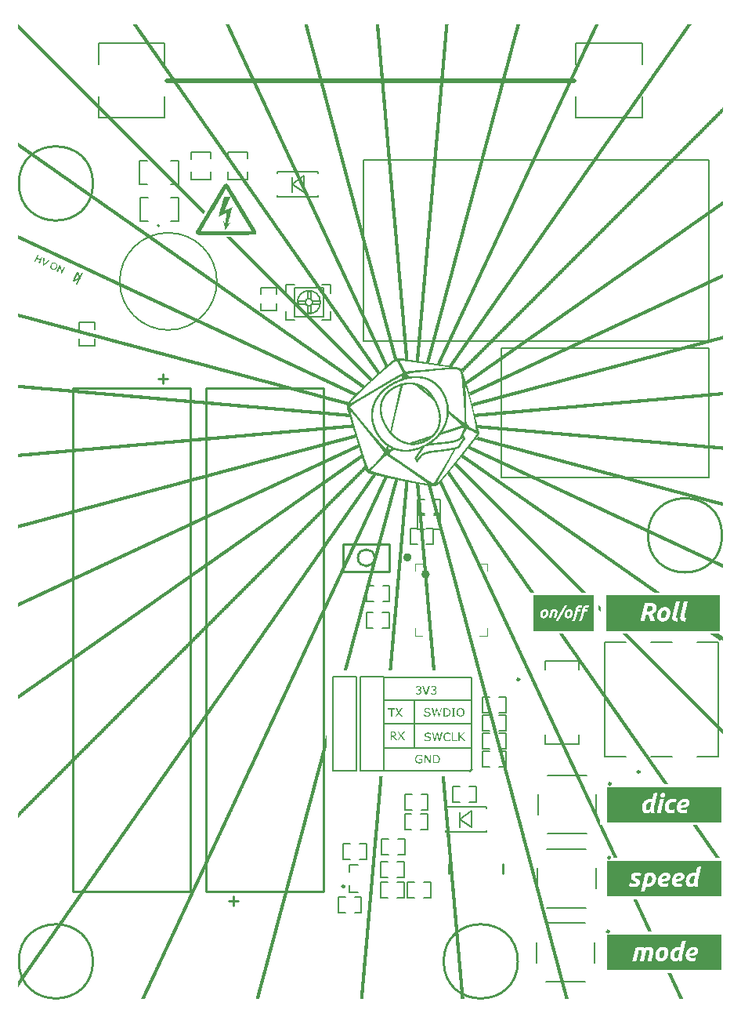
<source format=gto>
G04*
G04 #@! TF.GenerationSoftware,Altium Limited,Altium Designer,21.0.9 (235)*
G04*
G04 Layer_Color=65535*
%FSLAX44Y44*%
%MOMM*%
G71*
G04*
G04 #@! TF.SameCoordinates,3421A621-DC7B-4D7E-80C2-F70395B1EBD6*
G04*
G04*
G04 #@! TF.FilePolarity,Positive*
G04*
G01*
G75*
%ADD10C,0.5000*%
%ADD11C,0.2500*%
%ADD12C,0.1270*%
%ADD13C,0.2000*%
%ADD14C,0.2032*%
%ADD15C,0.2540*%
%ADD16C,0.1000*%
%ADD17C,0.1524*%
%ADD18C,0.1520*%
G36*
X237877Y1224241D02*
X238005D01*
Y1224113D01*
X238132D01*
Y1223986D01*
X238259D01*
Y1223858D01*
X238387D01*
Y1223731D01*
X238514D01*
Y1223604D01*
X238641D01*
Y1223476D01*
X238769D01*
Y1223349D01*
X238896D01*
Y1223222D01*
X239024D01*
Y1223094D01*
X239151D01*
Y1222967D01*
X239278D01*
Y1222840D01*
X239406D01*
Y1222712D01*
X239533D01*
Y1222585D01*
X239660D01*
Y1222458D01*
X239788D01*
Y1222330D01*
X239915D01*
Y1222203D01*
X240042D01*
Y1222076D01*
X240170D01*
Y1221948D01*
X240297D01*
Y1221821D01*
X240424D01*
Y1221693D01*
X240552D01*
Y1221566D01*
X240679D01*
Y1221439D01*
X240807D01*
Y1221311D01*
X240934D01*
Y1221184D01*
X241061D01*
Y1221057D01*
X241189D01*
Y1220929D01*
X241316D01*
Y1220802D01*
X241443D01*
Y1220675D01*
X241571D01*
Y1220547D01*
X241698D01*
Y1220420D01*
X241826D01*
Y1220293D01*
X241953D01*
Y1220165D01*
X242080D01*
Y1220038D01*
X242208D01*
Y1219910D01*
X242335D01*
Y1219783D01*
X242462D01*
Y1219656D01*
X242590D01*
Y1219528D01*
X242717D01*
Y1219401D01*
X242844D01*
Y1219274D01*
X242972D01*
Y1219146D01*
X243099D01*
Y1219019D01*
X243226D01*
Y1218892D01*
X243354D01*
Y1218764D01*
X243481D01*
Y1218637D01*
X243608D01*
Y1218509D01*
X243736D01*
Y1218382D01*
X243863D01*
Y1218255D01*
X243991D01*
Y1218127D01*
X244118D01*
Y1218000D01*
X244245D01*
Y1217873D01*
X244373D01*
Y1217745D01*
X244500D01*
Y1217618D01*
X244627D01*
Y1217491D01*
X244755D01*
Y1217363D01*
X244882D01*
Y1217236D01*
X245009D01*
Y1217109D01*
X245137D01*
Y1216981D01*
X245264D01*
Y1216854D01*
X245392D01*
Y1216726D01*
X245519D01*
Y1216599D01*
X245646D01*
Y1216472D01*
X245774D01*
Y1216344D01*
X245901D01*
Y1216217D01*
X246028D01*
Y1216090D01*
X246156D01*
Y1215962D01*
X246283D01*
Y1215835D01*
X246410D01*
Y1215708D01*
X246538D01*
Y1215580D01*
X246665D01*
Y1215453D01*
X246792D01*
Y1215325D01*
X246920D01*
Y1215198D01*
X247047D01*
Y1215071D01*
X247174D01*
Y1214943D01*
X247302D01*
Y1214816D01*
X247429D01*
Y1214689D01*
X247557D01*
Y1214561D01*
X247684D01*
Y1214434D01*
X247811D01*
Y1214307D01*
X247939D01*
Y1214179D01*
X248066D01*
Y1214052D01*
X248193D01*
Y1213924D01*
X248321D01*
Y1213797D01*
X248448D01*
Y1213670D01*
X248575D01*
Y1213542D01*
X248703D01*
Y1213415D01*
X248830D01*
Y1213288D01*
X248958D01*
Y1213160D01*
X249085D01*
Y1213033D01*
X249212D01*
Y1212906D01*
X249340D01*
Y1212778D01*
X249467D01*
Y1212651D01*
X249594D01*
Y1212524D01*
X249722D01*
Y1212396D01*
X249849D01*
Y1212269D01*
X249976D01*
Y1212141D01*
X250104D01*
Y1212014D01*
X250231D01*
Y1211887D01*
X250359D01*
Y1211759D01*
X250486D01*
Y1211632D01*
X250613D01*
Y1211505D01*
X250741D01*
Y1211377D01*
X250868D01*
Y1211250D01*
X250995D01*
Y1211123D01*
X251123D01*
Y1210995D01*
X251250D01*
Y1210868D01*
X251377D01*
Y1210741D01*
X251505D01*
Y1210613D01*
X251632D01*
Y1210486D01*
X251759D01*
Y1210359D01*
X251887D01*
Y1210231D01*
X252014D01*
Y1210104D01*
X252141D01*
Y1209976D01*
X252269D01*
Y1209849D01*
X252396D01*
Y1209722D01*
X252524D01*
Y1209594D01*
X252651D01*
Y1209467D01*
X252778D01*
Y1209340D01*
X252906D01*
Y1209212D01*
X253033D01*
Y1209085D01*
X253160D01*
Y1208958D01*
X253288D01*
Y1208830D01*
X253415D01*
Y1208703D01*
X253542D01*
Y1208576D01*
X253670D01*
Y1208448D01*
X253797D01*
Y1208321D01*
X253925D01*
Y1208193D01*
X254052D01*
Y1208066D01*
X254179D01*
Y1207939D01*
X254307D01*
Y1207811D01*
X254434D01*
Y1207684D01*
X254561D01*
Y1207557D01*
X254689D01*
Y1207429D01*
X254816D01*
Y1207302D01*
X254943D01*
Y1207175D01*
X255071D01*
Y1207047D01*
X255198D01*
Y1206920D01*
X255326D01*
Y1206793D01*
X255453D01*
Y1206665D01*
X255580D01*
Y1206538D01*
X255707D01*
Y1206410D01*
X255835D01*
Y1206283D01*
X255962D01*
Y1206156D01*
X256090D01*
Y1206028D01*
X256217D01*
Y1205901D01*
X256344D01*
Y1205774D01*
X256472D01*
Y1205646D01*
X256599D01*
Y1205519D01*
X256726D01*
Y1205391D01*
X256854D01*
Y1205264D01*
X256981D01*
Y1205137D01*
X257108D01*
Y1205009D01*
X257236D01*
Y1204882D01*
X257363D01*
Y1204755D01*
X257491D01*
Y1204627D01*
X257618D01*
Y1204500D01*
X257745D01*
Y1204373D01*
X257873D01*
Y1204245D01*
X258000D01*
Y1204118D01*
X258127D01*
Y1203991D01*
X258255D01*
Y1203863D01*
X258382D01*
Y1203736D01*
X258509D01*
Y1203608D01*
X258637D01*
Y1203481D01*
X258764D01*
Y1203354D01*
X258892D01*
Y1203226D01*
X259019D01*
Y1203099D01*
X259146D01*
Y1202972D01*
X259274D01*
Y1202844D01*
X259401D01*
Y1202717D01*
X259528D01*
Y1202590D01*
X259656D01*
Y1202462D01*
X259783D01*
Y1202335D01*
X259910D01*
Y1202208D01*
X260038D01*
Y1202080D01*
X260165D01*
Y1201953D01*
X260292D01*
Y1201825D01*
X260420D01*
Y1201698D01*
X260547D01*
Y1201571D01*
X260674D01*
Y1201443D01*
X260802D01*
Y1201316D01*
X260929D01*
Y1201189D01*
X261057D01*
Y1201061D01*
X261184D01*
Y1200934D01*
X261311D01*
Y1200807D01*
X261439D01*
Y1200679D01*
X261566D01*
Y1200552D01*
X261693D01*
Y1200424D01*
X261821D01*
Y1200297D01*
X261948D01*
Y1200170D01*
X262076D01*
Y1200042D01*
X262203D01*
Y1199915D01*
X262330D01*
Y1199788D01*
X262458D01*
Y1199660D01*
X262585D01*
Y1199533D01*
X262712D01*
Y1199406D01*
X262840D01*
Y1199278D01*
X262967D01*
Y1199151D01*
X263094D01*
Y1199024D01*
X263222D01*
Y1198896D01*
X263349D01*
Y1198769D01*
X263476D01*
Y1198642D01*
X263604D01*
Y1198514D01*
X263731D01*
Y1198387D01*
X263859D01*
Y1198259D01*
X263986D01*
Y1198132D01*
X264113D01*
Y1198005D01*
X264241D01*
Y1197877D01*
X264368D01*
Y1197750D01*
X264495D01*
Y1197623D01*
X264623D01*
Y1197495D01*
X264750D01*
Y1197368D01*
X264877D01*
Y1197241D01*
X265005D01*
Y1197113D01*
X265132D01*
Y1196986D01*
X265259D01*
Y1196859D01*
X265387D01*
Y1196731D01*
X265514D01*
Y1196604D01*
X265641D01*
Y1196476D01*
X265769D01*
Y1196349D01*
X265896D01*
Y1196222D01*
X266024D01*
Y1196094D01*
X266151D01*
Y1195967D01*
X266278D01*
Y1195840D01*
X266406D01*
Y1195712D01*
X266533D01*
Y1195585D01*
X266660D01*
Y1195458D01*
X266788D01*
Y1195330D01*
X266915D01*
Y1195203D01*
X267042D01*
Y1195076D01*
X267170D01*
Y1194948D01*
X267297D01*
Y1194821D01*
X267425D01*
Y1194693D01*
X267552D01*
Y1194566D01*
X267679D01*
Y1194439D01*
X267807D01*
Y1194311D01*
X267934D01*
Y1194184D01*
X268061D01*
Y1194057D01*
X268189D01*
Y1193929D01*
X268316D01*
Y1193802D01*
X268443D01*
Y1193674D01*
X268571D01*
Y1193547D01*
X268698D01*
Y1193420D01*
X268825D01*
Y1193292D01*
X268953D01*
Y1193165D01*
X269080D01*
Y1193038D01*
X269207D01*
Y1192910D01*
X269335D01*
Y1192783D01*
X269462D01*
Y1192656D01*
X269590D01*
Y1192528D01*
X269717D01*
Y1192401D01*
X269844D01*
Y1192274D01*
X269972D01*
Y1192146D01*
X270099D01*
Y1192019D01*
X270226D01*
Y1191891D01*
X270354D01*
Y1191764D01*
X270481D01*
Y1191637D01*
X270609D01*
Y1191509D01*
X270736D01*
Y1191382D01*
X270863D01*
Y1191255D01*
X270991D01*
Y1191127D01*
X271118D01*
Y1191000D01*
X271245D01*
Y1190873D01*
X271373D01*
Y1190745D01*
X271500D01*
Y1190618D01*
X271627D01*
Y1190491D01*
X271755D01*
Y1190363D01*
X271882D01*
Y1190236D01*
X272009D01*
Y1190108D01*
X272137D01*
Y1189981D01*
X272264D01*
Y1189854D01*
X272391D01*
Y1189726D01*
X272519D01*
Y1189599D01*
X272646D01*
Y1189472D01*
X272774D01*
Y1189344D01*
X272901D01*
Y1189217D01*
X273028D01*
Y1189090D01*
X273156D01*
Y1188962D01*
X273283D01*
Y1188835D01*
X273410D01*
Y1188708D01*
X273538D01*
Y1188580D01*
X273665D01*
Y1188453D01*
X273792D01*
Y1188326D01*
X273920D01*
Y1188198D01*
X274047D01*
Y1188071D01*
X274174D01*
Y1187943D01*
X274302D01*
Y1187816D01*
X274429D01*
Y1187689D01*
X274557D01*
Y1187561D01*
X274684D01*
Y1187434D01*
X274811D01*
Y1187307D01*
X274939D01*
Y1187179D01*
X275066D01*
Y1187052D01*
X275193D01*
Y1186925D01*
X275321D01*
Y1186797D01*
X275448D01*
Y1186670D01*
X275576D01*
Y1186543D01*
X275703D01*
Y1186415D01*
X275830D01*
Y1186288D01*
X275958D01*
Y1186160D01*
X276085D01*
Y1186033D01*
X276212D01*
Y1185906D01*
X276340D01*
Y1185778D01*
X276467D01*
Y1185651D01*
X276594D01*
Y1185524D01*
X276722D01*
Y1185396D01*
X276849D01*
Y1185269D01*
X276976D01*
Y1185142D01*
X277104D01*
Y1185014D01*
X277231D01*
Y1184887D01*
X277358D01*
Y1184759D01*
X277486D01*
Y1184632D01*
X277613D01*
Y1184505D01*
X277741D01*
Y1184377D01*
X277868D01*
Y1184250D01*
X277995D01*
Y1184123D01*
X278123D01*
Y1183995D01*
X278250D01*
Y1183868D01*
X278377D01*
Y1183741D01*
X278505D01*
Y1183613D01*
X278632D01*
Y1183486D01*
X278759D01*
Y1183359D01*
X278887D01*
Y1183231D01*
X279014D01*
Y1183104D01*
X279142D01*
Y1182976D01*
X279269D01*
Y1182849D01*
X279396D01*
Y1182722D01*
X279524D01*
Y1182594D01*
X279651D01*
Y1182467D01*
X279778D01*
Y1182340D01*
X279906D01*
Y1182212D01*
X280033D01*
Y1182085D01*
X280160D01*
Y1181958D01*
X280288D01*
Y1181830D01*
X280415D01*
Y1181703D01*
X280542D01*
Y1181575D01*
X280670D01*
Y1181448D01*
X280797D01*
Y1181321D01*
X280924D01*
Y1181193D01*
X281052D01*
Y1181066D01*
X281179D01*
Y1180939D01*
X281307D01*
Y1180811D01*
X281434D01*
Y1180684D01*
X281561D01*
Y1180557D01*
X281689D01*
Y1180429D01*
X281816D01*
Y1180302D01*
X281943D01*
Y1180174D01*
X282071D01*
Y1180047D01*
X282198D01*
Y1179920D01*
X282325D01*
Y1179792D01*
X282453D01*
Y1179665D01*
X282580D01*
Y1179538D01*
X282708D01*
Y1179410D01*
X282835D01*
Y1179283D01*
X282962D01*
Y1179156D01*
X283090D01*
Y1179028D01*
X283217D01*
Y1178901D01*
X283344D01*
Y1178774D01*
X283472D01*
Y1178646D01*
X283599D01*
Y1178519D01*
X283726D01*
Y1178391D01*
X283854D01*
Y1178264D01*
X283981D01*
Y1178137D01*
X284109D01*
Y1178009D01*
X284236D01*
Y1177882D01*
X284363D01*
Y1177755D01*
X284491D01*
Y1177627D01*
X284618D01*
Y1177500D01*
X284745D01*
Y1177373D01*
X284873D01*
Y1177245D01*
X285000D01*
Y1177118D01*
X285127D01*
Y1176991D01*
X285255D01*
Y1176863D01*
X285382D01*
Y1176736D01*
X285509D01*
Y1176609D01*
X285637D01*
Y1176481D01*
X285764D01*
Y1176354D01*
X285891D01*
Y1176226D01*
X286019D01*
Y1176099D01*
X286146D01*
Y1175972D01*
X286274D01*
Y1175844D01*
X286401D01*
Y1175717D01*
X286528D01*
Y1175590D01*
X286656D01*
Y1175462D01*
X286783D01*
Y1175335D01*
X286910D01*
Y1175208D01*
X287038D01*
Y1175080D01*
X287165D01*
Y1174953D01*
X287292D01*
Y1174826D01*
X287420D01*
Y1174698D01*
X287547D01*
Y1174571D01*
X287675D01*
Y1174443D01*
X287802D01*
Y1174316D01*
X287929D01*
Y1174189D01*
X288057D01*
Y1174061D01*
X288184D01*
Y1173934D01*
X288311D01*
Y1173807D01*
X288439D01*
Y1173679D01*
X288566D01*
Y1173552D01*
X288693D01*
Y1173425D01*
X288821D01*
Y1173297D01*
X288948D01*
Y1173170D01*
X289076D01*
Y1173043D01*
X289203D01*
Y1172915D01*
X289330D01*
Y1172788D01*
X289457D01*
Y1172660D01*
X289585D01*
Y1172533D01*
X289712D01*
Y1172406D01*
X289840D01*
Y1172278D01*
X289967D01*
Y1172151D01*
X290094D01*
Y1172024D01*
X290222D01*
Y1171896D01*
X290349D01*
Y1171769D01*
X290476D01*
Y1171641D01*
X290604D01*
Y1171514D01*
X290731D01*
Y1171387D01*
X290858D01*
Y1171259D01*
X290986D01*
Y1171132D01*
X291113D01*
Y1171005D01*
X291241D01*
Y1170877D01*
X291368D01*
Y1170750D01*
X291495D01*
Y1170623D01*
X291623D01*
Y1170495D01*
X291750D01*
Y1170368D01*
X291877D01*
Y1170241D01*
X292005D01*
Y1170113D01*
X292132D01*
Y1169986D01*
X292259D01*
Y1169858D01*
X292387D01*
Y1169731D01*
X292514D01*
Y1169604D01*
X292642D01*
Y1169476D01*
X292769D01*
Y1169349D01*
X292896D01*
Y1169222D01*
X293024D01*
Y1169094D01*
X293151D01*
Y1168967D01*
X293278D01*
Y1168840D01*
X293406D01*
Y1168712D01*
X293533D01*
Y1168585D01*
X293660D01*
Y1168458D01*
X293788D01*
Y1168330D01*
X293915D01*
Y1168203D01*
X294042D01*
Y1168075D01*
X294170D01*
Y1167948D01*
X294297D01*
Y1167821D01*
X294424D01*
Y1167693D01*
X294552D01*
Y1167566D01*
X294679D01*
Y1167439D01*
X294807D01*
Y1167311D01*
X294934D01*
Y1167184D01*
X295061D01*
Y1167057D01*
X295189D01*
Y1166929D01*
X295316D01*
Y1166802D01*
X295443D01*
Y1166674D01*
X295571D01*
Y1166547D01*
X295698D01*
Y1166420D01*
X295826D01*
Y1166292D01*
X295953D01*
Y1166165D01*
X296080D01*
Y1166038D01*
X296208D01*
Y1165910D01*
X296335D01*
Y1165783D01*
X296462D01*
Y1165656D01*
X296590D01*
Y1165528D01*
X296717D01*
Y1165401D01*
X296844D01*
Y1165274D01*
X296972D01*
Y1165146D01*
X297099D01*
Y1165019D01*
X297226D01*
Y1164892D01*
X297354D01*
Y1164764D01*
X297481D01*
Y1164637D01*
X297609D01*
Y1164509D01*
X297736D01*
Y1164382D01*
X297863D01*
Y1164255D01*
X297991D01*
Y1164127D01*
X298118D01*
Y1164000D01*
X298245D01*
Y1163873D01*
X298373D01*
Y1163745D01*
X298500D01*
Y1163618D01*
X298627D01*
Y1163491D01*
X298755D01*
Y1163363D01*
X298882D01*
Y1163236D01*
X299009D01*
Y1163109D01*
X299137D01*
Y1162981D01*
X299264D01*
Y1162854D01*
X299391D01*
Y1162726D01*
X299519D01*
Y1162599D01*
X299646D01*
Y1162472D01*
X299774D01*
Y1162344D01*
X299901D01*
Y1162217D01*
X300028D01*
Y1162090D01*
X300156D01*
Y1161962D01*
X300283D01*
Y1161835D01*
X300410D01*
Y1161708D01*
X300538D01*
Y1161580D01*
X300665D01*
Y1161453D01*
X300792D01*
Y1161326D01*
X300920D01*
Y1161198D01*
X301047D01*
Y1161071D01*
X301175D01*
Y1160943D01*
X301302D01*
Y1160816D01*
X301429D01*
Y1160689D01*
X301557D01*
Y1160561D01*
X301684D01*
Y1160434D01*
X301811D01*
Y1160307D01*
X301939D01*
Y1160179D01*
X302066D01*
Y1160052D01*
X302193D01*
Y1159924D01*
X302321D01*
Y1159797D01*
X302448D01*
Y1159670D01*
X302575D01*
Y1159542D01*
X302703D01*
Y1159415D01*
X302830D01*
Y1159288D01*
X302957D01*
Y1159160D01*
X303085D01*
Y1159033D01*
X303212D01*
Y1158906D01*
X303340D01*
Y1158778D01*
X303467D01*
Y1158651D01*
X303594D01*
Y1158524D01*
X303722D01*
Y1158396D01*
X303849D01*
Y1158269D01*
X303976D01*
Y1158141D01*
X304104D01*
Y1158014D01*
X304231D01*
Y1157887D01*
X304359D01*
Y1157759D01*
X304486D01*
Y1157632D01*
X304613D01*
Y1157505D01*
X304741D01*
Y1157377D01*
X304868D01*
Y1157250D01*
X304995D01*
Y1157123D01*
X305123D01*
Y1156995D01*
X305250D01*
Y1156868D01*
X305377D01*
Y1156741D01*
X305505D01*
Y1156613D01*
X305632D01*
Y1156486D01*
X305759D01*
Y1156358D01*
X305887D01*
Y1156231D01*
X306014D01*
Y1156104D01*
X306141D01*
Y1155976D01*
X306269D01*
Y1155849D01*
X306396D01*
Y1155722D01*
X306524D01*
Y1155594D01*
X306651D01*
Y1155467D01*
X306778D01*
Y1155340D01*
X306906D01*
Y1155212D01*
X307033D01*
Y1155085D01*
X307160D01*
Y1154958D01*
X307288D01*
Y1154830D01*
X307415D01*
Y1154703D01*
X307542D01*
Y1154576D01*
X307670D01*
Y1154448D01*
X307797D01*
Y1154321D01*
X307924D01*
Y1154193D01*
X308052D01*
Y1154066D01*
X308179D01*
Y1153939D01*
X308307D01*
Y1153811D01*
X308434D01*
Y1153684D01*
X308561D01*
Y1153557D01*
X308689D01*
Y1153429D01*
X308816D01*
Y1153302D01*
X308943D01*
Y1153175D01*
X309071D01*
Y1153047D01*
X309198D01*
Y1152920D01*
X309326D01*
Y1152793D01*
X309453D01*
Y1152665D01*
X309580D01*
Y1152538D01*
X309708D01*
Y1152410D01*
X309835D01*
Y1152283D01*
X309962D01*
Y1152156D01*
X310090D01*
Y1152028D01*
X310217D01*
Y1151901D01*
X310344D01*
Y1151774D01*
X310472D01*
Y1151646D01*
X310599D01*
Y1151519D01*
X310726D01*
Y1151392D01*
X310854D01*
Y1151264D01*
X310981D01*
Y1151137D01*
X311108D01*
Y1151009D01*
X311236D01*
Y1150882D01*
X311363D01*
Y1150755D01*
X311491D01*
Y1150627D01*
X311618D01*
Y1150500D01*
X311745D01*
Y1150373D01*
X311873D01*
Y1150245D01*
X312000D01*
Y1150118D01*
X312127D01*
Y1149991D01*
X312255D01*
Y1149863D01*
X312382D01*
Y1149736D01*
X312509D01*
Y1149609D01*
X312637D01*
Y1149481D01*
X312764D01*
Y1149354D01*
X312892D01*
Y1149226D01*
X313019D01*
Y1149099D01*
X313146D01*
Y1148972D01*
X313274D01*
Y1148844D01*
X313401D01*
Y1148717D01*
X313528D01*
Y1148590D01*
X313656D01*
Y1148462D01*
X313783D01*
Y1148335D01*
X313910D01*
Y1148208D01*
X314038D01*
Y1148080D01*
X314165D01*
Y1147953D01*
X314292D01*
Y1147825D01*
X314420D01*
Y1147698D01*
X314547D01*
Y1147571D01*
X314674D01*
Y1147443D01*
X314802D01*
Y1147316D01*
X314929D01*
Y1147189D01*
X315057D01*
Y1147061D01*
X315184D01*
Y1146934D01*
X315311D01*
Y1146807D01*
X315439D01*
Y1146679D01*
X315566D01*
Y1146552D01*
X315693D01*
Y1146424D01*
X315821D01*
Y1146297D01*
X315948D01*
Y1146170D01*
X316075D01*
Y1146042D01*
X316203D01*
Y1145915D01*
X316330D01*
Y1145788D01*
X316458D01*
Y1145660D01*
X316585D01*
Y1145533D01*
X316712D01*
Y1145406D01*
X316840D01*
Y1145278D01*
X316967D01*
Y1145151D01*
X317094D01*
Y1145024D01*
X317222D01*
Y1144896D01*
X317349D01*
Y1144769D01*
X317476D01*
Y1144641D01*
X317604D01*
Y1144514D01*
X317731D01*
Y1144387D01*
X317859D01*
Y1144259D01*
X317986D01*
Y1144132D01*
X318113D01*
Y1144005D01*
X318241D01*
Y1143877D01*
X318368D01*
Y1143750D01*
X318495D01*
Y1143623D01*
X318623D01*
Y1143495D01*
X318750D01*
Y1143368D01*
X318877D01*
Y1143241D01*
X319005D01*
Y1143113D01*
X319132D01*
Y1142986D01*
X319259D01*
Y1142859D01*
X319387D01*
Y1142731D01*
X319514D01*
Y1142604D01*
X319641D01*
Y1142476D01*
X319769D01*
Y1142349D01*
X319896D01*
Y1142222D01*
X320024D01*
Y1142094D01*
X320151D01*
Y1141967D01*
X320278D01*
Y1141840D01*
X320406D01*
Y1141712D01*
X320533D01*
Y1141585D01*
X320660D01*
Y1141458D01*
X320788D01*
Y1141330D01*
X320915D01*
Y1141203D01*
X321042D01*
Y1141076D01*
X321170D01*
Y1140948D01*
X321297D01*
Y1140821D01*
X321424D01*
Y1140693D01*
X321552D01*
Y1140566D01*
X321679D01*
Y1140439D01*
X321807D01*
Y1140311D01*
X321934D01*
Y1140184D01*
X322061D01*
Y1140057D01*
X322189D01*
Y1139929D01*
X322316D01*
Y1139802D01*
X322443D01*
Y1139675D01*
X322571D01*
Y1139547D01*
X322698D01*
Y1139420D01*
X322826D01*
Y1139293D01*
X322953D01*
Y1139165D01*
X323080D01*
Y1139038D01*
X323208D01*
Y1138910D01*
X323335D01*
Y1138783D01*
X323462D01*
Y1138656D01*
X323590D01*
Y1138528D01*
X323717D01*
Y1138401D01*
X323844D01*
Y1138274D01*
X323972D01*
Y1138146D01*
X324099D01*
Y1138019D01*
X324226D01*
Y1137891D01*
X324354D01*
Y1137764D01*
X324481D01*
Y1137637D01*
X324608D01*
Y1137509D01*
X324736D01*
Y1137382D01*
X324863D01*
Y1137255D01*
X324991D01*
Y1137127D01*
X325118D01*
Y1137000D01*
X325245D01*
Y1136873D01*
X325373D01*
Y1136745D01*
X325500D01*
Y1136618D01*
X325627D01*
Y1136491D01*
X325755D01*
Y1136363D01*
X325882D01*
Y1136236D01*
X326009D01*
Y1136108D01*
X326137D01*
Y1135981D01*
X326264D01*
Y1135854D01*
X326391D01*
Y1135726D01*
X326519D01*
Y1135599D01*
X326646D01*
Y1135472D01*
X326774D01*
Y1135344D01*
X326901D01*
Y1135217D01*
X327028D01*
Y1135090D01*
X327156D01*
Y1134962D01*
X327283D01*
Y1134835D01*
X327410D01*
Y1134708D01*
X327538D01*
Y1134580D01*
X327665D01*
Y1134453D01*
X327792D01*
Y1134325D01*
X327920D01*
Y1134198D01*
X328047D01*
Y1134071D01*
X328175D01*
Y1133943D01*
X328302D01*
Y1133816D01*
X328429D01*
Y1133689D01*
X328557D01*
Y1133561D01*
X328684D01*
Y1133434D01*
X328811D01*
Y1133307D01*
X328939D01*
Y1133179D01*
X329066D01*
Y1133052D01*
X329193D01*
Y1132924D01*
X329321D01*
Y1132797D01*
X329448D01*
Y1132670D01*
X329576D01*
Y1132542D01*
X329703D01*
Y1132415D01*
X329830D01*
Y1132288D01*
X329958D01*
Y1132160D01*
X330085D01*
Y1132033D01*
X330212D01*
Y1131906D01*
X330340D01*
Y1131778D01*
X330467D01*
Y1131651D01*
X330594D01*
Y1131524D01*
X330722D01*
Y1131396D01*
X330849D01*
Y1131269D01*
X330976D01*
Y1131142D01*
X331104D01*
Y1131014D01*
X331231D01*
Y1130887D01*
X331358D01*
Y1130759D01*
X331486D01*
Y1130632D01*
X331613D01*
Y1130505D01*
X331741D01*
Y1130377D01*
X331868D01*
Y1130250D01*
X331995D01*
Y1130123D01*
X332123D01*
Y1129995D01*
X332250D01*
Y1129868D01*
X332377D01*
Y1129741D01*
X332505D01*
Y1129613D01*
X332632D01*
Y1129486D01*
X332759D01*
Y1129359D01*
X332887D01*
Y1129231D01*
X333014D01*
Y1129104D01*
X333142D01*
Y1128976D01*
X333269D01*
Y1128849D01*
X333396D01*
Y1128722D01*
X333524D01*
Y1128594D01*
X333651D01*
Y1128467D01*
X333778D01*
Y1128340D01*
X333906D01*
Y1128212D01*
X334033D01*
Y1128085D01*
X334160D01*
Y1127958D01*
X334288D01*
Y1127830D01*
X334415D01*
Y1127703D01*
X334542D01*
Y1127576D01*
X334670D01*
Y1127448D01*
X334797D01*
Y1127321D01*
X334925D01*
Y1127193D01*
X335052D01*
Y1127066D01*
X335179D01*
Y1126939D01*
X335307D01*
Y1126811D01*
X335434D01*
Y1126684D01*
X335561D01*
Y1126557D01*
X335689D01*
Y1126429D01*
X335816D01*
Y1126302D01*
X335943D01*
Y1126174D01*
X336071D01*
Y1126047D01*
X336198D01*
Y1125920D01*
X336325D01*
Y1125792D01*
X336453D01*
Y1125665D01*
X336580D01*
Y1125538D01*
X336707D01*
Y1125410D01*
X336835D01*
Y1125283D01*
X336962D01*
Y1125156D01*
X337090D01*
Y1125028D01*
X337217D01*
Y1124901D01*
X337344D01*
Y1124774D01*
X337472D01*
Y1124646D01*
X337599D01*
Y1124519D01*
X337726D01*
Y1124391D01*
X337854D01*
Y1124264D01*
X337981D01*
Y1124137D01*
X338108D01*
Y1124009D01*
X338236D01*
Y1123882D01*
X338363D01*
Y1123755D01*
X338491D01*
Y1123627D01*
X338618D01*
Y1123500D01*
X338745D01*
Y1123373D01*
X338873D01*
Y1123245D01*
X339000D01*
Y1123118D01*
X339127D01*
Y1122991D01*
X339255D01*
Y1122863D01*
X339382D01*
Y1122736D01*
X339509D01*
Y1122608D01*
X339637D01*
Y1122481D01*
X339764D01*
Y1122354D01*
X339892D01*
Y1122226D01*
X340019D01*
Y1122099D01*
X340146D01*
Y1121972D01*
X340274D01*
Y1121844D01*
X340401D01*
Y1121717D01*
X340528D01*
Y1121590D01*
X340656D01*
Y1121462D01*
X340783D01*
Y1121335D01*
X340910D01*
Y1121208D01*
X341038D01*
Y1121080D01*
X341165D01*
Y1120953D01*
X341292D01*
Y1120826D01*
X341420D01*
Y1120698D01*
X341547D01*
Y1120571D01*
X341674D01*
Y1120443D01*
X341802D01*
Y1120316D01*
X341929D01*
Y1120189D01*
X342057D01*
Y1120061D01*
X342184D01*
Y1119934D01*
X342311D01*
Y1119807D01*
X342439D01*
Y1119679D01*
X342566D01*
Y1119552D01*
X342693D01*
Y1119425D01*
X342821D01*
Y1119297D01*
X342948D01*
Y1119170D01*
X343075D01*
Y1119043D01*
X343203D01*
Y1118915D01*
X343330D01*
Y1118788D01*
X343457D01*
Y1118660D01*
X343585D01*
Y1118533D01*
X343712D01*
Y1118406D01*
X343840D01*
Y1118278D01*
X343967D01*
Y1118151D01*
X344094D01*
Y1118024D01*
X344222D01*
Y1117896D01*
X344349D01*
Y1117769D01*
X344476D01*
Y1117642D01*
X344604D01*
Y1117514D01*
X344731D01*
Y1117387D01*
X344859D01*
Y1117259D01*
X344986D01*
Y1117132D01*
X345113D01*
Y1117005D01*
X345241D01*
Y1116877D01*
X345368D01*
Y1116750D01*
X345495D01*
Y1116623D01*
X345623D01*
Y1116495D01*
X345750D01*
Y1116368D01*
X345877D01*
Y1116241D01*
X346005D01*
Y1116113D01*
X346132D01*
Y1115986D01*
X346259D01*
Y1115859D01*
X346387D01*
Y1115731D01*
X346514D01*
Y1115604D01*
X346642D01*
Y1115476D01*
X346769D01*
Y1115349D01*
X346896D01*
Y1115222D01*
X347024D01*
Y1115094D01*
X347151D01*
Y1114967D01*
X347278D01*
Y1114840D01*
X347406D01*
Y1114712D01*
X347533D01*
Y1114585D01*
X347660D01*
Y1114457D01*
X347788D01*
Y1114330D01*
X347915D01*
Y1114203D01*
X348042D01*
Y1114075D01*
X348170D01*
Y1113948D01*
X348297D01*
Y1113821D01*
X348424D01*
Y1113693D01*
X348552D01*
Y1113566D01*
X348679D01*
Y1113439D01*
X348807D01*
Y1113311D01*
X348934D01*
Y1113184D01*
X349061D01*
Y1113057D01*
X349189D01*
Y1112929D01*
X349316D01*
Y1112802D01*
X349443D01*
Y1112674D01*
X349571D01*
Y1112547D01*
X349698D01*
Y1112420D01*
X349826D01*
Y1112292D01*
X349953D01*
Y1112165D01*
X350080D01*
Y1112038D01*
X350207D01*
Y1111910D01*
X350335D01*
Y1111783D01*
X350462D01*
Y1111656D01*
X350590D01*
Y1111528D01*
X350717D01*
Y1111401D01*
X350844D01*
Y1111274D01*
X350972D01*
Y1111146D01*
X351099D01*
Y1111019D01*
X351226D01*
Y1110891D01*
X351354D01*
Y1110764D01*
X351481D01*
Y1110637D01*
X351609D01*
Y1110509D01*
X351736D01*
Y1110382D01*
X351863D01*
Y1110255D01*
X351991D01*
Y1110127D01*
X352118D01*
Y1110000D01*
X352245D01*
Y1109873D01*
X352373D01*
Y1109745D01*
X352500D01*
Y1109618D01*
X352627D01*
Y1109491D01*
X352755D01*
Y1109363D01*
X352882D01*
Y1109236D01*
X353009D01*
Y1109109D01*
X353137D01*
Y1108981D01*
X353264D01*
Y1108854D01*
X353391D01*
Y1108726D01*
X353519D01*
Y1108599D01*
X353646D01*
Y1108472D01*
X353774D01*
Y1108344D01*
X353901D01*
Y1108217D01*
X354028D01*
Y1108090D01*
X354156D01*
Y1107962D01*
X354283D01*
Y1107835D01*
X354410D01*
Y1107708D01*
X354538D01*
Y1107580D01*
X354665D01*
Y1107453D01*
X354793D01*
Y1107326D01*
X354920D01*
Y1107198D01*
X355047D01*
Y1107071D01*
X355174D01*
Y1106943D01*
X355302D01*
Y1106816D01*
X355429D01*
Y1106689D01*
X355557D01*
Y1106561D01*
X355684D01*
Y1106434D01*
X355811D01*
Y1106307D01*
X355939D01*
Y1106179D01*
X356066D01*
Y1106052D01*
X356193D01*
Y1105925D01*
X356321D01*
Y1105797D01*
X356448D01*
Y1105670D01*
X356576D01*
Y1105542D01*
X356703D01*
Y1105415D01*
X356830D01*
Y1105288D01*
X356958D01*
Y1105160D01*
X357085D01*
Y1105033D01*
X357212D01*
Y1104906D01*
X357340D01*
Y1104778D01*
X357467D01*
Y1104651D01*
X357594D01*
Y1104524D01*
X357722D01*
Y1104396D01*
X357849D01*
Y1104269D01*
X357976D01*
Y1104141D01*
X358104D01*
Y1104014D01*
X358231D01*
Y1103887D01*
X358358D01*
Y1103759D01*
X358486D01*
Y1103632D01*
X358613D01*
Y1103505D01*
X358741D01*
Y1103377D01*
X358868D01*
Y1103250D01*
X358995D01*
Y1103123D01*
X359123D01*
Y1102995D01*
X359250D01*
Y1102868D01*
X359377D01*
Y1102741D01*
X359505D01*
Y1102613D01*
X359632D01*
Y1102486D01*
X359759D01*
Y1102358D01*
X359887D01*
Y1102231D01*
X360014D01*
Y1102104D01*
X360141D01*
Y1101976D01*
X360269D01*
Y1101849D01*
X360396D01*
Y1101722D01*
X360524D01*
Y1101594D01*
X360651D01*
Y1101467D01*
X360778D01*
Y1101340D01*
X360906D01*
Y1101212D01*
X361033D01*
Y1101085D01*
X361160D01*
Y1100957D01*
X361288D01*
Y1100830D01*
X361415D01*
Y1100703D01*
X361543D01*
Y1100575D01*
X361670D01*
Y1100448D01*
X361797D01*
Y1100321D01*
X361925D01*
Y1100193D01*
X362052D01*
Y1100066D01*
X362179D01*
Y1099939D01*
X362307D01*
Y1099811D01*
X362434D01*
Y1099684D01*
X362561D01*
Y1099557D01*
X362689D01*
Y1099429D01*
X362816D01*
Y1099302D01*
X362943D01*
Y1099174D01*
X363071D01*
Y1099047D01*
X363198D01*
Y1098920D01*
X363326D01*
Y1098792D01*
X363453D01*
Y1098665D01*
X363580D01*
Y1098538D01*
X363708D01*
Y1098410D01*
X363835D01*
Y1098283D01*
X363962D01*
Y1098156D01*
X364090D01*
Y1098028D01*
X364217D01*
Y1097901D01*
X364344D01*
Y1097774D01*
X364472D01*
Y1097646D01*
X364599D01*
Y1097519D01*
X364726D01*
Y1097392D01*
X364854D01*
Y1097264D01*
X364981D01*
Y1097137D01*
X365108D01*
Y1097009D01*
X365236D01*
Y1096882D01*
X365363D01*
Y1096755D01*
X365491D01*
Y1096627D01*
X365618D01*
Y1096500D01*
X365745D01*
Y1096373D01*
X365873D01*
Y1096245D01*
X366000D01*
Y1096118D01*
X366127D01*
Y1095991D01*
X366255D01*
Y1095863D01*
X366382D01*
Y1095736D01*
X366509D01*
Y1095609D01*
X366637D01*
Y1095481D01*
X366764D01*
Y1095354D01*
X366892D01*
Y1095226D01*
X367019D01*
Y1095099D01*
X367146D01*
Y1094972D01*
X367274D01*
Y1094844D01*
X367401D01*
Y1094717D01*
X367528D01*
Y1094590D01*
X367656D01*
Y1094462D01*
X367783D01*
Y1094335D01*
X367910D01*
Y1094208D01*
X368038D01*
Y1094080D01*
X368165D01*
Y1093953D01*
X368293D01*
Y1093826D01*
X368420D01*
Y1093698D01*
X368547D01*
Y1093571D01*
X368675D01*
Y1093443D01*
X368802D01*
Y1093316D01*
X368929D01*
Y1093189D01*
X369057D01*
Y1093061D01*
X369184D01*
Y1092934D01*
X369311D01*
Y1092807D01*
X369439D01*
Y1092679D01*
X369566D01*
Y1092552D01*
X369693D01*
Y1092424D01*
X369821D01*
Y1092297D01*
X369948D01*
Y1092170D01*
X370075D01*
Y1092042D01*
X370203D01*
Y1091915D01*
X370330D01*
Y1091788D01*
X370458D01*
Y1091660D01*
X370585D01*
Y1091533D01*
X370712D01*
Y1091406D01*
X370840D01*
Y1091278D01*
X370967D01*
Y1091151D01*
X371094D01*
Y1091024D01*
X371222D01*
Y1090896D01*
X371349D01*
Y1090769D01*
X371476D01*
Y1090641D01*
X371604D01*
Y1090514D01*
X371731D01*
Y1090387D01*
X371858D01*
Y1090259D01*
X371986D01*
Y1090132D01*
X372113D01*
Y1090005D01*
X372241D01*
Y1089877D01*
X372368D01*
Y1089750D01*
X372495D01*
Y1089623D01*
X372623D01*
Y1089495D01*
X372750D01*
Y1089368D01*
X372877D01*
Y1089241D01*
X373005D01*
Y1089113D01*
X373132D01*
Y1088986D01*
X373259D01*
Y1088858D01*
X373387D01*
Y1088731D01*
X373514D01*
Y1088604D01*
X373642D01*
Y1088476D01*
X373769D01*
Y1088349D01*
X373896D01*
Y1088222D01*
X374024D01*
Y1088094D01*
X374151D01*
Y1087967D01*
X374278D01*
Y1087840D01*
X374406D01*
Y1087712D01*
X374533D01*
Y1087585D01*
X374660D01*
Y1087458D01*
X374788D01*
Y1087330D01*
X374915D01*
Y1087203D01*
X375042D01*
Y1087076D01*
X375170D01*
Y1086948D01*
X375297D01*
Y1086821D01*
X375424D01*
Y1086693D01*
X375552D01*
Y1086566D01*
X375679D01*
Y1086439D01*
X375807D01*
Y1086311D01*
X375934D01*
Y1086184D01*
X376061D01*
Y1086057D01*
X376189D01*
Y1085929D01*
X376316D01*
Y1085802D01*
X376443D01*
Y1085675D01*
X376571D01*
Y1085547D01*
X376698D01*
Y1085420D01*
X376825D01*
Y1085292D01*
X376953D01*
Y1085165D01*
X377080D01*
Y1085038D01*
X377208D01*
Y1084910D01*
X377335D01*
Y1084783D01*
X377462D01*
Y1084656D01*
X377590D01*
Y1084528D01*
X377717D01*
Y1084401D01*
X377844D01*
Y1084274D01*
X377972D01*
Y1084146D01*
X378099D01*
Y1084019D01*
X378226D01*
Y1083892D01*
X378354D01*
Y1083764D01*
X378481D01*
Y1083637D01*
X378609D01*
Y1083509D01*
X378736D01*
Y1083382D01*
X378863D01*
Y1083255D01*
X378991D01*
Y1083127D01*
X379118D01*
Y1083000D01*
X379245D01*
Y1082873D01*
X379373D01*
Y1082745D01*
X379500D01*
Y1082618D01*
X379627D01*
Y1082491D01*
X379755D01*
Y1082363D01*
X379882D01*
Y1082236D01*
X380009D01*
Y1082109D01*
X380137D01*
Y1081981D01*
X380264D01*
Y1081854D01*
X380392D01*
Y1081726D01*
X380519D01*
Y1081599D01*
X380646D01*
Y1081472D01*
X380774D01*
Y1081344D01*
X380901D01*
Y1081217D01*
X381028D01*
Y1081090D01*
X381156D01*
Y1080962D01*
X381283D01*
Y1080835D01*
X381410D01*
Y1080707D01*
X381538D01*
Y1080580D01*
X381665D01*
Y1080453D01*
X381792D01*
Y1080325D01*
X381920D01*
Y1080198D01*
X382047D01*
Y1080071D01*
X382174D01*
Y1079943D01*
X382302D01*
Y1079816D01*
X382429D01*
Y1079689D01*
X382557D01*
Y1079561D01*
X382684D01*
Y1079434D01*
X382811D01*
Y1079307D01*
X382939D01*
Y1079179D01*
X383066D01*
Y1079052D01*
X383193D01*
Y1078924D01*
X383321D01*
Y1078797D01*
X383448D01*
Y1078670D01*
X383576D01*
Y1078542D01*
X383703D01*
Y1078415D01*
X383830D01*
Y1078288D01*
X383958D01*
Y1078160D01*
X384085D01*
Y1078033D01*
X384212D01*
Y1077906D01*
X384340D01*
Y1077778D01*
X384467D01*
Y1077651D01*
X384594D01*
Y1077524D01*
X384722D01*
Y1077396D01*
X384849D01*
Y1077269D01*
X384976D01*
Y1077141D01*
X385104D01*
Y1077014D01*
X385231D01*
Y1076887D01*
X385359D01*
Y1076759D01*
X385486D01*
Y1076632D01*
X385613D01*
Y1076505D01*
X385741D01*
Y1076377D01*
X385868D01*
Y1076250D01*
X385995D01*
Y1076123D01*
X386123D01*
Y1075995D01*
X386250D01*
Y1075868D01*
X386377D01*
Y1075741D01*
X386505D01*
Y1075613D01*
X386632D01*
Y1075486D01*
X386759D01*
Y1075359D01*
X386887D01*
Y1075231D01*
X387014D01*
Y1075104D01*
X387141D01*
Y1074976D01*
X387269D01*
Y1074849D01*
X387396D01*
Y1074722D01*
X387524D01*
Y1074594D01*
X387651D01*
Y1074467D01*
X387778D01*
Y1074340D01*
X387906D01*
Y1074212D01*
X388033D01*
Y1074085D01*
X388160D01*
Y1073958D01*
X388288D01*
Y1073830D01*
X388415D01*
Y1073703D01*
X388543D01*
Y1073576D01*
X388670D01*
Y1073448D01*
X388797D01*
Y1073321D01*
X388924D01*
Y1073193D01*
X389052D01*
Y1073066D01*
X389179D01*
Y1072939D01*
X389307D01*
Y1072811D01*
X389434D01*
Y1072684D01*
X389561D01*
Y1072557D01*
X389689D01*
Y1072429D01*
X389816D01*
Y1072302D01*
X389943D01*
Y1072175D01*
X390071D01*
Y1072047D01*
X390198D01*
Y1071920D01*
X390326D01*
Y1071792D01*
X390453D01*
Y1071665D01*
X390580D01*
Y1071538D01*
X390708D01*
Y1071410D01*
X390835D01*
Y1071283D01*
X390962D01*
Y1071156D01*
X391090D01*
Y1071028D01*
X391217D01*
Y1070901D01*
X391344D01*
Y1070774D01*
X391472D01*
Y1070646D01*
X391599D01*
Y1070519D01*
X391726D01*
Y1070391D01*
X391854D01*
Y1070264D01*
X391981D01*
Y1070137D01*
X392108D01*
Y1070009D01*
X392236D01*
Y1069882D01*
X392363D01*
Y1069755D01*
X392491D01*
Y1069627D01*
X392618D01*
Y1069500D01*
X392745D01*
Y1069373D01*
X392873D01*
Y1069245D01*
X393000D01*
Y1069118D01*
X393127D01*
Y1068991D01*
X393255D01*
Y1068863D01*
X393382D01*
Y1068736D01*
X393509D01*
Y1068608D01*
X393637D01*
Y1068481D01*
X393764D01*
Y1068354D01*
X393891D01*
Y1068226D01*
X394019D01*
Y1068099D01*
X394146D01*
Y1067972D01*
X394274D01*
Y1067844D01*
X394401D01*
Y1067717D01*
X394528D01*
Y1067590D01*
X394656D01*
Y1067462D01*
X394783D01*
Y1067335D01*
X394910D01*
Y1067207D01*
X395038D01*
Y1067080D01*
X395165D01*
Y1066953D01*
X395293D01*
Y1066825D01*
X395420D01*
Y1066698D01*
X395547D01*
Y1066571D01*
X395675D01*
Y1066443D01*
X395802D01*
Y1066316D01*
X395929D01*
Y1066189D01*
X396057D01*
Y1066061D01*
X396184D01*
Y1065934D01*
X396311D01*
Y1065807D01*
X396439D01*
Y1065679D01*
X396566D01*
Y1065552D01*
X396693D01*
Y1065424D01*
X396821D01*
Y1065297D01*
X396948D01*
Y1065170D01*
X397076D01*
Y1065042D01*
X397203D01*
Y1064915D01*
X397330D01*
Y1064788D01*
X397458D01*
Y1064660D01*
X397585D01*
Y1064533D01*
X397712D01*
Y1064406D01*
X397840D01*
Y1064278D01*
X397967D01*
Y1064151D01*
X398094D01*
Y1064024D01*
X398222D01*
Y1063896D01*
X398349D01*
Y1063769D01*
X398476D01*
Y1063642D01*
X398604D01*
Y1063514D01*
X398731D01*
Y1063387D01*
X398858D01*
Y1063259D01*
X398986D01*
Y1063132D01*
X399113D01*
Y1063005D01*
X399241D01*
Y1062877D01*
X399368D01*
Y1062750D01*
X399495D01*
Y1062623D01*
X399623D01*
Y1062495D01*
X399750D01*
Y1062368D01*
X399877D01*
Y1062241D01*
X400005D01*
Y1062113D01*
X400132D01*
Y1061986D01*
X400259D01*
Y1061859D01*
X400387D01*
Y1061731D01*
X400514D01*
Y1061604D01*
X400642D01*
Y1061476D01*
X400769D01*
Y1061349D01*
X400896D01*
Y1061222D01*
X401024D01*
Y1061094D01*
X401151D01*
Y1060967D01*
X401278D01*
Y1060840D01*
X401406D01*
Y1060712D01*
X401533D01*
Y1060585D01*
X401660D01*
Y1060458D01*
X401788D01*
Y1060330D01*
X401915D01*
Y1060203D01*
X402043D01*
Y1060076D01*
X402170D01*
Y1059948D01*
X402297D01*
Y1059821D01*
X402425D01*
Y1059693D01*
X402552D01*
Y1059566D01*
X402679D01*
Y1059439D01*
X402807D01*
Y1059311D01*
X402934D01*
Y1059184D01*
X403061D01*
Y1059057D01*
X403189D01*
Y1058929D01*
X403316D01*
Y1058802D01*
X403443D01*
Y1058674D01*
X403571D01*
Y1058547D01*
X403698D01*
Y1058420D01*
X403825D01*
Y1058292D01*
X403953D01*
Y1058165D01*
X404080D01*
Y1058038D01*
X404207D01*
Y1057910D01*
X404335D01*
Y1057783D01*
X404462D01*
Y1057656D01*
X404590D01*
Y1057528D01*
X404717D01*
Y1057401D01*
X404844D01*
Y1057274D01*
X404972D01*
Y1057146D01*
X405099D01*
Y1057019D01*
X405226D01*
Y1056891D01*
X405354D01*
Y1056764D01*
X405481D01*
Y1056637D01*
X405608D01*
Y1056509D01*
X405736D01*
Y1056382D01*
X405863D01*
Y1056255D01*
X405991D01*
Y1056127D01*
X406118D01*
Y1056000D01*
X406245D01*
Y1055873D01*
X406373D01*
Y1055745D01*
X406500D01*
Y1055618D01*
X406627D01*
Y1055491D01*
X406755D01*
Y1055363D01*
X406882D01*
Y1055236D01*
X407009D01*
Y1055108D01*
X407137D01*
Y1054981D01*
X407264D01*
Y1054854D01*
X407392D01*
Y1054726D01*
X407519D01*
Y1054599D01*
X407646D01*
Y1054472D01*
X407774D01*
Y1054344D01*
X407901D01*
Y1054217D01*
X408028D01*
Y1054090D01*
X408156D01*
Y1053962D01*
X408283D01*
Y1053835D01*
X408410D01*
Y1053708D01*
X408538D01*
Y1053580D01*
X408665D01*
Y1053453D01*
X408792D01*
Y1053326D01*
X408920D01*
Y1053198D01*
X409047D01*
Y1053071D01*
X409174D01*
Y1052943D01*
X409302D01*
Y1052816D01*
X409429D01*
Y1052689D01*
X409557D01*
Y1052561D01*
X409684D01*
Y1052434D01*
X409811D01*
Y1052307D01*
X409939D01*
Y1052179D01*
X410066D01*
Y1052052D01*
X410193D01*
Y1051925D01*
X410321D01*
Y1051797D01*
X410448D01*
Y1051670D01*
X410575D01*
Y1051542D01*
X410703D01*
Y1051415D01*
X410830D01*
Y1051288D01*
X410957D01*
Y1051160D01*
X411085D01*
Y1051033D01*
X411212D01*
Y1050906D01*
X411340D01*
Y1050778D01*
X411467D01*
Y1050651D01*
X411594D01*
Y1050524D01*
X411722D01*
Y1050396D01*
X411849D01*
Y1050269D01*
X411976D01*
Y1050142D01*
X412104D01*
Y1050014D01*
X412231D01*
Y1049887D01*
X412359D01*
Y1049759D01*
X412486D01*
Y1049632D01*
X412613D01*
Y1049505D01*
X412741D01*
Y1049377D01*
X412868D01*
Y1049250D01*
X412995D01*
Y1049123D01*
X413123D01*
Y1048995D01*
X413250D01*
Y1048868D01*
X413377D01*
Y1048741D01*
X413505D01*
Y1048613D01*
X413632D01*
Y1048486D01*
X413759D01*
Y1048359D01*
X413887D01*
Y1048231D01*
X414014D01*
Y1048104D01*
X414142D01*
Y1047976D01*
X414269D01*
Y1047849D01*
X414396D01*
Y1047722D01*
X414524D01*
Y1047594D01*
X414651D01*
Y1047467D01*
X414778D01*
Y1047340D01*
X414906D01*
Y1047212D01*
X415033D01*
Y1047085D01*
X415160D01*
Y1046957D01*
X415288D01*
Y1046830D01*
X415415D01*
Y1046703D01*
X415542D01*
Y1046575D01*
X415670D01*
Y1046448D01*
X415797D01*
Y1046321D01*
X415924D01*
Y1046193D01*
X416052D01*
Y1046066D01*
X416179D01*
Y1045939D01*
X416307D01*
Y1045811D01*
X416434D01*
Y1045684D01*
X416561D01*
Y1045557D01*
X416689D01*
Y1045429D01*
X416816D01*
Y1045302D01*
X416943D01*
Y1045174D01*
X417071D01*
Y1045047D01*
X417198D01*
Y1044920D01*
X417326D01*
Y1044792D01*
X417453D01*
Y1044665D01*
X417580D01*
Y1044538D01*
X417707D01*
Y1044410D01*
X417835D01*
Y1044283D01*
X417962D01*
Y1044156D01*
X418090D01*
Y1044028D01*
X418217D01*
Y1043901D01*
X418344D01*
Y1043774D01*
X418472D01*
Y1043646D01*
X418599D01*
Y1043519D01*
X418726D01*
Y1043391D01*
X418854D01*
Y1043264D01*
X418981D01*
Y1043137D01*
X419109D01*
Y1043009D01*
X419236D01*
Y1042882D01*
X419363D01*
Y1042755D01*
X419491D01*
Y1042627D01*
X419618D01*
Y1042500D01*
X419745D01*
Y1042373D01*
X419873D01*
Y1042245D01*
X420000D01*
Y1042118D01*
X420127D01*
Y1041991D01*
X420255D01*
Y1041863D01*
X420382D01*
Y1041736D01*
X420509D01*
Y1041609D01*
X420637D01*
Y1041481D01*
X420764D01*
Y1041354D01*
X420891D01*
Y1041226D01*
X421019D01*
Y1041099D01*
X421146D01*
Y1040972D01*
X421274D01*
Y1040844D01*
X421401D01*
Y1040717D01*
X421528D01*
Y1040590D01*
X421656D01*
Y1040462D01*
X421783D01*
Y1040335D01*
X421910D01*
Y1040208D01*
X422038D01*
Y1040080D01*
X422165D01*
Y1039953D01*
X422292D01*
Y1039826D01*
X422420D01*
Y1039698D01*
X422547D01*
Y1039571D01*
X422674D01*
Y1039443D01*
X422802D01*
Y1039316D01*
X422929D01*
Y1039189D01*
X423057D01*
Y1039061D01*
X423184D01*
Y1038934D01*
X423311D01*
Y1038807D01*
X423439D01*
Y1038679D01*
X423566D01*
Y1038552D01*
X423693D01*
Y1038425D01*
X423821D01*
Y1038297D01*
X423948D01*
Y1038170D01*
X424076D01*
Y1038043D01*
X424203D01*
Y1037915D01*
X424330D01*
Y1037788D01*
X424458D01*
Y1037660D01*
X424585D01*
Y1037533D01*
X424712D01*
Y1037406D01*
X424840D01*
Y1037278D01*
X424967D01*
Y1037151D01*
X425094D01*
Y1037024D01*
X425222D01*
Y1036896D01*
X425349D01*
Y1036769D01*
X425476D01*
Y1036641D01*
X425604D01*
Y1036514D01*
X425731D01*
Y1036387D01*
X425858D01*
Y1036259D01*
X425986D01*
Y1036132D01*
X426113D01*
Y1036005D01*
X426241D01*
Y1035877D01*
X426368D01*
Y1035750D01*
X426495D01*
Y1035623D01*
X426623D01*
Y1035495D01*
X426750D01*
Y1035368D01*
X426877D01*
Y1035241D01*
X427005D01*
Y1035113D01*
X427132D01*
Y1034986D01*
X427259D01*
Y1034858D01*
X427387D01*
Y1034731D01*
X427514D01*
Y1034604D01*
X427641D01*
Y1034476D01*
X427769D01*
Y1034349D01*
X427896D01*
Y1034222D01*
X428024D01*
Y1034094D01*
X428151D01*
Y1033967D01*
X428278D01*
Y1033840D01*
X428406D01*
Y1033712D01*
X428533D01*
Y1033585D01*
X428660D01*
Y1033457D01*
X428788D01*
Y1033330D01*
X428915D01*
Y1033203D01*
X429042D01*
Y1033075D01*
X429170D01*
Y1032948D01*
X429297D01*
Y1032821D01*
X429425D01*
Y1032693D01*
X429552D01*
Y1032566D01*
X429679D01*
Y1032439D01*
X429807D01*
Y1032311D01*
X429934D01*
Y1032184D01*
X430061D01*
Y1032057D01*
X430189D01*
Y1031929D01*
X430316D01*
Y1031802D01*
X430443D01*
Y1031674D01*
X430571D01*
Y1031547D01*
X430698D01*
Y1031420D01*
X430826D01*
Y1031292D01*
X430953D01*
Y1031165D01*
X431080D01*
Y1031038D01*
X431208D01*
Y1030910D01*
X431335D01*
Y1030783D01*
X431462D01*
Y1030656D01*
X431590D01*
Y1030528D01*
X431717D01*
Y1030401D01*
X431844D01*
Y1030274D01*
X431972D01*
Y1030146D01*
X432099D01*
Y1030019D01*
X432226D01*
Y1029892D01*
X432354D01*
Y1029764D01*
X432481D01*
Y1029637D01*
X432608D01*
Y1029509D01*
X432736D01*
Y1029382D01*
X432863D01*
Y1029255D01*
X432990D01*
Y1029127D01*
X433118D01*
Y1029000D01*
X433245D01*
Y1028873D01*
X433373D01*
Y1028745D01*
X433500D01*
Y1028618D01*
X433627D01*
Y1028491D01*
X433755D01*
Y1028363D01*
X433882D01*
Y1028236D01*
X434009D01*
Y1028109D01*
X434137D01*
Y1027981D01*
X434264D01*
Y1027854D01*
X434392D01*
Y1027726D01*
X434519D01*
Y1027599D01*
X434646D01*
Y1027472D01*
X434774D01*
Y1027344D01*
X434901D01*
Y1027217D01*
X435028D01*
Y1027090D01*
X435156D01*
Y1026962D01*
X435283D01*
Y1026835D01*
X435410D01*
Y1026708D01*
X435538D01*
Y1026580D01*
X435665D01*
Y1026453D01*
X435792D01*
Y1026326D01*
X435920D01*
Y1026198D01*
X436047D01*
Y1026071D01*
X436175D01*
Y1025943D01*
X436302D01*
Y1025816D01*
X436429D01*
Y1025689D01*
X436557D01*
Y1025561D01*
X436684D01*
Y1025434D01*
X436811D01*
Y1025307D01*
X436939D01*
Y1025179D01*
X437066D01*
Y1025052D01*
X437193D01*
Y1024924D01*
X437321D01*
Y1024797D01*
X437448D01*
Y1024670D01*
X437575D01*
Y1024542D01*
X437703D01*
Y1024415D01*
X437830D01*
Y1024288D01*
X437957D01*
Y1024160D01*
X438085D01*
Y1024033D01*
X438212D01*
Y1023906D01*
X438340D01*
Y1023778D01*
X438467D01*
Y1023651D01*
X438594D01*
Y1023524D01*
X438722D01*
Y1023396D01*
X438849D01*
Y1023269D01*
X438976D01*
Y1023141D01*
X439104D01*
Y1023014D01*
X439231D01*
Y1022887D01*
X439358D01*
Y1022759D01*
X439486D01*
Y1022632D01*
X439613D01*
Y1022505D01*
X439741D01*
Y1022377D01*
X439613D01*
Y1022250D01*
Y1022123D01*
X439358D01*
Y1021995D01*
Y1021868D01*
Y1021741D01*
Y1021613D01*
X439231D01*
Y1021486D01*
Y1021358D01*
Y1021231D01*
Y1021104D01*
X438976D01*
Y1020976D01*
Y1020849D01*
X438722D01*
Y1020722D01*
Y1020594D01*
Y1020467D01*
X438467D01*
Y1020340D01*
Y1020212D01*
Y1020085D01*
Y1019958D01*
X438212D01*
Y1019830D01*
Y1019703D01*
X437957D01*
Y1019576D01*
Y1019448D01*
Y1019321D01*
Y1019193D01*
X437830D01*
Y1019321D01*
X437703D01*
Y1019448D01*
X437575D01*
Y1019576D01*
X437448D01*
Y1019703D01*
X437321D01*
Y1019830D01*
X437193D01*
Y1019958D01*
X437066D01*
Y1020085D01*
X436939D01*
Y1020212D01*
X436811D01*
Y1020340D01*
X436684D01*
Y1020467D01*
X436557D01*
Y1020594D01*
X436429D01*
Y1020722D01*
X436302D01*
Y1020849D01*
X436175D01*
Y1020976D01*
X436047D01*
Y1021104D01*
X435920D01*
Y1021231D01*
X435792D01*
Y1021358D01*
X435665D01*
Y1021486D01*
X435538D01*
Y1021613D01*
X435410D01*
Y1021741D01*
X435283D01*
Y1021868D01*
X435156D01*
Y1021995D01*
X435028D01*
Y1022123D01*
X434901D01*
Y1022250D01*
X434774D01*
Y1022377D01*
X434646D01*
Y1022505D01*
X434519D01*
Y1022632D01*
X434392D01*
Y1022759D01*
X434264D01*
Y1022887D01*
X434137D01*
Y1023014D01*
X434009D01*
Y1023141D01*
X433882D01*
Y1023269D01*
X433755D01*
Y1023396D01*
X433627D01*
Y1023524D01*
X433500D01*
Y1023651D01*
X433373D01*
Y1023778D01*
X433245D01*
Y1023906D01*
X433118D01*
Y1024033D01*
X432990D01*
Y1024160D01*
X432863D01*
Y1024288D01*
X432736D01*
Y1024415D01*
X432608D01*
Y1024542D01*
X432481D01*
Y1024670D01*
X432354D01*
Y1024797D01*
X432226D01*
Y1024924D01*
X432099D01*
Y1025052D01*
X431972D01*
Y1025179D01*
X431844D01*
Y1025307D01*
X431717D01*
Y1025434D01*
X431590D01*
Y1025561D01*
X431462D01*
Y1025689D01*
X431335D01*
Y1025816D01*
X431208D01*
Y1025943D01*
X431080D01*
Y1026071D01*
X430953D01*
Y1026198D01*
X430826D01*
Y1026326D01*
X430698D01*
Y1026453D01*
X430571D01*
Y1026580D01*
X430443D01*
Y1026708D01*
X430316D01*
Y1026835D01*
X430189D01*
Y1026962D01*
X430061D01*
Y1027090D01*
X429934D01*
Y1027217D01*
X429807D01*
Y1027344D01*
X429679D01*
Y1027472D01*
X429552D01*
Y1027599D01*
X429425D01*
Y1027726D01*
X429297D01*
Y1027854D01*
X429170D01*
Y1027981D01*
X429042D01*
Y1028109D01*
X428915D01*
Y1028236D01*
X428788D01*
Y1028363D01*
X428660D01*
Y1028491D01*
X428533D01*
Y1028618D01*
X428406D01*
Y1028745D01*
X428278D01*
Y1028873D01*
X428151D01*
Y1029000D01*
X428024D01*
Y1029127D01*
X427896D01*
Y1029255D01*
X427769D01*
Y1029382D01*
X427641D01*
Y1029509D01*
X427514D01*
Y1029637D01*
X427387D01*
Y1029764D01*
X427259D01*
Y1029892D01*
X427132D01*
Y1030019D01*
X427005D01*
Y1030146D01*
X426877D01*
Y1030274D01*
X426750D01*
Y1030401D01*
X426623D01*
Y1030528D01*
X426495D01*
Y1030656D01*
X426368D01*
Y1030783D01*
X426241D01*
Y1030910D01*
X426113D01*
Y1031038D01*
X425986D01*
Y1031165D01*
X425858D01*
Y1031292D01*
X425731D01*
Y1031420D01*
X425604D01*
Y1031547D01*
X425476D01*
Y1031674D01*
X425349D01*
Y1031802D01*
X425222D01*
Y1031929D01*
X425094D01*
Y1032057D01*
X424967D01*
Y1032184D01*
X424840D01*
Y1032311D01*
X424712D01*
Y1032439D01*
X424585D01*
Y1032566D01*
X424458D01*
Y1032693D01*
X424330D01*
Y1032821D01*
X424203D01*
Y1032948D01*
X424076D01*
Y1033075D01*
X423948D01*
Y1033203D01*
X423821D01*
Y1033330D01*
X423693D01*
Y1033457D01*
X423566D01*
Y1033585D01*
X423439D01*
Y1033712D01*
X423311D01*
Y1033840D01*
X423184D01*
Y1033967D01*
X423057D01*
Y1034094D01*
X422929D01*
Y1034222D01*
X422802D01*
Y1034349D01*
X422674D01*
Y1034476D01*
X422547D01*
Y1034604D01*
X422420D01*
Y1034731D01*
X422292D01*
Y1034858D01*
X422165D01*
Y1034986D01*
X422038D01*
Y1035113D01*
X421910D01*
Y1035241D01*
X421783D01*
Y1035368D01*
X421656D01*
Y1035495D01*
X421528D01*
Y1035623D01*
X421401D01*
Y1035750D01*
X421274D01*
Y1035877D01*
X421146D01*
Y1036005D01*
X421019D01*
Y1036132D01*
X420891D01*
Y1036259D01*
X420764D01*
Y1036387D01*
X420637D01*
Y1036514D01*
X420509D01*
Y1036641D01*
X420382D01*
Y1036769D01*
X420255D01*
Y1036896D01*
X420127D01*
Y1037024D01*
X420000D01*
Y1037151D01*
X419873D01*
Y1037278D01*
X419745D01*
Y1037406D01*
X419618D01*
Y1037533D01*
X419491D01*
Y1037660D01*
X419363D01*
Y1037788D01*
X419236D01*
Y1037915D01*
X419109D01*
Y1038043D01*
X418981D01*
Y1038170D01*
X418854D01*
Y1038297D01*
X418726D01*
Y1038425D01*
X418599D01*
Y1038552D01*
X418472D01*
Y1038679D01*
X418344D01*
Y1038807D01*
X418217D01*
Y1038934D01*
X418090D01*
Y1039061D01*
X417962D01*
Y1039189D01*
X417835D01*
Y1039316D01*
X417707D01*
Y1039443D01*
X417580D01*
Y1039571D01*
X417453D01*
Y1039698D01*
X417326D01*
Y1039826D01*
X417198D01*
Y1039953D01*
X417071D01*
Y1040080D01*
X416943D01*
Y1040208D01*
X416816D01*
Y1040335D01*
X416689D01*
Y1040462D01*
X416561D01*
Y1040590D01*
X416434D01*
Y1040717D01*
X416307D01*
Y1040844D01*
X416179D01*
Y1040972D01*
X416052D01*
Y1041099D01*
X415924D01*
Y1041226D01*
X415797D01*
Y1041354D01*
X415670D01*
Y1041481D01*
X415542D01*
Y1041609D01*
X415415D01*
Y1041736D01*
X415288D01*
Y1041863D01*
X415160D01*
Y1041991D01*
X415033D01*
Y1042118D01*
X414906D01*
Y1042245D01*
X414778D01*
Y1042373D01*
X414651D01*
Y1042500D01*
X414524D01*
Y1042627D01*
X414396D01*
Y1042755D01*
X414269D01*
Y1042882D01*
X414142D01*
Y1043009D01*
X414014D01*
Y1043137D01*
X413887D01*
Y1043264D01*
X413759D01*
Y1043391D01*
X413632D01*
Y1043519D01*
X413505D01*
Y1043646D01*
X413377D01*
Y1043774D01*
X413250D01*
Y1043901D01*
X413123D01*
Y1044028D01*
X412995D01*
Y1044156D01*
X412868D01*
Y1044283D01*
X412741D01*
Y1044410D01*
X412613D01*
Y1044538D01*
X412486D01*
Y1044665D01*
X412359D01*
Y1044792D01*
X412231D01*
Y1044920D01*
X412104D01*
Y1045047D01*
X411976D01*
Y1045174D01*
X411849D01*
Y1045302D01*
X411722D01*
Y1045429D01*
X411594D01*
Y1045557D01*
X411467D01*
Y1045684D01*
X411340D01*
Y1045811D01*
X411212D01*
Y1045939D01*
X411085D01*
Y1046066D01*
X410957D01*
Y1046193D01*
X410830D01*
Y1046321D01*
X410703D01*
Y1046448D01*
X410575D01*
Y1046575D01*
X410448D01*
Y1046703D01*
X410321D01*
Y1046830D01*
X410193D01*
Y1046957D01*
X410066D01*
Y1047085D01*
X409939D01*
Y1047212D01*
X409811D01*
Y1047340D01*
X409684D01*
Y1047467D01*
X409557D01*
Y1047594D01*
X409429D01*
Y1047722D01*
X409302D01*
Y1047849D01*
X409174D01*
Y1047976D01*
X409047D01*
Y1048104D01*
X408920D01*
Y1048231D01*
X408792D01*
Y1048359D01*
X408665D01*
Y1048486D01*
X408538D01*
Y1048613D01*
X408410D01*
Y1048741D01*
X408283D01*
Y1048868D01*
X408156D01*
Y1048995D01*
X408028D01*
Y1049123D01*
X407901D01*
Y1049250D01*
X407774D01*
Y1049377D01*
X407646D01*
Y1049505D01*
X407519D01*
Y1049632D01*
X407392D01*
Y1049759D01*
X407264D01*
Y1049887D01*
X407137D01*
Y1050014D01*
X407009D01*
Y1050142D01*
X406882D01*
Y1050269D01*
X406755D01*
Y1050396D01*
X406627D01*
Y1050524D01*
X406500D01*
Y1050651D01*
X406373D01*
Y1050778D01*
X406245D01*
Y1050906D01*
X406118D01*
Y1051033D01*
X405991D01*
Y1051160D01*
X405863D01*
Y1051288D01*
X405736D01*
Y1051415D01*
X405608D01*
Y1051542D01*
X405481D01*
Y1051670D01*
X405354D01*
Y1051797D01*
X405226D01*
Y1051925D01*
X405099D01*
Y1052052D01*
X404972D01*
Y1052179D01*
X404844D01*
Y1052307D01*
X404717D01*
Y1052434D01*
X404590D01*
Y1052561D01*
X404462D01*
Y1052689D01*
X404335D01*
Y1052816D01*
X404207D01*
Y1052943D01*
X404080D01*
Y1053071D01*
X403953D01*
Y1053198D01*
X403825D01*
Y1053326D01*
X403698D01*
Y1053453D01*
X403571D01*
Y1053580D01*
X403443D01*
Y1053708D01*
X403316D01*
Y1053835D01*
X403189D01*
Y1053962D01*
X403061D01*
Y1054090D01*
X402934D01*
Y1054217D01*
X402807D01*
Y1054344D01*
X402679D01*
Y1054472D01*
X402552D01*
Y1054599D01*
X402425D01*
Y1054726D01*
X402297D01*
Y1054854D01*
X402170D01*
Y1054981D01*
X402043D01*
Y1055108D01*
X401915D01*
Y1055236D01*
X401788D01*
Y1055363D01*
X401660D01*
Y1055491D01*
X401533D01*
Y1055618D01*
X401406D01*
Y1055745D01*
X401278D01*
Y1055873D01*
X401151D01*
Y1056000D01*
X401024D01*
Y1056127D01*
X400896D01*
Y1056255D01*
X400769D01*
Y1056382D01*
X400642D01*
Y1056509D01*
X400514D01*
Y1056637D01*
X400387D01*
Y1056764D01*
X400259D01*
Y1056891D01*
X400132D01*
Y1057019D01*
X400005D01*
Y1057146D01*
X399877D01*
Y1057274D01*
X399750D01*
Y1057401D01*
X399623D01*
Y1057528D01*
X399495D01*
Y1057656D01*
X399368D01*
Y1057783D01*
X399241D01*
Y1057910D01*
X399113D01*
Y1058038D01*
X398986D01*
Y1058165D01*
X398858D01*
Y1058292D01*
X398731D01*
Y1058420D01*
X398604D01*
Y1058547D01*
X398476D01*
Y1058674D01*
X398349D01*
Y1058802D01*
X398222D01*
Y1058929D01*
X398094D01*
Y1059057D01*
X397967D01*
Y1059184D01*
X397840D01*
Y1059311D01*
X397712D01*
Y1059439D01*
X397585D01*
Y1059566D01*
X397458D01*
Y1059693D01*
X397330D01*
Y1059821D01*
X397203D01*
Y1059948D01*
X397076D01*
Y1060076D01*
X396948D01*
Y1060203D01*
X396821D01*
Y1060330D01*
X396693D01*
Y1060458D01*
X396566D01*
Y1060585D01*
X396439D01*
Y1060712D01*
X396311D01*
Y1060840D01*
X396184D01*
Y1060967D01*
X396057D01*
Y1061094D01*
X395929D01*
Y1061222D01*
X395802D01*
Y1061349D01*
X395675D01*
Y1061476D01*
X395547D01*
Y1061604D01*
X395420D01*
Y1061731D01*
X395293D01*
Y1061859D01*
X395165D01*
Y1061986D01*
X395038D01*
Y1062113D01*
X394910D01*
Y1062241D01*
X394783D01*
Y1062368D01*
X394656D01*
Y1062495D01*
X394528D01*
Y1062623D01*
X394401D01*
Y1062750D01*
X394274D01*
Y1062877D01*
X394146D01*
Y1063005D01*
X394019D01*
Y1063132D01*
X393891D01*
Y1063259D01*
X393764D01*
Y1063387D01*
X393637D01*
Y1063514D01*
X393509D01*
Y1063642D01*
X393382D01*
Y1063769D01*
X393255D01*
Y1063896D01*
X393127D01*
Y1064024D01*
X393000D01*
Y1064151D01*
X392873D01*
Y1064278D01*
X392745D01*
Y1064406D01*
X392618D01*
Y1064533D01*
X392491D01*
Y1064660D01*
X392363D01*
Y1064788D01*
X392236D01*
Y1064915D01*
X392108D01*
Y1065042D01*
X391981D01*
Y1065170D01*
X391854D01*
Y1065297D01*
X391726D01*
Y1065424D01*
X391599D01*
Y1065552D01*
X391472D01*
Y1065679D01*
X391344D01*
Y1065807D01*
X391217D01*
Y1065934D01*
X391090D01*
Y1066061D01*
X390962D01*
Y1066189D01*
X390835D01*
Y1066316D01*
X390708D01*
Y1066443D01*
X390580D01*
Y1066571D01*
X390453D01*
Y1066698D01*
X390326D01*
Y1066825D01*
X390198D01*
Y1066953D01*
X390071D01*
Y1067080D01*
X389943D01*
Y1067207D01*
X389816D01*
Y1067335D01*
X389689D01*
Y1067462D01*
X389561D01*
Y1067590D01*
X389434D01*
Y1067717D01*
X389307D01*
Y1067844D01*
X389179D01*
Y1067972D01*
X389052D01*
Y1068099D01*
X388924D01*
Y1068226D01*
X388797D01*
Y1068354D01*
X388670D01*
Y1068481D01*
X388543D01*
Y1068608D01*
X388415D01*
Y1068736D01*
X388288D01*
Y1068863D01*
X388160D01*
Y1068991D01*
X388033D01*
Y1069118D01*
X387906D01*
Y1069245D01*
X387778D01*
Y1069373D01*
X387651D01*
Y1069500D01*
X387524D01*
Y1069627D01*
X387396D01*
Y1069755D01*
X387269D01*
Y1069882D01*
X387141D01*
Y1070009D01*
X387014D01*
Y1070137D01*
X386887D01*
Y1070264D01*
X386759D01*
Y1070391D01*
X386632D01*
Y1070519D01*
X386505D01*
Y1070646D01*
X386377D01*
Y1070774D01*
X386250D01*
Y1070901D01*
X386123D01*
Y1071028D01*
X385995D01*
Y1071156D01*
X385868D01*
Y1071283D01*
X385741D01*
Y1071410D01*
X385613D01*
Y1071538D01*
X385486D01*
Y1071665D01*
X385359D01*
Y1071792D01*
X385231D01*
Y1071920D01*
X385104D01*
Y1072047D01*
X384976D01*
Y1072175D01*
X384849D01*
Y1072302D01*
X384722D01*
Y1072429D01*
X384594D01*
Y1072557D01*
X384467D01*
Y1072684D01*
X384340D01*
Y1072811D01*
X384212D01*
Y1072939D01*
X384085D01*
Y1073066D01*
X383958D01*
Y1073193D01*
X383830D01*
Y1073321D01*
X383703D01*
Y1073448D01*
X383576D01*
Y1073576D01*
X383448D01*
Y1073703D01*
X383321D01*
Y1073830D01*
X383193D01*
Y1073958D01*
X383066D01*
Y1074085D01*
X382939D01*
Y1074212D01*
X382811D01*
Y1074340D01*
X382684D01*
Y1074467D01*
X382557D01*
Y1074594D01*
X382429D01*
Y1074722D01*
X382302D01*
Y1074849D01*
X382174D01*
Y1074976D01*
X382047D01*
Y1075104D01*
X381920D01*
Y1075231D01*
X381792D01*
Y1075359D01*
X381665D01*
Y1075486D01*
X381538D01*
Y1075613D01*
X381410D01*
Y1075741D01*
X381283D01*
Y1075868D01*
X381156D01*
Y1075995D01*
X381028D01*
Y1076123D01*
X380901D01*
Y1076250D01*
X380774D01*
Y1076377D01*
X380646D01*
Y1076505D01*
X380519D01*
Y1076632D01*
X380392D01*
Y1076759D01*
X380264D01*
Y1076887D01*
X380137D01*
Y1077014D01*
X380009D01*
Y1077141D01*
X379882D01*
Y1077269D01*
X379755D01*
Y1077396D01*
X379627D01*
Y1077524D01*
X379500D01*
Y1077651D01*
X379373D01*
Y1077778D01*
X379245D01*
Y1077906D01*
X379118D01*
Y1078033D01*
X378991D01*
Y1078160D01*
X378863D01*
Y1078288D01*
X378736D01*
Y1078415D01*
X378609D01*
Y1078542D01*
X378481D01*
Y1078670D01*
X378354D01*
Y1078797D01*
X378226D01*
Y1078924D01*
X378099D01*
Y1079052D01*
X377972D01*
Y1079179D01*
X377844D01*
Y1079307D01*
X377717D01*
Y1079434D01*
X377590D01*
Y1079561D01*
X377462D01*
Y1079689D01*
X377335D01*
Y1079816D01*
X377208D01*
Y1079943D01*
X377080D01*
Y1080071D01*
X376953D01*
Y1080198D01*
X376825D01*
Y1080325D01*
X376698D01*
Y1080453D01*
X376571D01*
Y1080580D01*
X376443D01*
Y1080707D01*
X376316D01*
Y1080835D01*
X376189D01*
Y1080962D01*
X376061D01*
Y1081090D01*
X375934D01*
Y1081217D01*
X375807D01*
Y1081344D01*
X375679D01*
Y1081472D01*
X375552D01*
Y1081599D01*
X375424D01*
Y1081726D01*
X375297D01*
Y1081854D01*
X375170D01*
Y1081981D01*
X375042D01*
Y1082109D01*
X374915D01*
Y1082236D01*
X374788D01*
Y1082363D01*
X374660D01*
Y1082491D01*
X374533D01*
Y1082618D01*
X374406D01*
Y1082745D01*
X374278D01*
Y1082873D01*
X374151D01*
Y1083000D01*
X374024D01*
Y1083127D01*
X373896D01*
Y1083255D01*
X373769D01*
Y1083382D01*
X373642D01*
Y1083509D01*
X373514D01*
Y1083637D01*
X373387D01*
Y1083764D01*
X373259D01*
Y1083892D01*
X373132D01*
Y1084019D01*
X373005D01*
Y1084146D01*
X372877D01*
Y1084274D01*
X372750D01*
Y1084401D01*
X372623D01*
Y1084528D01*
X372495D01*
Y1084656D01*
X372368D01*
Y1084783D01*
X372241D01*
Y1084910D01*
X372113D01*
Y1085038D01*
X371986D01*
Y1085165D01*
X371858D01*
Y1085292D01*
X371731D01*
Y1085420D01*
X371604D01*
Y1085547D01*
X371476D01*
Y1085675D01*
X371349D01*
Y1085802D01*
X371222D01*
Y1085929D01*
X371094D01*
Y1086057D01*
X370967D01*
Y1086184D01*
X370840D01*
Y1086311D01*
X370712D01*
Y1086439D01*
X370585D01*
Y1086566D01*
X370458D01*
Y1086693D01*
X370330D01*
Y1086821D01*
X370203D01*
Y1086948D01*
X370075D01*
Y1087076D01*
X369948D01*
Y1087203D01*
X369821D01*
Y1087330D01*
X369693D01*
Y1087458D01*
X369566D01*
Y1087585D01*
X369439D01*
Y1087712D01*
X369311D01*
Y1087840D01*
X369184D01*
Y1087967D01*
X369057D01*
Y1088094D01*
X368929D01*
Y1088222D01*
X368802D01*
Y1088349D01*
X368675D01*
Y1088476D01*
X368547D01*
Y1088604D01*
X368420D01*
Y1088731D01*
X368293D01*
Y1088858D01*
X368165D01*
Y1088986D01*
X368038D01*
Y1089113D01*
X367910D01*
Y1089241D01*
X367783D01*
Y1089368D01*
X367656D01*
Y1089495D01*
X367528D01*
Y1089623D01*
X367401D01*
Y1089750D01*
X367274D01*
Y1089877D01*
X367146D01*
Y1090005D01*
X367019D01*
Y1090132D01*
X366892D01*
Y1090259D01*
X366764D01*
Y1090387D01*
X366637D01*
Y1090514D01*
X366509D01*
Y1090641D01*
X366382D01*
Y1090769D01*
X366255D01*
Y1090896D01*
X366127D01*
Y1091024D01*
X366000D01*
Y1091151D01*
X365873D01*
Y1091278D01*
X365745D01*
Y1091406D01*
X365618D01*
Y1091533D01*
X365491D01*
Y1091660D01*
X365363D01*
Y1091788D01*
X365236D01*
Y1091915D01*
X365108D01*
Y1092042D01*
X364981D01*
Y1092170D01*
X364854D01*
Y1092297D01*
X364726D01*
Y1092424D01*
X364599D01*
Y1092552D01*
X364472D01*
Y1092679D01*
X364344D01*
Y1092807D01*
X364217D01*
Y1092934D01*
X364090D01*
Y1093061D01*
X363962D01*
Y1093189D01*
X363835D01*
Y1093316D01*
X363708D01*
Y1093443D01*
X363580D01*
Y1093571D01*
X363453D01*
Y1093698D01*
X363326D01*
Y1093826D01*
X363198D01*
Y1093953D01*
X363071D01*
Y1094080D01*
X362943D01*
Y1094208D01*
X362816D01*
Y1094335D01*
X362689D01*
Y1094462D01*
X362561D01*
Y1094590D01*
X362434D01*
Y1094717D01*
X362307D01*
Y1094844D01*
X362179D01*
Y1094972D01*
X362052D01*
Y1095099D01*
X361925D01*
Y1095226D01*
X361797D01*
Y1095354D01*
X361670D01*
Y1095481D01*
X361543D01*
Y1095609D01*
X361415D01*
Y1095736D01*
X361288D01*
Y1095863D01*
X361160D01*
Y1095991D01*
X361033D01*
Y1096118D01*
X360906D01*
Y1096245D01*
X360778D01*
Y1096373D01*
X360651D01*
Y1096500D01*
X360524D01*
Y1096627D01*
X360396D01*
Y1096755D01*
X360269D01*
Y1096882D01*
X360141D01*
Y1097009D01*
X360014D01*
Y1097137D01*
X359887D01*
Y1097264D01*
X359759D01*
Y1097392D01*
X359632D01*
Y1097519D01*
X359505D01*
Y1097646D01*
X359377D01*
Y1097774D01*
X359250D01*
Y1097901D01*
X359123D01*
Y1098028D01*
X358995D01*
Y1098156D01*
X358868D01*
Y1098283D01*
X358741D01*
Y1098410D01*
X358613D01*
Y1098538D01*
X358486D01*
Y1098665D01*
X358358D01*
Y1098792D01*
X358231D01*
Y1098920D01*
X358104D01*
Y1099047D01*
X357976D01*
Y1099174D01*
X357849D01*
Y1099302D01*
X357722D01*
Y1099429D01*
X357594D01*
Y1099557D01*
X357467D01*
Y1099684D01*
X357340D01*
Y1099811D01*
X357212D01*
Y1099939D01*
X357085D01*
Y1100066D01*
X356958D01*
Y1100193D01*
X356830D01*
Y1100321D01*
X356703D01*
Y1100448D01*
X356576D01*
Y1100575D01*
X356448D01*
Y1100703D01*
X356321D01*
Y1100830D01*
X356193D01*
Y1100957D01*
X356066D01*
Y1101085D01*
X355939D01*
Y1101212D01*
X355811D01*
Y1101340D01*
X355684D01*
Y1101467D01*
X355557D01*
Y1101594D01*
X355429D01*
Y1101722D01*
X355302D01*
Y1101849D01*
X355174D01*
Y1101976D01*
X355047D01*
Y1102104D01*
X354920D01*
Y1102231D01*
X354793D01*
Y1102358D01*
X354665D01*
Y1102486D01*
X354538D01*
Y1102613D01*
X354410D01*
Y1102741D01*
X354283D01*
Y1102868D01*
X354156D01*
Y1102995D01*
X354028D01*
Y1103123D01*
X353901D01*
Y1103250D01*
X353774D01*
Y1103377D01*
X353646D01*
Y1103505D01*
X353519D01*
Y1103632D01*
X353391D01*
Y1103759D01*
X353264D01*
Y1103887D01*
X353137D01*
Y1104014D01*
X353009D01*
Y1104141D01*
X352882D01*
Y1104269D01*
X352755D01*
Y1104396D01*
X352627D01*
Y1104524D01*
X352500D01*
Y1104651D01*
X352373D01*
Y1104778D01*
X352245D01*
Y1104906D01*
X352118D01*
Y1105033D01*
X351991D01*
Y1105160D01*
X351863D01*
Y1105288D01*
X351736D01*
Y1105415D01*
X351609D01*
Y1105542D01*
X351481D01*
Y1105670D01*
X351354D01*
Y1105797D01*
X351226D01*
Y1105925D01*
X351099D01*
Y1106052D01*
X350972D01*
Y1106179D01*
X350844D01*
Y1106307D01*
X350717D01*
Y1106434D01*
X350590D01*
Y1106561D01*
X350462D01*
Y1106689D01*
X350335D01*
Y1106816D01*
X350207D01*
Y1106943D01*
X350080D01*
Y1107071D01*
X349953D01*
Y1107198D01*
X349826D01*
Y1107326D01*
X349698D01*
Y1107453D01*
X349571D01*
Y1107580D01*
X349443D01*
Y1107708D01*
X349316D01*
Y1107835D01*
X349189D01*
Y1107962D01*
X349061D01*
Y1108090D01*
X348934D01*
Y1108217D01*
X348807D01*
Y1108344D01*
X348679D01*
Y1108472D01*
X348552D01*
Y1108599D01*
X348424D01*
Y1108726D01*
X348297D01*
Y1108854D01*
X348170D01*
Y1108981D01*
X348042D01*
Y1109109D01*
X347915D01*
Y1109236D01*
X347788D01*
Y1109363D01*
X347660D01*
Y1109491D01*
X347533D01*
Y1109618D01*
X347406D01*
Y1109745D01*
X347278D01*
Y1109873D01*
X347151D01*
Y1110000D01*
X347024D01*
Y1110127D01*
X346896D01*
Y1110255D01*
X346769D01*
Y1110382D01*
X346642D01*
Y1110509D01*
X346514D01*
Y1110637D01*
X346387D01*
Y1110764D01*
X346259D01*
Y1110891D01*
X346132D01*
Y1111019D01*
X346005D01*
Y1111146D01*
X345877D01*
Y1111274D01*
X345750D01*
Y1111401D01*
X345623D01*
Y1111528D01*
X345495D01*
Y1111656D01*
X345368D01*
Y1111783D01*
X345241D01*
Y1111910D01*
X345113D01*
Y1112038D01*
X344986D01*
Y1112165D01*
X344859D01*
Y1112292D01*
X344731D01*
Y1112420D01*
X344604D01*
Y1112547D01*
X344476D01*
Y1112674D01*
X344349D01*
Y1112802D01*
X344222D01*
Y1112929D01*
X344094D01*
Y1113057D01*
X343967D01*
Y1113184D01*
X343840D01*
Y1113311D01*
X343712D01*
Y1113439D01*
X343585D01*
Y1113566D01*
X343457D01*
Y1113693D01*
X343330D01*
Y1113821D01*
X343203D01*
Y1113948D01*
X343075D01*
Y1114075D01*
X342948D01*
Y1114203D01*
X342821D01*
Y1114330D01*
X342693D01*
Y1114457D01*
X342566D01*
Y1114585D01*
X342439D01*
Y1114712D01*
X342311D01*
Y1114840D01*
X342184D01*
Y1114967D01*
X342057D01*
Y1115094D01*
X341929D01*
Y1115222D01*
X341802D01*
Y1115349D01*
X341674D01*
Y1115476D01*
X341547D01*
Y1115604D01*
X341420D01*
Y1115731D01*
X341292D01*
Y1115859D01*
X341165D01*
Y1115986D01*
X341038D01*
Y1116113D01*
X340910D01*
Y1116241D01*
X340783D01*
Y1116368D01*
X340656D01*
Y1116495D01*
X340528D01*
Y1116623D01*
X340401D01*
Y1116750D01*
X340274D01*
Y1116877D01*
X340146D01*
Y1117005D01*
X340019D01*
Y1117132D01*
X339892D01*
Y1117259D01*
X339764D01*
Y1117387D01*
X339637D01*
Y1117514D01*
X339509D01*
Y1117642D01*
X339382D01*
Y1117769D01*
X339255D01*
Y1117896D01*
X339127D01*
Y1118024D01*
X339000D01*
Y1118151D01*
X338873D01*
Y1118278D01*
X338745D01*
Y1118406D01*
X338618D01*
Y1118533D01*
X338491D01*
Y1118660D01*
X338363D01*
Y1118788D01*
X338236D01*
Y1118915D01*
X338108D01*
Y1119043D01*
X337981D01*
Y1119170D01*
X337854D01*
Y1119297D01*
X337726D01*
Y1119425D01*
X337599D01*
Y1119552D01*
X337472D01*
Y1119679D01*
X337344D01*
Y1119807D01*
X337217D01*
Y1119934D01*
X337090D01*
Y1120061D01*
X336962D01*
Y1120189D01*
X336835D01*
Y1120316D01*
X336707D01*
Y1120443D01*
X336580D01*
Y1120571D01*
X336453D01*
Y1120698D01*
X336325D01*
Y1120826D01*
X336198D01*
Y1120953D01*
X336071D01*
Y1121080D01*
X335943D01*
Y1121208D01*
X335816D01*
Y1121335D01*
X335689D01*
Y1121462D01*
X335561D01*
Y1121590D01*
X335434D01*
Y1121717D01*
X335307D01*
Y1121844D01*
X335179D01*
Y1121972D01*
X335052D01*
Y1122099D01*
X334925D01*
Y1122226D01*
X334797D01*
Y1122354D01*
X334670D01*
Y1122481D01*
X334542D01*
Y1122608D01*
X334415D01*
Y1122736D01*
X334288D01*
Y1122863D01*
X334160D01*
Y1122991D01*
X334033D01*
Y1123118D01*
X333906D01*
Y1123245D01*
X333778D01*
Y1123373D01*
X333651D01*
Y1123500D01*
X333524D01*
Y1123627D01*
X333396D01*
Y1123755D01*
X333269D01*
Y1123882D01*
X333142D01*
Y1124009D01*
X333014D01*
Y1124137D01*
X332887D01*
Y1124264D01*
X332759D01*
Y1124391D01*
X332632D01*
Y1124519D01*
X332505D01*
Y1124646D01*
X332377D01*
Y1124774D01*
X332250D01*
Y1124901D01*
X332123D01*
Y1125028D01*
X331995D01*
Y1125156D01*
X331868D01*
Y1125283D01*
X331741D01*
Y1125410D01*
X331613D01*
Y1125538D01*
X331486D01*
Y1125665D01*
X331358D01*
Y1125792D01*
X331231D01*
Y1125920D01*
X331104D01*
Y1126047D01*
X330976D01*
Y1126174D01*
X330849D01*
Y1126302D01*
X330722D01*
Y1126429D01*
X330594D01*
Y1126557D01*
X330467D01*
Y1126684D01*
X330340D01*
Y1126811D01*
X330212D01*
Y1126939D01*
X330085D01*
Y1127066D01*
X329958D01*
Y1127193D01*
X329830D01*
Y1127321D01*
X329703D01*
Y1127448D01*
X329576D01*
Y1127576D01*
X329448D01*
Y1127703D01*
X329321D01*
Y1127830D01*
X329193D01*
Y1127958D01*
X329066D01*
Y1128085D01*
X328939D01*
Y1128212D01*
X328811D01*
Y1128340D01*
X328684D01*
Y1128467D01*
X328557D01*
Y1128594D01*
X328429D01*
Y1128722D01*
X328302D01*
Y1128849D01*
X328175D01*
Y1128976D01*
X328047D01*
Y1129104D01*
X327920D01*
Y1129231D01*
X327792D01*
Y1129359D01*
X327665D01*
Y1129486D01*
X327538D01*
Y1129613D01*
X327410D01*
Y1129741D01*
X327283D01*
Y1129868D01*
X327156D01*
Y1129995D01*
X327028D01*
Y1130123D01*
X326901D01*
Y1130250D01*
X326774D01*
Y1130377D01*
X326646D01*
Y1130505D01*
X326519D01*
Y1130632D01*
X326391D01*
Y1130759D01*
X326264D01*
Y1130887D01*
X326137D01*
Y1131014D01*
X326009D01*
Y1131142D01*
X325882D01*
Y1131269D01*
X325755D01*
Y1131396D01*
X325627D01*
Y1131524D01*
X325500D01*
Y1131651D01*
X325373D01*
Y1131778D01*
X325245D01*
Y1131906D01*
X325118D01*
Y1132033D01*
X324991D01*
Y1132160D01*
X324863D01*
Y1132288D01*
X324736D01*
Y1132415D01*
X324608D01*
Y1132542D01*
X324481D01*
Y1132670D01*
X324354D01*
Y1132797D01*
X324226D01*
Y1132924D01*
X324099D01*
Y1133052D01*
X323972D01*
Y1133179D01*
X323844D01*
Y1133307D01*
X323717D01*
Y1133434D01*
X323590D01*
Y1133561D01*
X323462D01*
Y1133689D01*
X323335D01*
Y1133816D01*
X323208D01*
Y1133943D01*
X323080D01*
Y1134071D01*
X322953D01*
Y1134198D01*
X322826D01*
Y1134325D01*
X322698D01*
Y1134453D01*
X322571D01*
Y1134580D01*
X322443D01*
Y1134708D01*
X322316D01*
Y1134835D01*
X322189D01*
Y1134962D01*
X322061D01*
Y1135090D01*
X321934D01*
Y1135217D01*
X321807D01*
Y1135344D01*
X321679D01*
Y1135472D01*
X321552D01*
Y1135599D01*
X321424D01*
Y1135726D01*
X321297D01*
Y1135854D01*
X321170D01*
Y1135981D01*
X321042D01*
Y1136108D01*
X320915D01*
Y1136236D01*
X320788D01*
Y1136363D01*
X320660D01*
Y1136491D01*
X320533D01*
Y1136618D01*
X320406D01*
Y1136745D01*
X320278D01*
Y1136873D01*
X320151D01*
Y1137000D01*
X320024D01*
Y1137127D01*
X319896D01*
Y1137255D01*
X319769D01*
Y1137382D01*
X319641D01*
Y1137509D01*
X319514D01*
Y1137637D01*
X319387D01*
Y1137764D01*
X319259D01*
Y1137891D01*
X319132D01*
Y1138019D01*
X319005D01*
Y1138146D01*
X318877D01*
Y1138274D01*
X318750D01*
Y1138401D01*
X318623D01*
Y1138528D01*
X318495D01*
Y1138656D01*
X318368D01*
Y1138783D01*
X318241D01*
Y1138910D01*
X318113D01*
Y1139038D01*
X317986D01*
Y1139165D01*
X317859D01*
Y1139293D01*
X317731D01*
Y1139420D01*
X317604D01*
Y1139547D01*
X317476D01*
Y1139675D01*
X317349D01*
Y1139802D01*
X317222D01*
Y1139929D01*
X317094D01*
Y1140057D01*
X316967D01*
Y1140184D01*
X316840D01*
Y1140311D01*
X316712D01*
Y1140439D01*
X316585D01*
Y1140566D01*
X316458D01*
Y1140693D01*
X316330D01*
Y1140821D01*
X316203D01*
Y1140948D01*
X316075D01*
Y1141076D01*
X315948D01*
Y1141203D01*
X315821D01*
Y1141330D01*
X315693D01*
Y1141458D01*
X315566D01*
Y1141585D01*
X315439D01*
Y1141712D01*
X315311D01*
Y1141840D01*
X315184D01*
Y1141967D01*
X315057D01*
Y1142094D01*
X314929D01*
Y1142222D01*
X314802D01*
Y1142349D01*
X314674D01*
Y1142476D01*
X314547D01*
Y1142604D01*
X314420D01*
Y1142731D01*
X314292D01*
Y1142859D01*
X314165D01*
Y1142986D01*
X314038D01*
Y1143113D01*
X313910D01*
Y1143241D01*
X313783D01*
Y1143368D01*
X313656D01*
Y1143495D01*
X313528D01*
Y1143623D01*
X313401D01*
Y1143750D01*
X313274D01*
Y1143877D01*
X313146D01*
Y1144005D01*
X313019D01*
Y1144132D01*
X312892D01*
Y1144259D01*
X312764D01*
Y1144387D01*
X312637D01*
Y1144514D01*
X312509D01*
Y1144641D01*
X312382D01*
Y1144769D01*
X312255D01*
Y1144896D01*
X312127D01*
Y1145024D01*
X312000D01*
Y1145151D01*
X311873D01*
Y1145278D01*
X311745D01*
Y1145406D01*
X311618D01*
Y1145533D01*
X311491D01*
Y1145660D01*
X311363D01*
Y1145788D01*
X311236D01*
Y1145915D01*
X311108D01*
Y1146042D01*
X310981D01*
Y1146170D01*
X310854D01*
Y1146297D01*
X310726D01*
Y1146424D01*
X310599D01*
Y1146552D01*
X310472D01*
Y1146679D01*
X310344D01*
Y1146807D01*
X310217D01*
Y1146934D01*
X310090D01*
Y1147061D01*
X309962D01*
Y1147189D01*
X309835D01*
Y1147316D01*
X309708D01*
Y1147443D01*
X309580D01*
Y1147571D01*
X309453D01*
Y1147698D01*
X309326D01*
Y1147825D01*
X309198D01*
Y1147953D01*
X309071D01*
Y1148080D01*
X308943D01*
Y1148208D01*
X308816D01*
Y1148335D01*
X308689D01*
Y1148462D01*
X308561D01*
Y1148590D01*
X308434D01*
Y1148717D01*
X308307D01*
Y1148844D01*
X308179D01*
Y1148972D01*
X308052D01*
Y1149099D01*
X307924D01*
Y1149226D01*
X307797D01*
Y1149354D01*
X307670D01*
Y1149481D01*
X307542D01*
Y1149609D01*
X307415D01*
Y1149736D01*
X307288D01*
Y1149863D01*
X307160D01*
Y1149991D01*
X307033D01*
Y1150118D01*
X306906D01*
Y1150245D01*
X306778D01*
Y1150373D01*
X306651D01*
Y1150500D01*
X306524D01*
Y1150627D01*
X306396D01*
Y1150755D01*
X306269D01*
Y1150882D01*
X306141D01*
Y1151009D01*
X306014D01*
Y1151137D01*
X305887D01*
Y1151264D01*
X305759D01*
Y1151392D01*
X305632D01*
Y1151519D01*
X305505D01*
Y1151646D01*
X305377D01*
Y1151774D01*
X305250D01*
Y1151901D01*
X305123D01*
Y1152028D01*
X304995D01*
Y1152156D01*
X304868D01*
Y1152283D01*
X304741D01*
Y1152410D01*
X304613D01*
Y1152538D01*
X304486D01*
Y1152665D01*
X304359D01*
Y1152793D01*
X304231D01*
Y1152920D01*
X304104D01*
Y1153047D01*
X303976D01*
Y1153175D01*
X303849D01*
Y1153302D01*
X303722D01*
Y1153429D01*
X303594D01*
Y1153557D01*
X303467D01*
Y1153684D01*
X303340D01*
Y1153811D01*
X303212D01*
Y1153939D01*
X303085D01*
Y1154066D01*
X302957D01*
Y1154193D01*
X302830D01*
Y1154321D01*
X302703D01*
Y1154448D01*
X302575D01*
Y1154576D01*
X302448D01*
Y1154703D01*
X302321D01*
Y1154830D01*
X302193D01*
Y1154958D01*
X302066D01*
Y1155085D01*
X301939D01*
Y1155212D01*
X301811D01*
Y1155340D01*
X301684D01*
Y1155467D01*
X301557D01*
Y1155594D01*
X301429D01*
Y1155722D01*
X301302D01*
Y1155849D01*
X301175D01*
Y1155976D01*
X301047D01*
Y1156104D01*
X300920D01*
Y1156231D01*
X300792D01*
Y1156358D01*
X300665D01*
Y1156486D01*
X300538D01*
Y1156613D01*
X300410D01*
Y1156741D01*
X300283D01*
Y1156868D01*
X300156D01*
Y1156995D01*
X300028D01*
Y1157123D01*
X299901D01*
Y1157250D01*
X299774D01*
Y1157377D01*
X299646D01*
Y1157505D01*
X299519D01*
Y1157632D01*
X299391D01*
Y1157759D01*
X299264D01*
Y1157887D01*
X299137D01*
Y1158014D01*
X299009D01*
Y1158141D01*
X298882D01*
Y1158269D01*
X298755D01*
Y1158396D01*
X298627D01*
Y1158524D01*
X298500D01*
Y1158651D01*
X298373D01*
Y1158778D01*
X298245D01*
Y1158906D01*
X298118D01*
Y1159033D01*
X297991D01*
Y1159160D01*
X297863D01*
Y1159288D01*
X297736D01*
Y1159415D01*
X297609D01*
Y1159542D01*
X297481D01*
Y1159670D01*
X297354D01*
Y1159797D01*
X297226D01*
Y1159924D01*
X297099D01*
Y1160052D01*
X296972D01*
Y1160179D01*
X296844D01*
Y1160307D01*
X296717D01*
Y1160434D01*
X296590D01*
Y1160561D01*
X296462D01*
Y1160689D01*
X296335D01*
Y1160816D01*
X296208D01*
Y1160943D01*
X296080D01*
Y1161071D01*
X295953D01*
Y1161198D01*
X295826D01*
Y1161326D01*
X295698D01*
Y1161453D01*
X295571D01*
Y1161580D01*
X295443D01*
Y1161708D01*
X295316D01*
Y1161835D01*
X295189D01*
Y1161962D01*
X295061D01*
Y1162090D01*
X294934D01*
Y1162217D01*
X294807D01*
Y1162344D01*
X294679D01*
Y1162472D01*
X294552D01*
Y1162599D01*
X294424D01*
Y1162726D01*
X294297D01*
Y1162854D01*
X294170D01*
Y1162981D01*
X294042D01*
Y1163109D01*
X293915D01*
Y1163236D01*
X293788D01*
Y1163363D01*
X293660D01*
Y1163491D01*
X293533D01*
Y1163618D01*
X293406D01*
Y1163745D01*
X293278D01*
Y1163873D01*
X293151D01*
Y1164000D01*
X293024D01*
Y1164127D01*
X292896D01*
Y1164255D01*
X292769D01*
Y1164382D01*
X292642D01*
Y1164509D01*
X292514D01*
Y1164637D01*
X292387D01*
Y1164764D01*
X292259D01*
Y1164892D01*
X292132D01*
Y1165019D01*
X292005D01*
Y1165146D01*
X291877D01*
Y1165274D01*
X291750D01*
Y1165401D01*
X291623D01*
Y1165528D01*
X291495D01*
Y1165656D01*
X291368D01*
Y1165783D01*
X291241D01*
Y1165910D01*
X291113D01*
Y1166038D01*
X290986D01*
Y1166165D01*
X290858D01*
Y1166292D01*
X290731D01*
Y1166420D01*
X290604D01*
Y1166547D01*
X290476D01*
Y1166674D01*
X290349D01*
Y1166802D01*
X290222D01*
Y1166929D01*
X290094D01*
Y1167057D01*
X289967D01*
Y1167184D01*
X289840D01*
Y1167311D01*
X289712D01*
Y1167439D01*
X289585D01*
Y1167566D01*
X289457D01*
Y1167693D01*
X289330D01*
Y1167821D01*
X289203D01*
Y1167948D01*
X289076D01*
Y1168075D01*
X288948D01*
Y1168203D01*
X288821D01*
Y1168330D01*
X288693D01*
Y1168458D01*
X288566D01*
Y1168585D01*
X288439D01*
Y1168712D01*
X288311D01*
Y1168840D01*
X288184D01*
Y1168967D01*
X288057D01*
Y1169094D01*
X287929D01*
Y1169222D01*
X287802D01*
Y1169349D01*
X287675D01*
Y1169476D01*
X287547D01*
Y1169604D01*
X287420D01*
Y1169731D01*
X287292D01*
Y1169858D01*
X287165D01*
Y1169986D01*
X287038D01*
Y1170113D01*
X286910D01*
Y1170241D01*
X286783D01*
Y1170368D01*
X286656D01*
Y1170495D01*
X286528D01*
Y1170623D01*
X286401D01*
Y1170750D01*
X286274D01*
Y1170877D01*
X286146D01*
Y1171005D01*
X286019D01*
Y1171132D01*
X285891D01*
Y1171259D01*
X285764D01*
Y1171387D01*
X285637D01*
Y1171514D01*
X285509D01*
Y1171641D01*
X285382D01*
Y1171769D01*
X285255D01*
Y1171896D01*
X285127D01*
Y1172024D01*
X285000D01*
Y1172151D01*
X284873D01*
Y1172278D01*
X284745D01*
Y1172406D01*
X284618D01*
Y1172533D01*
X284491D01*
Y1172660D01*
X284363D01*
Y1172788D01*
X284236D01*
Y1172915D01*
X284109D01*
Y1173043D01*
X283981D01*
Y1173170D01*
X283854D01*
Y1173297D01*
X283726D01*
Y1173425D01*
X283599D01*
Y1173552D01*
X283472D01*
Y1173679D01*
X283344D01*
Y1173807D01*
X283217D01*
Y1173934D01*
X283090D01*
Y1174061D01*
X282962D01*
Y1174189D01*
X282835D01*
Y1174316D01*
X282708D01*
Y1174443D01*
X282580D01*
Y1174571D01*
X282453D01*
Y1174698D01*
X282325D01*
Y1174826D01*
X282198D01*
Y1174953D01*
X282071D01*
Y1175080D01*
X281943D01*
Y1175208D01*
X281816D01*
Y1175335D01*
X281689D01*
Y1175462D01*
X281561D01*
Y1175590D01*
X281434D01*
Y1175717D01*
X281307D01*
Y1175844D01*
X281179D01*
Y1175972D01*
X281052D01*
Y1176099D01*
X280924D01*
Y1176226D01*
X280797D01*
Y1176354D01*
X280670D01*
Y1176481D01*
X280542D01*
Y1176609D01*
X280415D01*
Y1176736D01*
X280288D01*
Y1176863D01*
X280160D01*
Y1176991D01*
X280033D01*
Y1177118D01*
X279906D01*
Y1177245D01*
X279778D01*
Y1177373D01*
X279651D01*
Y1177500D01*
X279524D01*
Y1177627D01*
X279396D01*
Y1177755D01*
X279269D01*
Y1177882D01*
X279142D01*
Y1178009D01*
X279014D01*
Y1178137D01*
X278887D01*
Y1178264D01*
X278759D01*
Y1178391D01*
X278632D01*
Y1178519D01*
X278505D01*
Y1178646D01*
X278377D01*
Y1178774D01*
X278250D01*
Y1178901D01*
X278123D01*
Y1179028D01*
X277995D01*
Y1179156D01*
X277868D01*
Y1179283D01*
X277741D01*
Y1179410D01*
X277613D01*
Y1179538D01*
X277486D01*
Y1179665D01*
X277358D01*
Y1179792D01*
X277231D01*
Y1179920D01*
X277104D01*
Y1180047D01*
X276976D01*
Y1180174D01*
X276849D01*
Y1180302D01*
X276722D01*
Y1180429D01*
X276594D01*
Y1180557D01*
X276467D01*
Y1180684D01*
X276340D01*
Y1180811D01*
X276212D01*
Y1180939D01*
X276085D01*
Y1181066D01*
X275958D01*
Y1181193D01*
X275830D01*
Y1181321D01*
X275703D01*
Y1181448D01*
X275576D01*
Y1181575D01*
X275448D01*
Y1181703D01*
X275321D01*
Y1181830D01*
X275193D01*
Y1181958D01*
X275066D01*
Y1182085D01*
X274939D01*
Y1182212D01*
X274811D01*
Y1182340D01*
X274684D01*
Y1182467D01*
X274557D01*
Y1182594D01*
X274429D01*
Y1182722D01*
X274302D01*
Y1182849D01*
X274174D01*
Y1182976D01*
X274047D01*
Y1183104D01*
X273920D01*
Y1183231D01*
X273792D01*
Y1183359D01*
X273665D01*
Y1183486D01*
X273538D01*
Y1183613D01*
X273410D01*
Y1183741D01*
X273283D01*
Y1183868D01*
X273156D01*
Y1183995D01*
X273028D01*
Y1184123D01*
X272901D01*
Y1184250D01*
X272774D01*
Y1184377D01*
X272646D01*
Y1184505D01*
X272519D01*
Y1184632D01*
X272391D01*
Y1184759D01*
X272264D01*
Y1184887D01*
X272137D01*
Y1185014D01*
X272009D01*
Y1185142D01*
X271882D01*
Y1185269D01*
X271755D01*
Y1185396D01*
X271627D01*
Y1185524D01*
X271500D01*
Y1185651D01*
X271373D01*
Y1185778D01*
X271245D01*
Y1185906D01*
X271118D01*
Y1186033D01*
X270991D01*
Y1186160D01*
X270863D01*
Y1186288D01*
X270736D01*
Y1186415D01*
X270609D01*
Y1186543D01*
X270481D01*
Y1186670D01*
X270354D01*
Y1186797D01*
X270226D01*
Y1186925D01*
X270099D01*
Y1187052D01*
X269972D01*
Y1187179D01*
X269844D01*
Y1187307D01*
X269717D01*
Y1187434D01*
X269590D01*
Y1187561D01*
X269462D01*
Y1187689D01*
X269335D01*
Y1187816D01*
X269207D01*
Y1187943D01*
X269080D01*
Y1188071D01*
X268953D01*
Y1188198D01*
X268825D01*
Y1188326D01*
X268698D01*
Y1188453D01*
X268571D01*
Y1188580D01*
X268443D01*
Y1188708D01*
X268316D01*
Y1188835D01*
X268189D01*
Y1188962D01*
X268061D01*
Y1189090D01*
X267934D01*
Y1189217D01*
X267807D01*
Y1189344D01*
X267679D01*
Y1189472D01*
X267552D01*
Y1189599D01*
X267425D01*
Y1189726D01*
X267297D01*
Y1189854D01*
X267170D01*
Y1189981D01*
X267042D01*
Y1190108D01*
X266915D01*
Y1190236D01*
X266788D01*
Y1190363D01*
X266660D01*
Y1190491D01*
X266533D01*
Y1190618D01*
X266406D01*
Y1190745D01*
X266278D01*
Y1190873D01*
X266151D01*
Y1191000D01*
X266024D01*
Y1191127D01*
X265896D01*
Y1191255D01*
X265769D01*
Y1191382D01*
X265641D01*
Y1191509D01*
X265514D01*
Y1191637D01*
X265387D01*
Y1191764D01*
X265259D01*
Y1191891D01*
X265132D01*
Y1192019D01*
X265005D01*
Y1192146D01*
X264877D01*
Y1192274D01*
X264750D01*
Y1192401D01*
X264623D01*
Y1192528D01*
X264495D01*
Y1192656D01*
X264368D01*
Y1192783D01*
X264241D01*
Y1192910D01*
X264113D01*
Y1193038D01*
X263986D01*
Y1193165D01*
X263859D01*
Y1193292D01*
X263731D01*
Y1193420D01*
X263604D01*
Y1193547D01*
X263476D01*
Y1193674D01*
X263349D01*
Y1193802D01*
X263222D01*
Y1193929D01*
X263094D01*
Y1194057D01*
X262967D01*
Y1194184D01*
X262840D01*
Y1194311D01*
X262712D01*
Y1194439D01*
X262585D01*
Y1194566D01*
X262458D01*
Y1194693D01*
X262330D01*
Y1194821D01*
X262203D01*
Y1194948D01*
X262076D01*
Y1195076D01*
X261948D01*
Y1195203D01*
X261821D01*
Y1195330D01*
X261693D01*
Y1195458D01*
X261566D01*
Y1195585D01*
X261439D01*
Y1195712D01*
X261311D01*
Y1195840D01*
X261184D01*
Y1195967D01*
X261057D01*
Y1196094D01*
X260929D01*
Y1196222D01*
X260802D01*
Y1196349D01*
X260674D01*
Y1196476D01*
X260547D01*
Y1196604D01*
X260420D01*
Y1196731D01*
X260292D01*
Y1196859D01*
X260165D01*
Y1196986D01*
X260038D01*
Y1197113D01*
X259910D01*
Y1197241D01*
X259783D01*
Y1197368D01*
X259656D01*
Y1197495D01*
X259528D01*
Y1197623D01*
X259401D01*
Y1197750D01*
X259274D01*
Y1197877D01*
X259146D01*
Y1198005D01*
X259019D01*
Y1198132D01*
X258892D01*
Y1198259D01*
X258764D01*
Y1198387D01*
X258637D01*
Y1198514D01*
X258509D01*
Y1198642D01*
X258382D01*
Y1198769D01*
X258255D01*
Y1198896D01*
X258127D01*
Y1199024D01*
X258000D01*
Y1199151D01*
X257873D01*
Y1199278D01*
X257745D01*
Y1199406D01*
X257618D01*
Y1199533D01*
X257491D01*
Y1199660D01*
X257363D01*
Y1199788D01*
X257236D01*
Y1199915D01*
X257108D01*
Y1200042D01*
X256981D01*
Y1200170D01*
X256854D01*
Y1200297D01*
X256726D01*
Y1200424D01*
X256599D01*
Y1200552D01*
X256472D01*
Y1200679D01*
X256344D01*
Y1200807D01*
X256217D01*
Y1200934D01*
X256090D01*
Y1201061D01*
X255962D01*
Y1201189D01*
X255835D01*
Y1201316D01*
X255707D01*
Y1201443D01*
X255580D01*
Y1201571D01*
X255453D01*
Y1201698D01*
X255326D01*
Y1201825D01*
X255198D01*
Y1201953D01*
X255071D01*
Y1202080D01*
X254943D01*
Y1202208D01*
X254816D01*
Y1202335D01*
X254689D01*
Y1202462D01*
X254561D01*
Y1202590D01*
X254434D01*
Y1202717D01*
X254307D01*
Y1202844D01*
X254179D01*
Y1202972D01*
X254052D01*
Y1203099D01*
X253925D01*
Y1203226D01*
X253797D01*
Y1203354D01*
X253670D01*
Y1203481D01*
X253542D01*
Y1203608D01*
X253415D01*
Y1203736D01*
X253288D01*
Y1203863D01*
X253160D01*
Y1203991D01*
X253033D01*
Y1204118D01*
X252906D01*
Y1204245D01*
X252778D01*
Y1204373D01*
X252651D01*
Y1204500D01*
X252524D01*
Y1204627D01*
X252396D01*
Y1204755D01*
X252269D01*
Y1204882D01*
X252141D01*
Y1205009D01*
X252014D01*
Y1205137D01*
X251887D01*
Y1205264D01*
X251759D01*
Y1205391D01*
X251632D01*
Y1205519D01*
X251505D01*
Y1205646D01*
X251377D01*
Y1205774D01*
X251250D01*
Y1205901D01*
X251123D01*
Y1206028D01*
X250995D01*
Y1206156D01*
X250868D01*
Y1206283D01*
X250741D01*
Y1206410D01*
X250613D01*
Y1206538D01*
X250486D01*
Y1206665D01*
X250359D01*
Y1206793D01*
X250231D01*
Y1206920D01*
X250104D01*
Y1207047D01*
X249976D01*
Y1207175D01*
X249849D01*
Y1207302D01*
X249722D01*
Y1207429D01*
X249594D01*
Y1207557D01*
X249467D01*
Y1207684D01*
X249340D01*
Y1207811D01*
X249212D01*
Y1207939D01*
X249085D01*
Y1208066D01*
X248958D01*
Y1208193D01*
X248830D01*
Y1208321D01*
X248703D01*
Y1208448D01*
X248575D01*
Y1208576D01*
X248448D01*
Y1208703D01*
X248321D01*
Y1208830D01*
X248193D01*
Y1208958D01*
X248066D01*
Y1209085D01*
X247939D01*
Y1209212D01*
X247811D01*
Y1209340D01*
X247684D01*
Y1209467D01*
X247557D01*
Y1209594D01*
X247429D01*
Y1209722D01*
X247302D01*
Y1209849D01*
X247174D01*
Y1209976D01*
X247047D01*
Y1210104D01*
X246920D01*
Y1210231D01*
X246792D01*
Y1210359D01*
X246665D01*
Y1210486D01*
X246538D01*
Y1210613D01*
X246410D01*
Y1210741D01*
X246283D01*
Y1210868D01*
X246156D01*
Y1210995D01*
X246028D01*
Y1211123D01*
X245901D01*
Y1211250D01*
X245774D01*
Y1211377D01*
X245646D01*
Y1211505D01*
X245519D01*
Y1211632D01*
X245392D01*
Y1211759D01*
X245264D01*
Y1211887D01*
X245137D01*
Y1212014D01*
X245009D01*
Y1212141D01*
X244882D01*
Y1212269D01*
X244755D01*
Y1212396D01*
X244627D01*
Y1212524D01*
X244500D01*
Y1212651D01*
X244373D01*
Y1212778D01*
X244245D01*
Y1212906D01*
X244118D01*
Y1213033D01*
X243991D01*
Y1213160D01*
X243863D01*
Y1213288D01*
X243736D01*
Y1213415D01*
X243608D01*
Y1213542D01*
X243481D01*
Y1213670D01*
X243354D01*
Y1213797D01*
X243226D01*
Y1213924D01*
X243099D01*
Y1214052D01*
X242972D01*
Y1214179D01*
X242844D01*
Y1214307D01*
X242717D01*
Y1214434D01*
X242590D01*
Y1214561D01*
X242462D01*
Y1214689D01*
X242335D01*
Y1214816D01*
X242208D01*
Y1214943D01*
X242080D01*
Y1215071D01*
X241953D01*
Y1215198D01*
X241826D01*
Y1215325D01*
X241698D01*
Y1215453D01*
X241571D01*
Y1215580D01*
X241443D01*
Y1215708D01*
X241316D01*
Y1215835D01*
X241189D01*
Y1215962D01*
X241061D01*
Y1216090D01*
X240934D01*
Y1216217D01*
X240807D01*
Y1216344D01*
X240679D01*
Y1216472D01*
X240552D01*
Y1216599D01*
X240424D01*
Y1216726D01*
X240297D01*
Y1216854D01*
X240170D01*
Y1216981D01*
X240042D01*
Y1217109D01*
X239915D01*
Y1217236D01*
X239788D01*
Y1217363D01*
X239660D01*
Y1217491D01*
X239533D01*
Y1217618D01*
X239406D01*
Y1217745D01*
X239278D01*
Y1217873D01*
X239151D01*
Y1218000D01*
X239024D01*
Y1218127D01*
X238896D01*
Y1218255D01*
X238769D01*
Y1218382D01*
X238641D01*
Y1218509D01*
X238514D01*
Y1218637D01*
X238387D01*
Y1218764D01*
X238259D01*
Y1218892D01*
X238132D01*
Y1219019D01*
X238005D01*
Y1219146D01*
X237877D01*
Y1219274D01*
X237750D01*
Y1219401D01*
Y1219528D01*
Y1219656D01*
Y1219783D01*
Y1219910D01*
Y1220038D01*
Y1220165D01*
Y1220293D01*
Y1220420D01*
Y1220547D01*
Y1220675D01*
Y1220802D01*
Y1220929D01*
Y1221057D01*
Y1221184D01*
Y1221311D01*
Y1221439D01*
Y1221566D01*
Y1221693D01*
Y1221821D01*
Y1221948D01*
Y1222076D01*
Y1222203D01*
Y1222330D01*
Y1222458D01*
Y1222585D01*
Y1222712D01*
Y1222840D01*
Y1222967D01*
Y1223094D01*
Y1223222D01*
Y1223349D01*
Y1223476D01*
Y1223604D01*
Y1223731D01*
Y1223858D01*
Y1223986D01*
Y1224113D01*
Y1224241D01*
Y1224368D01*
X237877D01*
Y1224241D01*
D02*
G37*
G36*
X463302Y1052052D02*
Y1051925D01*
X463811D01*
Y1051797D01*
X464193D01*
Y1051670D01*
Y1051542D01*
X464448D01*
Y1051415D01*
Y1051288D01*
X464830D01*
Y1051160D01*
Y1051033D01*
Y1050906D01*
X465085D01*
Y1050778D01*
Y1050651D01*
X465212D01*
Y1050524D01*
Y1050396D01*
Y1050269D01*
X465467D01*
Y1050142D01*
Y1050014D01*
X465722D01*
Y1049887D01*
Y1049759D01*
Y1049632D01*
X465976D01*
Y1049505D01*
Y1049377D01*
Y1049250D01*
Y1049123D01*
X466104D01*
Y1048995D01*
Y1048868D01*
X466358D01*
Y1048741D01*
Y1048613D01*
Y1048486D01*
X466613D01*
Y1048359D01*
Y1048231D01*
Y1048104D01*
X466741D01*
Y1047976D01*
Y1047849D01*
X466995D01*
Y1047722D01*
Y1047594D01*
Y1047467D01*
X467250D01*
Y1047340D01*
Y1047212D01*
Y1047085D01*
Y1046957D01*
X467505D01*
Y1046830D01*
Y1046703D01*
X467632D01*
Y1046575D01*
Y1046448D01*
Y1046321D01*
X467887D01*
Y1046193D01*
Y1046066D01*
Y1045939D01*
X468142D01*
Y1045811D01*
Y1045684D01*
X468269D01*
Y1045557D01*
Y1045429D01*
Y1045302D01*
Y1045174D01*
X468524D01*
Y1045047D01*
Y1044920D01*
Y1044792D01*
X468778D01*
Y1044665D01*
Y1044538D01*
X468906D01*
Y1044410D01*
Y1044283D01*
Y1044156D01*
X469160D01*
Y1044028D01*
Y1043901D01*
X469415D01*
Y1043774D01*
Y1043646D01*
Y1043519D01*
X469670D01*
Y1043391D01*
Y1043264D01*
Y1043137D01*
Y1043009D01*
X469797D01*
Y1042882D01*
Y1042755D01*
Y1042627D01*
X470052D01*
Y1042500D01*
Y1042373D01*
X470307D01*
Y1042245D01*
Y1042118D01*
Y1041991D01*
X470434D01*
Y1041863D01*
Y1041736D01*
X470689D01*
Y1041609D01*
Y1041481D01*
Y1041354D01*
X470943D01*
Y1041226D01*
Y1041099D01*
Y1040972D01*
Y1040844D01*
X471071D01*
Y1040717D01*
X471325D01*
Y1040590D01*
Y1040462D01*
Y1040335D01*
Y1040208D01*
X471580D01*
Y1040080D01*
Y1039953D01*
Y1039826D01*
X471835D01*
Y1039698D01*
Y1039571D01*
Y1039443D01*
Y1039316D01*
X471962D01*
Y1039189D01*
X472217D01*
Y1039061D01*
Y1038934D01*
Y1038807D01*
Y1038679D01*
X472472D01*
Y1038552D01*
X472599D01*
Y1038425D01*
Y1038297D01*
Y1038170D01*
Y1038043D01*
X472854D01*
Y1037915D01*
Y1037788D01*
Y1037660D01*
X473108D01*
Y1037533D01*
Y1037406D01*
X473363D01*
Y1037278D01*
Y1037151D01*
Y1037024D01*
X473491D01*
Y1036896D01*
Y1036769D01*
Y1036641D01*
Y1036514D01*
X473745D01*
Y1036387D01*
X474000D01*
Y1036259D01*
Y1036132D01*
Y1036005D01*
Y1035877D01*
X474127D01*
Y1035750D01*
Y1035623D01*
Y1035495D01*
X474382D01*
Y1035368D01*
Y1035241D01*
X474637D01*
Y1035113D01*
Y1034986D01*
Y1034858D01*
X474764D01*
Y1034731D01*
Y1034604D01*
Y1034476D01*
Y1034349D01*
X475019D01*
Y1034222D01*
X475274D01*
Y1034094D01*
Y1033967D01*
Y1033840D01*
Y1033712D01*
X475528D01*
Y1033585D01*
Y1033457D01*
Y1033330D01*
X475656D01*
Y1033203D01*
Y1033075D01*
X475910D01*
Y1032948D01*
Y1032821D01*
Y1032693D01*
X476165D01*
Y1032566D01*
Y1032439D01*
Y1032311D01*
Y1032184D01*
X476292D01*
Y1032057D01*
Y1031929D01*
X476547D01*
Y1031802D01*
Y1031674D01*
Y1031547D01*
X476802D01*
Y1031420D01*
Y1031292D01*
Y1031165D01*
X476929D01*
Y1031038D01*
Y1030910D01*
X477184D01*
Y1030783D01*
Y1030656D01*
Y1030528D01*
X477439D01*
Y1030401D01*
Y1030274D01*
Y1030146D01*
Y1030019D01*
X477693D01*
Y1029892D01*
Y1029764D01*
X477821D01*
Y1029637D01*
Y1029509D01*
Y1029382D01*
X478075D01*
Y1029255D01*
Y1029127D01*
Y1029000D01*
X478330D01*
Y1028873D01*
Y1028745D01*
X478457D01*
Y1028618D01*
Y1028491D01*
Y1028363D01*
X478712D01*
Y1028236D01*
Y1028109D01*
Y1027981D01*
Y1027854D01*
X478967D01*
Y1027726D01*
Y1027599D01*
X479222D01*
Y1027472D01*
Y1027344D01*
Y1027217D01*
X479349D01*
Y1027090D01*
Y1026962D01*
Y1026835D01*
X479604D01*
Y1026708D01*
Y1026580D01*
X479859D01*
Y1026453D01*
Y1026326D01*
Y1026198D01*
Y1026071D01*
X479986D01*
Y1025943D01*
Y1025816D01*
Y1025689D01*
X480241D01*
Y1025561D01*
Y1025434D01*
X480495D01*
Y1025307D01*
Y1025179D01*
Y1025052D01*
X480623D01*
Y1024924D01*
Y1024797D01*
Y1024670D01*
X480877D01*
Y1024542D01*
Y1024415D01*
X481132D01*
Y1024288D01*
Y1024160D01*
Y1024033D01*
Y1023906D01*
X481387D01*
Y1023778D01*
X481514D01*
Y1023651D01*
Y1023524D01*
Y1023396D01*
Y1023269D01*
X481769D01*
Y1023141D01*
Y1023014D01*
Y1022887D01*
X482024D01*
Y1022759D01*
Y1022632D01*
Y1022505D01*
X482151D01*
Y1022377D01*
Y1022250D01*
X482406D01*
Y1022123D01*
Y1021995D01*
Y1021868D01*
Y1021741D01*
X482660D01*
Y1021613D01*
X482915D01*
Y1021486D01*
Y1021358D01*
Y1021231D01*
Y1021104D01*
X483042D01*
Y1020976D01*
Y1020849D01*
Y1020722D01*
X483297D01*
Y1020594D01*
Y1020467D01*
Y1020340D01*
Y1020212D01*
X483552D01*
Y1020085D01*
X483679D01*
Y1019958D01*
Y1019830D01*
Y1019703D01*
Y1019576D01*
X483934D01*
Y1019448D01*
Y1019321D01*
Y1019193D01*
X484189D01*
Y1019066D01*
Y1018939D01*
X484316D01*
Y1018811D01*
Y1018684D01*
Y1018557D01*
X484571D01*
Y1018429D01*
Y1018302D01*
Y1018175D01*
Y1018047D01*
X484826D01*
Y1017920D01*
X485080D01*
Y1017793D01*
Y1017665D01*
Y1017538D01*
Y1017410D01*
X485207D01*
Y1017283D01*
X485462D01*
Y1017156D01*
Y1017028D01*
Y1016901D01*
Y1016774D01*
X485717D01*
Y1016646D01*
Y1016519D01*
Y1016392D01*
X485844D01*
Y1016264D01*
Y1016137D01*
Y1016009D01*
Y1015882D01*
X486099D01*
Y1015755D01*
X486354D01*
Y1015627D01*
Y1015500D01*
Y1015373D01*
Y1015245D01*
X486481D01*
Y1015118D01*
X486736D01*
Y1014991D01*
Y1014863D01*
Y1014736D01*
Y1014609D01*
X486991D01*
Y1014481D01*
Y1014354D01*
Y1014226D01*
X487245D01*
Y1014099D01*
Y1013972D01*
X487373D01*
Y1013844D01*
Y1013717D01*
Y1013590D01*
X487627D01*
Y1013462D01*
Y1013335D01*
Y1013207D01*
Y1013080D01*
X487882D01*
Y1012953D01*
X488009D01*
Y1012825D01*
Y1012698D01*
Y1012571D01*
Y1012443D01*
X488264D01*
Y1012316D01*
Y1012189D01*
Y1012061D01*
X488519D01*
Y1011934D01*
Y1011807D01*
Y1011679D01*
Y1011552D01*
X488774D01*
Y1011424D01*
X488901D01*
Y1011297D01*
Y1011170D01*
Y1011042D01*
Y1010915D01*
X489156D01*
Y1010788D01*
Y1010660D01*
Y1010533D01*
X489410D01*
Y1010406D01*
Y1010278D01*
X489538D01*
Y1010151D01*
Y1010024D01*
Y1009896D01*
X489792D01*
Y1009769D01*
Y1009641D01*
Y1009514D01*
Y1009387D01*
X490047D01*
Y1009259D01*
X490174D01*
Y1009132D01*
Y1009005D01*
Y1008877D01*
Y1008750D01*
X490429D01*
Y1008623D01*
Y1008495D01*
X490684D01*
Y1008368D01*
Y1008241D01*
Y1008113D01*
X490939D01*
Y1007986D01*
Y1007859D01*
Y1007731D01*
X491066D01*
Y1007604D01*
Y1007476D01*
Y1007349D01*
Y1007222D01*
X491321D01*
Y1007094D01*
Y1006967D01*
X491576D01*
Y1006840D01*
Y1006712D01*
Y1006585D01*
X491703D01*
Y1006458D01*
Y1006330D01*
Y1006203D01*
X491958D01*
Y1006076D01*
Y1005948D01*
X492212D01*
Y1005821D01*
Y1005693D01*
Y1005566D01*
X492467D01*
Y1005439D01*
Y1005311D01*
Y1005184D01*
Y1005057D01*
X492594D01*
Y1004929D01*
Y1004802D01*
X492849D01*
Y1004675D01*
Y1004547D01*
Y1004420D01*
X493104D01*
Y1004293D01*
Y1004165D01*
Y1004038D01*
X493231D01*
Y1003910D01*
Y1003783D01*
X493486D01*
Y1003656D01*
Y1003528D01*
Y1003401D01*
X493741D01*
Y1003274D01*
Y1003146D01*
Y1003019D01*
Y1002891D01*
X493868D01*
Y1002764D01*
Y1002637D01*
X494123D01*
Y1002509D01*
Y1002382D01*
Y1002255D01*
X494377D01*
Y1002127D01*
Y1002000D01*
Y1001873D01*
X494632D01*
Y1001745D01*
Y1001618D01*
Y1001491D01*
Y1001363D01*
X494759D01*
Y1001236D01*
Y1001108D01*
Y1000981D01*
X495014D01*
Y1000854D01*
Y1000726D01*
Y1000599D01*
Y1000472D01*
X495269D01*
Y1000344D01*
Y1000217D01*
Y1000090D01*
Y999962D01*
Y999835D01*
Y999708D01*
Y999580D01*
Y999453D01*
Y999325D01*
Y999198D01*
Y999071D01*
X495014D01*
Y998943D01*
Y998816D01*
Y998689D01*
Y998561D01*
Y998434D01*
X494759D01*
Y998307D01*
Y998179D01*
Y998052D01*
X494632D01*
Y997924D01*
Y997797D01*
X494377D01*
Y997670D01*
Y997542D01*
X494123D01*
Y997415D01*
X493741D01*
Y997288D01*
Y997160D01*
X487373D01*
Y997033D01*
Y996906D01*
X432099D01*
Y997033D01*
Y997160D01*
X431462D01*
Y997288D01*
Y997415D01*
X431335D01*
Y997542D01*
X430826D01*
Y997670D01*
Y997797D01*
X430571D01*
Y997924D01*
Y998052D01*
Y998179D01*
X430443D01*
Y998307D01*
Y998434D01*
Y998561D01*
Y998689D01*
X430189D01*
Y998816D01*
Y998943D01*
Y999071D01*
X429934D01*
Y999198D01*
Y999325D01*
Y999453D01*
Y999580D01*
Y999708D01*
Y999835D01*
Y999962D01*
Y1000090D01*
Y1000217D01*
Y1000344D01*
Y1000472D01*
Y1000599D01*
Y1000726D01*
X430189D01*
Y1000854D01*
Y1000981D01*
Y1001108D01*
Y1001236D01*
Y1001363D01*
X430443D01*
Y1001491D01*
Y1001618D01*
X430571D01*
Y1001745D01*
Y1001873D01*
Y1002000D01*
X430826D01*
Y1002127D01*
Y1002255D01*
Y1002382D01*
Y1002509D01*
X431080D01*
Y1002637D01*
X431335D01*
Y1002764D01*
Y1002891D01*
Y1003019D01*
Y1003146D01*
X431462D01*
Y1003274D01*
Y1003401D01*
Y1003528D01*
X431717D01*
Y1003656D01*
Y1003783D01*
X431972D01*
Y1003910D01*
Y1004038D01*
Y1004165D01*
X432099D01*
Y1004293D01*
Y1004420D01*
Y1004547D01*
Y1004675D01*
X432354D01*
Y1004802D01*
Y1004929D01*
Y1005057D01*
X432608D01*
Y1005184D01*
Y1005311D01*
X432736D01*
Y1005439D01*
Y1005566D01*
Y1005693D01*
X432990D01*
Y1005821D01*
Y1005948D01*
Y1006076D01*
Y1006203D01*
X433245D01*
Y1006330D01*
X433500D01*
Y1006458D01*
Y1006585D01*
Y1006712D01*
Y1006840D01*
X433627D01*
Y1006967D01*
Y1007094D01*
Y1007222D01*
X433882D01*
Y1007349D01*
Y1007476D01*
X434137D01*
Y1007604D01*
Y1007731D01*
Y1007859D01*
X434264D01*
Y1007986D01*
Y1008113D01*
Y1008241D01*
Y1008368D01*
X434519D01*
Y1008495D01*
X434774D01*
Y1008623D01*
Y1008750D01*
Y1008877D01*
Y1009005D01*
X435028D01*
Y1009132D01*
Y1009259D01*
Y1009387D01*
X435156D01*
Y1009514D01*
Y1009641D01*
Y1009769D01*
Y1009896D01*
X435410D01*
Y1010024D01*
X435665D01*
Y1010151D01*
Y1010278D01*
Y1010406D01*
Y1010533D01*
X435792D01*
Y1010660D01*
Y1010788D01*
Y1010915D01*
X436047D01*
Y1011042D01*
Y1011170D01*
X436302D01*
Y1011297D01*
Y1011424D01*
Y1011552D01*
X436429D01*
Y1011679D01*
Y1011807D01*
Y1011934D01*
Y1012061D01*
X436684D01*
Y1012189D01*
X436939D01*
Y1012316D01*
Y1012443D01*
Y1012571D01*
Y1012698D01*
X437193D01*
Y1012825D01*
Y1012953D01*
Y1013080D01*
X437321D01*
Y1013207D01*
Y1013335D01*
X437575D01*
Y1013462D01*
Y1013590D01*
Y1013717D01*
X437830D01*
Y1013844D01*
Y1013972D01*
Y1014099D01*
Y1014226D01*
X437957D01*
Y1014354D01*
Y1014481D01*
Y1014609D01*
X438212D01*
Y1014736D01*
Y1014863D01*
X438467D01*
Y1014991D01*
Y1015118D01*
Y1015245D01*
X438722D01*
Y1015373D01*
Y1015500D01*
Y1015627D01*
Y1015755D01*
X438849D01*
Y1015882D01*
X439104D01*
Y1016009D01*
Y1016137D01*
Y1016264D01*
Y1016392D01*
X439358D01*
Y1016519D01*
Y1016646D01*
Y1016774D01*
X439486D01*
Y1016901D01*
Y1017028D01*
X439741D01*
Y1017156D01*
Y1017283D01*
Y1017410D01*
X439995D01*
Y1017538D01*
Y1017665D01*
X440123D01*
Y1017793D01*
Y1017920D01*
Y1018047D01*
X440377D01*
Y1018175D01*
Y1018302D01*
Y1018429D01*
Y1018557D01*
X440632D01*
Y1018684D01*
Y1018811D01*
Y1018939D01*
X440887D01*
Y1019066D01*
Y1019193D01*
X441014D01*
Y1019321D01*
Y1019448D01*
Y1019576D01*
X441269D01*
Y1019703D01*
Y1019830D01*
Y1019958D01*
Y1020085D01*
X441524D01*
Y1020212D01*
X441651D01*
Y1020340D01*
Y1020467D01*
Y1020594D01*
Y1020722D01*
X441906D01*
Y1020849D01*
Y1020976D01*
Y1021104D01*
X442160D01*
Y1021231D01*
Y1021358D01*
X442415D01*
Y1021486D01*
Y1021613D01*
Y1021741D01*
X442542D01*
Y1021868D01*
Y1021995D01*
Y1022123D01*
Y1022250D01*
X442797D01*
Y1022377D01*
Y1022505D01*
X443052D01*
Y1022632D01*
Y1022759D01*
Y1022887D01*
X443179D01*
Y1023014D01*
Y1023141D01*
Y1023269D01*
X443434D01*
Y1023396D01*
Y1023524D01*
X443689D01*
Y1023651D01*
Y1023778D01*
Y1023906D01*
X443816D01*
Y1024033D01*
Y1024160D01*
Y1024288D01*
Y1024415D01*
X444071D01*
Y1024542D01*
Y1024670D01*
Y1024797D01*
X444325D01*
Y1024924D01*
Y1025052D01*
X444580D01*
Y1025179D01*
Y1025307D01*
Y1025434D01*
X444707D01*
Y1025561D01*
Y1025689D01*
X444962D01*
Y1025816D01*
Y1025943D01*
Y1026071D01*
X445217D01*
Y1026198D01*
Y1026326D01*
Y1026453D01*
Y1026580D01*
X445344D01*
Y1026708D01*
Y1026835D01*
Y1026962D01*
X445599D01*
Y1027090D01*
Y1027217D01*
X445854D01*
Y1027344D01*
Y1027472D01*
Y1027599D01*
X445981D01*
Y1027726D01*
Y1027854D01*
Y1027981D01*
Y1028109D01*
X446236D01*
Y1028236D01*
Y1028363D01*
X446491D01*
Y1028491D01*
Y1028618D01*
Y1028745D01*
X446745D01*
Y1028873D01*
Y1029000D01*
Y1029127D01*
X446873D01*
Y1029255D01*
Y1029382D01*
X447127D01*
Y1029509D01*
Y1029637D01*
Y1029764D01*
X447382D01*
Y1029892D01*
Y1030019D01*
Y1030146D01*
Y1030274D01*
X447509D01*
Y1030401D01*
Y1030528D01*
Y1030656D01*
X447764D01*
Y1030783D01*
Y1030910D01*
X448019D01*
Y1031038D01*
Y1031165D01*
Y1031292D01*
X448274D01*
Y1031420D01*
Y1031547D01*
Y1031674D01*
Y1031802D01*
X448401D01*
Y1031929D01*
X448656D01*
Y1032057D01*
Y1032184D01*
Y1032311D01*
Y1032439D01*
X448910D01*
Y1032566D01*
Y1032693D01*
Y1032821D01*
X449038D01*
Y1032948D01*
Y1033075D01*
X449292D01*
Y1033203D01*
Y1033330D01*
Y1033457D01*
X449547D01*
Y1033585D01*
Y1033712D01*
Y1033840D01*
Y1033967D01*
X449674D01*
Y1034094D01*
Y1034222D01*
X449929D01*
Y1034349D01*
Y1034476D01*
Y1034604D01*
X450184D01*
Y1034731D01*
Y1034858D01*
Y1034986D01*
X450439D01*
Y1035113D01*
Y1035241D01*
X450566D01*
Y1035368D01*
Y1035495D01*
Y1035623D01*
X450821D01*
Y1035750D01*
Y1035877D01*
Y1036005D01*
Y1036132D01*
X451076D01*
Y1036259D01*
Y1036387D01*
X451203D01*
Y1036514D01*
Y1036641D01*
Y1036769D01*
X451457D01*
Y1036896D01*
Y1037024D01*
Y1037151D01*
X451712D01*
Y1037278D01*
Y1037406D01*
X451840D01*
Y1037533D01*
Y1037660D01*
Y1037788D01*
Y1037915D01*
X452094D01*
Y1038043D01*
Y1038170D01*
Y1038297D01*
X452349D01*
Y1038425D01*
Y1038552D01*
X452604D01*
Y1038679D01*
Y1038807D01*
Y1038934D01*
X452731D01*
Y1039061D01*
Y1039189D01*
Y1039316D01*
X452986D01*
Y1039443D01*
Y1039571D01*
Y1039698D01*
Y1039826D01*
X453241D01*
Y1039953D01*
Y1040080D01*
X453368D01*
Y1040208D01*
Y1040335D01*
Y1040462D01*
X453623D01*
Y1040590D01*
Y1040717D01*
Y1040844D01*
X453877D01*
Y1040972D01*
Y1041099D01*
X454132D01*
Y1041226D01*
Y1041354D01*
Y1041481D01*
X454259D01*
Y1041609D01*
Y1041736D01*
Y1041863D01*
Y1041991D01*
X454514D01*
Y1042118D01*
Y1042245D01*
X454769D01*
Y1042373D01*
Y1042500D01*
Y1042627D01*
X454896D01*
Y1042755D01*
Y1042882D01*
Y1043009D01*
X455151D01*
Y1043137D01*
Y1043264D01*
Y1043391D01*
Y1043519D01*
X455406D01*
Y1043646D01*
Y1043774D01*
X455533D01*
Y1043901D01*
Y1044028D01*
Y1044156D01*
X455788D01*
Y1044283D01*
Y1044410D01*
Y1044538D01*
X456042D01*
Y1044665D01*
Y1044792D01*
X456297D01*
Y1044920D01*
Y1045047D01*
Y1045174D01*
X456424D01*
Y1045302D01*
Y1045429D01*
Y1045557D01*
Y1045684D01*
X456679D01*
Y1045811D01*
Y1045939D01*
X456934D01*
Y1046066D01*
Y1046193D01*
Y1046321D01*
X457061D01*
Y1046448D01*
Y1046575D01*
X457316D01*
Y1046703D01*
Y1046830D01*
Y1046957D01*
X457571D01*
Y1047085D01*
Y1047212D01*
Y1047340D01*
Y1047467D01*
X457826D01*
Y1047594D01*
X457953D01*
Y1047722D01*
Y1047849D01*
Y1047976D01*
Y1048104D01*
X458208D01*
Y1048231D01*
Y1048359D01*
Y1048486D01*
X458462D01*
Y1048613D01*
Y1048741D01*
X458590D01*
Y1048868D01*
Y1048995D01*
Y1049123D01*
X458844D01*
Y1049250D01*
Y1049377D01*
X459099D01*
Y1049505D01*
Y1049632D01*
Y1049759D01*
X459226D01*
Y1049887D01*
Y1050014D01*
X459481D01*
Y1050142D01*
Y1050269D01*
Y1050396D01*
X459736D01*
Y1050524D01*
Y1050651D01*
X459991D01*
Y1050778D01*
Y1050906D01*
Y1051033D01*
X460118D01*
Y1051160D01*
Y1051288D01*
X460373D01*
Y1051415D01*
Y1051542D01*
X460755D01*
Y1051670D01*
Y1051797D01*
X461009D01*
Y1051925D01*
X461646D01*
Y1052052D01*
Y1052179D01*
X463302D01*
Y1052052D01*
D02*
G37*
G36*
X965986Y1224623D02*
X965859D01*
Y1224495D01*
X965731D01*
Y1224368D01*
Y1224241D01*
X965604D01*
Y1224113D01*
X965476D01*
Y1223986D01*
X965349D01*
Y1223858D01*
Y1223731D01*
X965222D01*
Y1223604D01*
X965094D01*
Y1223476D01*
Y1223349D01*
X964967D01*
Y1223222D01*
X964840D01*
Y1223094D01*
Y1222967D01*
X964712D01*
Y1222840D01*
X964585D01*
Y1222712D01*
X964457D01*
Y1222585D01*
Y1222458D01*
X964330D01*
Y1222330D01*
X964203D01*
Y1222203D01*
Y1222076D01*
X964075D01*
Y1221948D01*
X963948D01*
Y1221821D01*
Y1221693D01*
X963821D01*
Y1221566D01*
X963693D01*
Y1221439D01*
X963566D01*
Y1221311D01*
Y1221184D01*
X963439D01*
Y1221057D01*
X963311D01*
Y1220929D01*
Y1220802D01*
X963184D01*
Y1220675D01*
X963057D01*
Y1220547D01*
Y1220420D01*
X962929D01*
Y1220293D01*
X962802D01*
Y1220165D01*
X962674D01*
Y1220038D01*
Y1219910D01*
X962547D01*
Y1219783D01*
X962420D01*
Y1219656D01*
Y1219528D01*
X962292D01*
Y1219401D01*
X962165D01*
Y1219274D01*
Y1219146D01*
X962038D01*
Y1219019D01*
X961910D01*
Y1218892D01*
X961783D01*
Y1218764D01*
Y1218637D01*
X961656D01*
Y1218509D01*
X961528D01*
Y1218382D01*
Y1218255D01*
X961401D01*
Y1218127D01*
X961274D01*
Y1218000D01*
Y1217873D01*
X961146D01*
Y1217745D01*
X961019D01*
Y1217618D01*
X960891D01*
Y1217491D01*
Y1217363D01*
X960764D01*
Y1217236D01*
X960637D01*
Y1217109D01*
Y1216981D01*
X960509D01*
Y1216854D01*
X960382D01*
Y1216726D01*
Y1216599D01*
X960255D01*
Y1216472D01*
X960127D01*
Y1216344D01*
X960000D01*
Y1216217D01*
Y1216090D01*
X959873D01*
Y1215962D01*
X959745D01*
Y1215835D01*
Y1215708D01*
X959618D01*
Y1215580D01*
X959491D01*
Y1215453D01*
Y1215325D01*
X959363D01*
Y1215198D01*
X959236D01*
Y1215071D01*
X959109D01*
Y1214943D01*
Y1214816D01*
X958981D01*
Y1214689D01*
X958854D01*
Y1214561D01*
Y1214434D01*
X958726D01*
Y1214307D01*
X958599D01*
Y1214179D01*
Y1214052D01*
X958472D01*
Y1213924D01*
X958344D01*
Y1213797D01*
X958217D01*
Y1213670D01*
Y1213542D01*
X958090D01*
Y1213415D01*
X957962D01*
Y1213288D01*
Y1213160D01*
X957835D01*
Y1213033D01*
X957708D01*
Y1212906D01*
Y1212778D01*
X957580D01*
Y1212651D01*
X957453D01*
Y1212524D01*
X957326D01*
Y1212396D01*
Y1212269D01*
X957198D01*
Y1212141D01*
X957071D01*
Y1212014D01*
Y1211887D01*
X956943D01*
Y1211759D01*
X956816D01*
Y1211632D01*
Y1211505D01*
X956689D01*
Y1211377D01*
X956561D01*
Y1211250D01*
X956434D01*
Y1211123D01*
Y1210995D01*
X956307D01*
Y1210868D01*
X956179D01*
Y1210741D01*
Y1210613D01*
X956052D01*
Y1210486D01*
X955925D01*
Y1210359D01*
X955797D01*
Y1210231D01*
Y1210104D01*
X955670D01*
Y1209976D01*
X955542D01*
Y1209849D01*
Y1209722D01*
X955415D01*
Y1209594D01*
X955288D01*
Y1209467D01*
Y1209340D01*
X955160D01*
Y1209212D01*
X955033D01*
Y1209085D01*
X954906D01*
Y1208958D01*
Y1208830D01*
X954778D01*
Y1208703D01*
X954651D01*
Y1208576D01*
Y1208448D01*
X954524D01*
Y1208321D01*
X954396D01*
Y1208193D01*
Y1208066D01*
X954269D01*
Y1207939D01*
X954141D01*
Y1207811D01*
X954014D01*
Y1207684D01*
Y1207557D01*
X953887D01*
Y1207429D01*
X953759D01*
Y1207302D01*
Y1207175D01*
X953632D01*
Y1207047D01*
X953505D01*
Y1206920D01*
Y1206793D01*
X953377D01*
Y1206665D01*
X953250D01*
Y1206538D01*
X953123D01*
Y1206410D01*
Y1206283D01*
X952995D01*
Y1206156D01*
X952868D01*
Y1206028D01*
Y1205901D01*
X952741D01*
Y1205774D01*
X952613D01*
Y1205646D01*
Y1205519D01*
X952486D01*
Y1205391D01*
X952358D01*
Y1205264D01*
X952231D01*
Y1205137D01*
Y1205009D01*
X952104D01*
Y1204882D01*
X951976D01*
Y1204755D01*
Y1204627D01*
X951849D01*
Y1204500D01*
X951722D01*
Y1204373D01*
Y1204245D01*
X951594D01*
Y1204118D01*
X951467D01*
Y1203991D01*
X951340D01*
Y1203863D01*
Y1203736D01*
X951212D01*
Y1203608D01*
X951085D01*
Y1203481D01*
Y1203354D01*
X950957D01*
Y1203226D01*
X950830D01*
Y1203099D01*
Y1202972D01*
X950703D01*
Y1202844D01*
X950575D01*
Y1202717D01*
X950448D01*
Y1202590D01*
Y1202462D01*
X950321D01*
Y1202335D01*
X950193D01*
Y1202208D01*
Y1202080D01*
X950066D01*
Y1201953D01*
X949939D01*
Y1201825D01*
Y1201698D01*
X949811D01*
Y1201571D01*
X949684D01*
Y1201443D01*
X949557D01*
Y1201316D01*
Y1201189D01*
X949429D01*
Y1201061D01*
X949302D01*
Y1200934D01*
Y1200807D01*
X949174D01*
Y1200679D01*
X949047D01*
Y1200552D01*
Y1200424D01*
X948920D01*
Y1200297D01*
X948792D01*
Y1200170D01*
X948665D01*
Y1200042D01*
Y1199915D01*
X948538D01*
Y1199788D01*
X948410D01*
Y1199660D01*
Y1199533D01*
X948283D01*
Y1199406D01*
X948156D01*
Y1199278D01*
Y1199151D01*
X948028D01*
Y1199024D01*
X947901D01*
Y1198896D01*
X947774D01*
Y1198769D01*
Y1198642D01*
X947646D01*
Y1198514D01*
X947519D01*
Y1198387D01*
Y1198259D01*
X947392D01*
Y1198132D01*
X947264D01*
Y1198005D01*
Y1197877D01*
X947137D01*
Y1197750D01*
X947009D01*
Y1197623D01*
X946882D01*
Y1197495D01*
Y1197368D01*
X946755D01*
Y1197241D01*
X946627D01*
Y1197113D01*
Y1196986D01*
X946500D01*
Y1196859D01*
X946373D01*
Y1196731D01*
Y1196604D01*
X946245D01*
Y1196476D01*
X946118D01*
Y1196349D01*
X945991D01*
Y1196222D01*
Y1196094D01*
X945863D01*
Y1195967D01*
X945736D01*
Y1195840D01*
Y1195712D01*
X945609D01*
Y1195585D01*
X945481D01*
Y1195458D01*
Y1195330D01*
X945354D01*
Y1195203D01*
X945226D01*
Y1195076D01*
X945099D01*
Y1194948D01*
Y1194821D01*
X944972D01*
Y1194693D01*
X944844D01*
Y1194566D01*
Y1194439D01*
X944717D01*
Y1194311D01*
X944590D01*
Y1194184D01*
Y1194057D01*
X944462D01*
Y1193929D01*
X944335D01*
Y1193802D01*
X944208D01*
Y1193674D01*
Y1193547D01*
X944080D01*
Y1193420D01*
X943953D01*
Y1193292D01*
Y1193165D01*
X943826D01*
Y1193038D01*
X943698D01*
Y1192910D01*
Y1192783D01*
X943571D01*
Y1192656D01*
X943443D01*
Y1192528D01*
X943316D01*
Y1192401D01*
Y1192274D01*
X943189D01*
Y1192146D01*
X943061D01*
Y1192019D01*
Y1191891D01*
X942934D01*
Y1191764D01*
X942807D01*
Y1191637D01*
Y1191509D01*
X942679D01*
Y1191382D01*
X942552D01*
Y1191255D01*
X942424D01*
Y1191127D01*
Y1191000D01*
X942297D01*
Y1190873D01*
X942170D01*
Y1190745D01*
Y1190618D01*
X942042D01*
Y1190491D01*
X941915D01*
Y1190363D01*
Y1190236D01*
X941788D01*
Y1190108D01*
X941660D01*
Y1189981D01*
X941533D01*
Y1189854D01*
Y1189726D01*
X941406D01*
Y1189599D01*
X941278D01*
Y1189472D01*
Y1189344D01*
X941151D01*
Y1189217D01*
X941024D01*
Y1189090D01*
Y1188962D01*
X940896D01*
Y1188835D01*
X940769D01*
Y1188708D01*
X940641D01*
Y1188580D01*
Y1188453D01*
X940514D01*
Y1188326D01*
X940387D01*
Y1188198D01*
Y1188071D01*
X940259D01*
Y1187943D01*
X940132D01*
Y1187816D01*
Y1187689D01*
X940005D01*
Y1187561D01*
X939877D01*
Y1187434D01*
X939750D01*
Y1187307D01*
Y1187179D01*
X939623D01*
Y1187052D01*
X939495D01*
Y1186925D01*
Y1186797D01*
X939368D01*
Y1186670D01*
X939241D01*
Y1186543D01*
Y1186415D01*
X939113D01*
Y1186288D01*
X938986D01*
Y1186160D01*
X938858D01*
Y1186033D01*
Y1185906D01*
X938731D01*
Y1185778D01*
X938604D01*
Y1185651D01*
Y1185524D01*
X938476D01*
Y1185396D01*
X938349D01*
Y1185269D01*
Y1185142D01*
X938222D01*
Y1185014D01*
X938094D01*
Y1184887D01*
X937967D01*
Y1184759D01*
Y1184632D01*
X937840D01*
Y1184505D01*
X937712D01*
Y1184377D01*
Y1184250D01*
X937585D01*
Y1184123D01*
X937458D01*
Y1183995D01*
Y1183868D01*
X937330D01*
Y1183741D01*
X937203D01*
Y1183613D01*
X937076D01*
Y1183486D01*
Y1183359D01*
X936948D01*
Y1183231D01*
X936821D01*
Y1183104D01*
Y1182976D01*
X936693D01*
Y1182849D01*
X936566D01*
Y1182722D01*
Y1182594D01*
X936439D01*
Y1182467D01*
X936311D01*
Y1182340D01*
X936184D01*
Y1182212D01*
Y1182085D01*
X936057D01*
Y1181958D01*
X935929D01*
Y1181830D01*
Y1181703D01*
X935802D01*
Y1181575D01*
X935675D01*
Y1181448D01*
Y1181321D01*
X935547D01*
Y1181193D01*
X935420D01*
Y1181066D01*
X935292D01*
Y1180939D01*
Y1180811D01*
X935165D01*
Y1180684D01*
X935038D01*
Y1180557D01*
Y1180429D01*
X934910D01*
Y1180302D01*
X934783D01*
Y1180174D01*
Y1180047D01*
X934656D01*
Y1179920D01*
X934528D01*
Y1179792D01*
X934401D01*
Y1179665D01*
Y1179538D01*
X934274D01*
Y1179410D01*
X934146D01*
Y1179283D01*
Y1179156D01*
X934019D01*
Y1179028D01*
X933892D01*
Y1178901D01*
Y1178774D01*
X933764D01*
Y1178646D01*
X933637D01*
Y1178519D01*
X933509D01*
Y1178391D01*
Y1178264D01*
X933382D01*
Y1178137D01*
X933255D01*
Y1178009D01*
Y1177882D01*
X933127D01*
Y1177755D01*
X933000D01*
Y1177627D01*
Y1177500D01*
X932873D01*
Y1177373D01*
X932745D01*
Y1177245D01*
X932618D01*
Y1177118D01*
Y1176991D01*
X932491D01*
Y1176863D01*
X932363D01*
Y1176736D01*
Y1176609D01*
X932236D01*
Y1176481D01*
X932109D01*
Y1176354D01*
Y1176226D01*
X931981D01*
Y1176099D01*
X931854D01*
Y1175972D01*
X931726D01*
Y1175844D01*
Y1175717D01*
X931599D01*
Y1175590D01*
X931472D01*
Y1175462D01*
Y1175335D01*
X931344D01*
Y1175208D01*
X931217D01*
Y1175080D01*
Y1174953D01*
X931090D01*
Y1174826D01*
X930962D01*
Y1174698D01*
X930835D01*
Y1174571D01*
Y1174443D01*
X930707D01*
Y1174316D01*
X930580D01*
Y1174189D01*
Y1174061D01*
X930453D01*
Y1173934D01*
X930325D01*
Y1173807D01*
Y1173679D01*
X930198D01*
Y1173552D01*
X930071D01*
Y1173425D01*
X929943D01*
Y1173297D01*
Y1173170D01*
X929816D01*
Y1173043D01*
X929689D01*
Y1172915D01*
Y1172788D01*
X929561D01*
Y1172660D01*
X929434D01*
Y1172533D01*
Y1172406D01*
X929307D01*
Y1172278D01*
X929179D01*
Y1172151D01*
X929052D01*
Y1172024D01*
Y1171896D01*
X928924D01*
Y1171769D01*
X928797D01*
Y1171641D01*
Y1171514D01*
X928670D01*
Y1171387D01*
X928542D01*
Y1171259D01*
Y1171132D01*
X928415D01*
Y1171005D01*
X928288D01*
Y1170877D01*
X928160D01*
Y1170750D01*
Y1170623D01*
X928033D01*
Y1170495D01*
X927906D01*
Y1170368D01*
Y1170241D01*
X927778D01*
Y1170113D01*
X927651D01*
Y1169986D01*
Y1169858D01*
X927524D01*
Y1169731D01*
X927396D01*
Y1169604D01*
X927269D01*
Y1169476D01*
Y1169349D01*
X927141D01*
Y1169222D01*
X927014D01*
Y1169094D01*
Y1168967D01*
X926887D01*
Y1168840D01*
X926759D01*
Y1168712D01*
Y1168585D01*
X926632D01*
Y1168458D01*
X926505D01*
Y1168330D01*
X926377D01*
Y1168203D01*
Y1168075D01*
X926250D01*
Y1167948D01*
X926123D01*
Y1167821D01*
Y1167693D01*
X925995D01*
Y1167566D01*
X925868D01*
Y1167439D01*
Y1167311D01*
X925741D01*
Y1167184D01*
X925613D01*
Y1167057D01*
X925486D01*
Y1166929D01*
Y1166802D01*
X925359D01*
Y1166674D01*
X925231D01*
Y1166547D01*
Y1166420D01*
X925104D01*
Y1166292D01*
X924976D01*
Y1166165D01*
Y1166038D01*
X924849D01*
Y1165910D01*
X924722D01*
Y1165783D01*
X924594D01*
Y1165656D01*
Y1165528D01*
X924467D01*
Y1165401D01*
X924340D01*
Y1165274D01*
Y1165146D01*
X924212D01*
Y1165019D01*
X924085D01*
Y1164892D01*
Y1164764D01*
X923958D01*
Y1164637D01*
X923830D01*
Y1164509D01*
X923703D01*
Y1164382D01*
Y1164255D01*
X923576D01*
Y1164127D01*
X923448D01*
Y1164000D01*
Y1163873D01*
X923321D01*
Y1163745D01*
X923193D01*
Y1163618D01*
Y1163491D01*
X923066D01*
Y1163363D01*
X922939D01*
Y1163236D01*
X922811D01*
Y1163109D01*
Y1162981D01*
X922684D01*
Y1162854D01*
X922557D01*
Y1162726D01*
Y1162599D01*
X922429D01*
Y1162472D01*
X922302D01*
Y1162344D01*
Y1162217D01*
X922175D01*
Y1162090D01*
X922047D01*
Y1161962D01*
X921920D01*
Y1161835D01*
Y1161708D01*
X921792D01*
Y1161580D01*
X921665D01*
Y1161453D01*
Y1161326D01*
X921538D01*
Y1161198D01*
X921410D01*
Y1161071D01*
Y1160943D01*
X921283D01*
Y1160816D01*
X921156D01*
Y1160689D01*
X921028D01*
Y1160561D01*
Y1160434D01*
X920901D01*
Y1160307D01*
X920774D01*
Y1160179D01*
Y1160052D01*
X920646D01*
Y1159924D01*
X920519D01*
Y1159797D01*
Y1159670D01*
X920391D01*
Y1159542D01*
X920264D01*
Y1159415D01*
X920137D01*
Y1159288D01*
Y1159160D01*
X920009D01*
Y1159033D01*
X919882D01*
Y1158906D01*
Y1158778D01*
X919755D01*
Y1158651D01*
X919627D01*
Y1158524D01*
Y1158396D01*
X919500D01*
Y1158269D01*
X919373D01*
Y1158141D01*
X919245D01*
Y1158014D01*
Y1157887D01*
X919118D01*
Y1157759D01*
X918991D01*
Y1157632D01*
Y1157505D01*
X918863D01*
Y1157377D01*
X918736D01*
Y1157250D01*
Y1157123D01*
X918608D01*
Y1156995D01*
X918481D01*
Y1156868D01*
X918354D01*
Y1156741D01*
Y1156613D01*
X918226D01*
Y1156486D01*
X918099D01*
Y1156358D01*
Y1156231D01*
X917972D01*
Y1156104D01*
X917844D01*
Y1155976D01*
Y1155849D01*
X917717D01*
Y1155722D01*
X917590D01*
Y1155594D01*
X917462D01*
Y1155467D01*
Y1155340D01*
X917335D01*
Y1155212D01*
X917207D01*
Y1155085D01*
Y1154958D01*
X917080D01*
Y1154830D01*
X916953D01*
Y1154703D01*
Y1154576D01*
X916825D01*
Y1154448D01*
X916698D01*
Y1154321D01*
X916571D01*
Y1154193D01*
Y1154066D01*
X916443D01*
Y1153939D01*
X916316D01*
Y1153811D01*
Y1153684D01*
X916189D01*
Y1153557D01*
X916061D01*
Y1153429D01*
Y1153302D01*
X915934D01*
Y1153175D01*
X915807D01*
Y1153047D01*
X915679D01*
Y1152920D01*
Y1152793D01*
X915552D01*
Y1152665D01*
X915424D01*
Y1152538D01*
Y1152410D01*
X915297D01*
Y1152283D01*
X915170D01*
Y1152156D01*
Y1152028D01*
X915042D01*
Y1151901D01*
X914915D01*
Y1151774D01*
X914788D01*
Y1151646D01*
Y1151519D01*
X914660D01*
Y1151392D01*
X914533D01*
Y1151264D01*
Y1151137D01*
X914406D01*
Y1151009D01*
X914278D01*
Y1150882D01*
Y1150755D01*
X914151D01*
Y1150627D01*
X914024D01*
Y1150500D01*
X913896D01*
Y1150373D01*
Y1150245D01*
X913769D01*
Y1150118D01*
X913642D01*
Y1149991D01*
Y1149863D01*
X913514D01*
Y1149736D01*
X913387D01*
Y1149609D01*
Y1149481D01*
X913259D01*
Y1149354D01*
X913132D01*
Y1149226D01*
X913005D01*
Y1149099D01*
Y1148972D01*
X912877D01*
Y1148844D01*
X912750D01*
Y1148717D01*
Y1148590D01*
X912623D01*
Y1148462D01*
X912495D01*
Y1148335D01*
Y1148208D01*
X912368D01*
Y1148080D01*
X912241D01*
Y1147953D01*
X912113D01*
Y1147825D01*
Y1147698D01*
X911986D01*
Y1147571D01*
X911859D01*
Y1147443D01*
Y1147316D01*
X911731D01*
Y1147189D01*
X911604D01*
Y1147061D01*
Y1146934D01*
X911476D01*
Y1146807D01*
X911349D01*
Y1146679D01*
X911222D01*
Y1146552D01*
Y1146424D01*
X911094D01*
Y1146297D01*
X910967D01*
Y1146170D01*
Y1146042D01*
X910840D01*
Y1145915D01*
X910712D01*
Y1145788D01*
Y1145660D01*
X910585D01*
Y1145533D01*
X910458D01*
Y1145406D01*
X910330D01*
Y1145278D01*
Y1145151D01*
X910203D01*
Y1145024D01*
X910076D01*
Y1144896D01*
Y1144769D01*
X909948D01*
Y1144641D01*
X909821D01*
Y1144514D01*
X909693D01*
Y1144387D01*
Y1144259D01*
X909566D01*
Y1144132D01*
X909439D01*
Y1144005D01*
Y1143877D01*
X909311D01*
Y1143750D01*
X909184D01*
Y1143623D01*
Y1143495D01*
X909057D01*
Y1143368D01*
X908929D01*
Y1143241D01*
X908802D01*
Y1143113D01*
Y1142986D01*
X908674D01*
Y1142859D01*
X908547D01*
Y1142731D01*
Y1142604D01*
X908420D01*
Y1142476D01*
X908292D01*
Y1142349D01*
Y1142222D01*
X908165D01*
Y1142094D01*
X908038D01*
Y1141967D01*
X907910D01*
Y1141840D01*
Y1141712D01*
X907783D01*
Y1141585D01*
X907656D01*
Y1141458D01*
Y1141330D01*
X907528D01*
Y1141203D01*
X907401D01*
Y1141076D01*
Y1140948D01*
X907274D01*
Y1140821D01*
X907146D01*
Y1140693D01*
X907019D01*
Y1140566D01*
Y1140439D01*
X906891D01*
Y1140311D01*
X906764D01*
Y1140184D01*
Y1140057D01*
X906637D01*
Y1139929D01*
X906509D01*
Y1139802D01*
Y1139675D01*
X906382D01*
Y1139547D01*
X906255D01*
Y1139420D01*
X906127D01*
Y1139293D01*
Y1139165D01*
X906000D01*
Y1139038D01*
X905873D01*
Y1138910D01*
Y1138783D01*
X905745D01*
Y1138656D01*
X905618D01*
Y1138528D01*
Y1138401D01*
X905491D01*
Y1138274D01*
X905363D01*
Y1138146D01*
X905236D01*
Y1138019D01*
Y1137891D01*
X905108D01*
Y1137764D01*
X904981D01*
Y1137637D01*
Y1137509D01*
X904854D01*
Y1137382D01*
X904726D01*
Y1137255D01*
Y1137127D01*
X904599D01*
Y1137000D01*
X904472D01*
Y1136873D01*
X904344D01*
Y1136745D01*
Y1136618D01*
X904217D01*
Y1136491D01*
X904090D01*
Y1136363D01*
Y1136236D01*
X903962D01*
Y1136108D01*
X903835D01*
Y1135981D01*
Y1135854D01*
X903708D01*
Y1135726D01*
X903580D01*
Y1135599D01*
X903453D01*
Y1135472D01*
Y1135344D01*
X903326D01*
Y1135217D01*
X903198D01*
Y1135090D01*
Y1134962D01*
X903071D01*
Y1134835D01*
X902943D01*
Y1134708D01*
Y1134580D01*
X902816D01*
Y1134453D01*
X902689D01*
Y1134325D01*
X902561D01*
Y1134198D01*
Y1134071D01*
X902434D01*
Y1133943D01*
X902307D01*
Y1133816D01*
Y1133689D01*
X902179D01*
Y1133561D01*
X902052D01*
Y1133434D01*
Y1133307D01*
X901925D01*
Y1133179D01*
X901797D01*
Y1133052D01*
X901670D01*
Y1132924D01*
Y1132797D01*
X901542D01*
Y1132670D01*
X901415D01*
Y1132542D01*
Y1132415D01*
X901288D01*
Y1132288D01*
X901160D01*
Y1132160D01*
Y1132033D01*
X901033D01*
Y1131906D01*
X900906D01*
Y1131778D01*
X900778D01*
Y1131651D01*
Y1131524D01*
X900651D01*
Y1131396D01*
X900524D01*
Y1131269D01*
Y1131142D01*
X900396D01*
Y1131014D01*
X900269D01*
Y1130887D01*
Y1130759D01*
X900142D01*
Y1130632D01*
X900014D01*
Y1130505D01*
X899887D01*
Y1130377D01*
Y1130250D01*
X899759D01*
Y1130123D01*
X899632D01*
Y1129995D01*
Y1129868D01*
X899505D01*
Y1129741D01*
X899377D01*
Y1129613D01*
Y1129486D01*
X899250D01*
Y1129359D01*
X899123D01*
Y1129231D01*
X898995D01*
Y1129104D01*
Y1128976D01*
X898868D01*
Y1128849D01*
X898741D01*
Y1128722D01*
Y1128594D01*
X898613D01*
Y1128467D01*
X898486D01*
Y1128340D01*
Y1128212D01*
X898359D01*
Y1128085D01*
X898231D01*
Y1127958D01*
X898104D01*
Y1127830D01*
Y1127703D01*
X897976D01*
Y1127576D01*
X897849D01*
Y1127448D01*
Y1127321D01*
X897722D01*
Y1127193D01*
X897594D01*
Y1127066D01*
Y1126939D01*
X897467D01*
Y1126811D01*
X897340D01*
Y1126684D01*
X897212D01*
Y1126557D01*
Y1126429D01*
X897085D01*
Y1126302D01*
X896957D01*
Y1126174D01*
Y1126047D01*
X896830D01*
Y1125920D01*
X896703D01*
Y1125792D01*
Y1125665D01*
X896575D01*
Y1125538D01*
X896448D01*
Y1125410D01*
X896321D01*
Y1125283D01*
Y1125156D01*
X896193D01*
Y1125028D01*
X896066D01*
Y1124901D01*
Y1124774D01*
X895939D01*
Y1124646D01*
X895811D01*
Y1124519D01*
Y1124391D01*
X895684D01*
Y1124264D01*
X895557D01*
Y1124137D01*
X895429D01*
Y1124009D01*
Y1123882D01*
X895302D01*
Y1123755D01*
X895174D01*
Y1123627D01*
Y1123500D01*
X895047D01*
Y1123373D01*
X894920D01*
Y1123245D01*
Y1123118D01*
X894792D01*
Y1122991D01*
X894665D01*
Y1122863D01*
X894538D01*
Y1122736D01*
Y1122608D01*
X894410D01*
Y1122481D01*
X894283D01*
Y1122354D01*
Y1122226D01*
X894156D01*
Y1122099D01*
X894028D01*
Y1121972D01*
Y1121844D01*
X893901D01*
Y1121717D01*
X893774D01*
Y1121590D01*
X893646D01*
Y1121462D01*
Y1121335D01*
X893519D01*
Y1121208D01*
X893391D01*
Y1121080D01*
Y1120953D01*
X893264D01*
Y1120826D01*
X893137D01*
Y1120698D01*
Y1120571D01*
X893009D01*
Y1120443D01*
X892882D01*
Y1120316D01*
X892755D01*
Y1120189D01*
Y1120061D01*
X892627D01*
Y1119934D01*
X892500D01*
Y1119807D01*
Y1119679D01*
X892373D01*
Y1119552D01*
X892245D01*
Y1119425D01*
Y1119297D01*
X892118D01*
Y1119170D01*
X891991D01*
Y1119043D01*
X891863D01*
Y1118915D01*
Y1118788D01*
X891736D01*
Y1118660D01*
X891609D01*
Y1118533D01*
Y1118406D01*
X891481D01*
Y1118278D01*
X891354D01*
Y1118151D01*
Y1118024D01*
X891226D01*
Y1117896D01*
X891099D01*
Y1117769D01*
X890972D01*
Y1117642D01*
Y1117514D01*
X890844D01*
Y1117387D01*
X890717D01*
Y1117259D01*
Y1117132D01*
X890590D01*
Y1117005D01*
X890462D01*
Y1116877D01*
Y1116750D01*
X890335D01*
Y1116623D01*
X890208D01*
Y1116495D01*
X890080D01*
Y1116368D01*
Y1116241D01*
X889953D01*
Y1116113D01*
X889826D01*
Y1115986D01*
Y1115859D01*
X889698D01*
Y1115731D01*
X889571D01*
Y1115604D01*
Y1115476D01*
X889443D01*
Y1115349D01*
X889316D01*
Y1115222D01*
X889189D01*
Y1115094D01*
Y1114967D01*
X889061D01*
Y1114840D01*
X888934D01*
Y1114712D01*
Y1114585D01*
X888807D01*
Y1114457D01*
X888679D01*
Y1114330D01*
Y1114203D01*
X888552D01*
Y1114075D01*
X888425D01*
Y1113948D01*
X888297D01*
Y1113821D01*
Y1113693D01*
X888170D01*
Y1113566D01*
X888042D01*
Y1113439D01*
Y1113311D01*
X887915D01*
Y1113184D01*
X887788D01*
Y1113057D01*
Y1112929D01*
X887660D01*
Y1112802D01*
X887533D01*
Y1112674D01*
X887406D01*
Y1112547D01*
Y1112420D01*
X887278D01*
Y1112292D01*
X887151D01*
Y1112165D01*
Y1112038D01*
X887024D01*
Y1111910D01*
X886896D01*
Y1111783D01*
Y1111656D01*
X886769D01*
Y1111528D01*
X886641D01*
Y1111401D01*
X886514D01*
Y1111274D01*
Y1111146D01*
X886387D01*
Y1111019D01*
X886259D01*
Y1110891D01*
Y1110764D01*
X886132D01*
Y1110637D01*
X886005D01*
Y1110509D01*
Y1110382D01*
X885877D01*
Y1110255D01*
X885750D01*
Y1110127D01*
X885623D01*
Y1110000D01*
Y1109873D01*
X885495D01*
Y1109745D01*
X885368D01*
Y1109618D01*
Y1109491D01*
X885241D01*
Y1109363D01*
X885113D01*
Y1109236D01*
Y1109109D01*
X884986D01*
Y1108981D01*
X884858D01*
Y1108854D01*
X884731D01*
Y1108726D01*
Y1108599D01*
X884604D01*
Y1108472D01*
X884476D01*
Y1108344D01*
Y1108217D01*
X884349D01*
Y1108090D01*
X884222D01*
Y1107962D01*
Y1107835D01*
X884094D01*
Y1107708D01*
X883967D01*
Y1107580D01*
X883840D01*
Y1107453D01*
Y1107326D01*
X883712D01*
Y1107198D01*
X883585D01*
Y1107071D01*
Y1106943D01*
X883457D01*
Y1106816D01*
X883330D01*
Y1106689D01*
Y1106561D01*
X883203D01*
Y1106434D01*
X883075D01*
Y1106307D01*
X882948D01*
Y1106179D01*
Y1106052D01*
X882821D01*
Y1105925D01*
X882693D01*
Y1105797D01*
Y1105670D01*
X882566D01*
Y1105542D01*
X882439D01*
Y1105415D01*
Y1105288D01*
X882311D01*
Y1105160D01*
X882184D01*
Y1105033D01*
X882057D01*
Y1104906D01*
Y1104778D01*
X881929D01*
Y1104651D01*
X881802D01*
Y1104524D01*
Y1104396D01*
X881674D01*
Y1104269D01*
X881547D01*
Y1104141D01*
Y1104014D01*
X881420D01*
Y1103887D01*
X881292D01*
Y1103759D01*
X881165D01*
Y1103632D01*
Y1103505D01*
X881038D01*
Y1103377D01*
X880910D01*
Y1103250D01*
Y1103123D01*
X880783D01*
Y1102995D01*
X880656D01*
Y1102868D01*
Y1102741D01*
X880528D01*
Y1102613D01*
X880401D01*
Y1102486D01*
X880274D01*
Y1102358D01*
Y1102231D01*
X880146D01*
Y1102104D01*
X880019D01*
Y1101976D01*
Y1101849D01*
X879892D01*
Y1101722D01*
X879764D01*
Y1101594D01*
Y1101467D01*
X879637D01*
Y1101340D01*
X879509D01*
Y1101212D01*
X879382D01*
Y1101085D01*
Y1100957D01*
X879255D01*
Y1100830D01*
X879127D01*
Y1100703D01*
Y1100575D01*
X879000D01*
Y1100448D01*
X878873D01*
Y1100321D01*
Y1100193D01*
X878745D01*
Y1100066D01*
X878618D01*
Y1099939D01*
X878491D01*
Y1099811D01*
Y1099684D01*
X878363D01*
Y1099557D01*
X878236D01*
Y1099429D01*
Y1099302D01*
X878109D01*
Y1099174D01*
X877981D01*
Y1099047D01*
Y1098920D01*
X877854D01*
Y1098792D01*
X877726D01*
Y1098665D01*
X877599D01*
Y1098538D01*
Y1098410D01*
X877472D01*
Y1098283D01*
X877344D01*
Y1098156D01*
Y1098028D01*
X877217D01*
Y1097901D01*
X877090D01*
Y1097774D01*
Y1097646D01*
X876962D01*
Y1097519D01*
X876835D01*
Y1097392D01*
X876708D01*
Y1097264D01*
Y1097137D01*
X876580D01*
Y1097009D01*
X876453D01*
Y1096882D01*
Y1096755D01*
X876326D01*
Y1096627D01*
X876198D01*
Y1096500D01*
Y1096373D01*
X876071D01*
Y1096245D01*
X875943D01*
Y1096118D01*
X875816D01*
Y1095991D01*
Y1095863D01*
X875689D01*
Y1095736D01*
X875561D01*
Y1095609D01*
Y1095481D01*
X875434D01*
Y1095354D01*
X875307D01*
Y1095226D01*
Y1095099D01*
X875179D01*
Y1094972D01*
X875052D01*
Y1094844D01*
X874924D01*
Y1094717D01*
Y1094590D01*
X874797D01*
Y1094462D01*
X874670D01*
Y1094335D01*
Y1094208D01*
X874542D01*
Y1094080D01*
X874415D01*
Y1093953D01*
Y1093826D01*
X874288D01*
Y1093698D01*
X874160D01*
Y1093571D01*
X874033D01*
Y1093443D01*
Y1093316D01*
X873906D01*
Y1093189D01*
X873778D01*
Y1093061D01*
Y1092934D01*
X873651D01*
Y1092807D01*
X873524D01*
Y1092679D01*
Y1092552D01*
X873396D01*
Y1092424D01*
X873269D01*
Y1092297D01*
X873141D01*
Y1092170D01*
Y1092042D01*
X873014D01*
Y1091915D01*
X872887D01*
Y1091788D01*
Y1091660D01*
X872759D01*
Y1091533D01*
X872632D01*
Y1091406D01*
Y1091278D01*
X872505D01*
Y1091151D01*
X872377D01*
Y1091024D01*
X872250D01*
Y1090896D01*
Y1090769D01*
X872123D01*
Y1090641D01*
X871995D01*
Y1090514D01*
Y1090387D01*
X871868D01*
Y1090259D01*
X871741D01*
Y1090132D01*
Y1090005D01*
X871613D01*
Y1089877D01*
X871486D01*
Y1089750D01*
X871358D01*
Y1089623D01*
Y1089495D01*
X871231D01*
Y1089368D01*
X871104D01*
Y1089241D01*
Y1089113D01*
X870976D01*
Y1088986D01*
X870849D01*
Y1088858D01*
Y1088731D01*
X870722D01*
Y1088604D01*
X870594D01*
Y1088476D01*
X870467D01*
Y1088349D01*
Y1088222D01*
X870340D01*
Y1088094D01*
X870212D01*
Y1087967D01*
Y1087840D01*
X870085D01*
Y1087712D01*
X869958D01*
Y1087585D01*
Y1087458D01*
X869830D01*
Y1087330D01*
X869703D01*
Y1087203D01*
X869576D01*
Y1087076D01*
Y1086948D01*
X869448D01*
Y1086821D01*
X869321D01*
Y1086693D01*
Y1086566D01*
X869193D01*
Y1086439D01*
X869066D01*
Y1086311D01*
Y1086184D01*
X868939D01*
Y1086057D01*
X868811D01*
Y1085929D01*
X868684D01*
Y1085802D01*
Y1085675D01*
X868557D01*
Y1085547D01*
X868429D01*
Y1085420D01*
Y1085292D01*
X868302D01*
Y1085165D01*
X868175D01*
Y1085038D01*
Y1084910D01*
X868047D01*
Y1084783D01*
X867920D01*
Y1084656D01*
X867792D01*
Y1084528D01*
Y1084401D01*
X867665D01*
Y1084274D01*
X867538D01*
Y1084146D01*
Y1084019D01*
X867410D01*
Y1083892D01*
X867283D01*
Y1083764D01*
Y1083637D01*
X867156D01*
Y1083509D01*
X867028D01*
Y1083382D01*
X866901D01*
Y1083255D01*
Y1083127D01*
X866774D01*
Y1083000D01*
X866646D01*
Y1082873D01*
Y1082745D01*
X866519D01*
Y1082618D01*
X866392D01*
Y1082491D01*
Y1082363D01*
X866264D01*
Y1082236D01*
X866137D01*
Y1082109D01*
X866009D01*
Y1081981D01*
Y1081854D01*
X865882D01*
Y1081726D01*
X865755D01*
Y1081599D01*
Y1081472D01*
X865627D01*
Y1081344D01*
X865500D01*
Y1081217D01*
Y1081090D01*
X865373D01*
Y1080962D01*
X865245D01*
Y1080835D01*
X865118D01*
Y1080707D01*
Y1080580D01*
X864991D01*
Y1080453D01*
X864863D01*
Y1080325D01*
Y1080198D01*
X864736D01*
Y1080071D01*
X864609D01*
Y1079943D01*
X864481D01*
Y1079816D01*
Y1079689D01*
X864354D01*
Y1079561D01*
X864226D01*
Y1079434D01*
Y1079307D01*
X864099D01*
Y1079179D01*
X863972D01*
Y1079052D01*
Y1078924D01*
X863844D01*
Y1078797D01*
X863717D01*
Y1078670D01*
X863590D01*
Y1078542D01*
Y1078415D01*
X863462D01*
Y1078288D01*
X863335D01*
Y1078160D01*
Y1078033D01*
X863207D01*
Y1077906D01*
X863080D01*
Y1077778D01*
Y1077651D01*
X862953D01*
Y1077524D01*
X862825D01*
Y1077396D01*
X862698D01*
Y1077269D01*
Y1077141D01*
X862571D01*
Y1077014D01*
X862443D01*
Y1076887D01*
Y1076759D01*
X862316D01*
Y1076632D01*
X862189D01*
Y1076505D01*
Y1076377D01*
X862061D01*
Y1076250D01*
X861934D01*
Y1076123D01*
X861807D01*
Y1075995D01*
Y1075868D01*
X861679D01*
Y1075741D01*
X861552D01*
Y1075613D01*
Y1075486D01*
X861424D01*
Y1075359D01*
X861297D01*
Y1075231D01*
Y1075104D01*
X861170D01*
Y1074976D01*
X861042D01*
Y1074849D01*
X860915D01*
Y1074722D01*
Y1074594D01*
X860788D01*
Y1074467D01*
X860660D01*
Y1074340D01*
Y1074212D01*
X860533D01*
Y1074085D01*
X860406D01*
Y1073958D01*
Y1073830D01*
X860278D01*
Y1073703D01*
X860151D01*
Y1073576D01*
X860024D01*
Y1073448D01*
Y1073321D01*
X859896D01*
Y1073193D01*
X859769D01*
Y1073066D01*
Y1072939D01*
X859641D01*
Y1072811D01*
X859514D01*
Y1072684D01*
Y1072557D01*
X859387D01*
Y1072429D01*
X859259D01*
Y1072302D01*
X859132D01*
Y1072175D01*
Y1072047D01*
X859005D01*
Y1071920D01*
X858877D01*
Y1071792D01*
Y1071665D01*
X858750D01*
Y1071538D01*
X858623D01*
Y1071410D01*
Y1071283D01*
X858495D01*
Y1071156D01*
X858368D01*
Y1071028D01*
X858241D01*
Y1070901D01*
Y1070774D01*
X858113D01*
Y1070646D01*
X857986D01*
Y1070519D01*
Y1070391D01*
X857859D01*
Y1070264D01*
X857731D01*
Y1070137D01*
Y1070009D01*
X857604D01*
Y1069882D01*
X857476D01*
Y1069755D01*
X857349D01*
Y1069627D01*
Y1069500D01*
X857222D01*
Y1069373D01*
X857094D01*
Y1069245D01*
Y1069118D01*
X856967D01*
Y1068991D01*
X856840D01*
Y1068863D01*
Y1068736D01*
X856712D01*
Y1068608D01*
X856585D01*
Y1068481D01*
X856458D01*
Y1068354D01*
Y1068226D01*
X856330D01*
Y1068099D01*
X856203D01*
Y1067972D01*
Y1067844D01*
X856076D01*
Y1067717D01*
X855948D01*
Y1067590D01*
Y1067462D01*
X855821D01*
Y1067335D01*
X855693D01*
Y1067207D01*
X855566D01*
Y1067080D01*
Y1066953D01*
X855439D01*
Y1066825D01*
X855311D01*
Y1066698D01*
Y1066571D01*
X855184D01*
Y1066443D01*
X855057D01*
Y1066316D01*
Y1066189D01*
X854929D01*
Y1066061D01*
X854802D01*
Y1065934D01*
X854675D01*
Y1065807D01*
Y1065679D01*
X854547D01*
Y1065552D01*
X854420D01*
Y1065424D01*
Y1065297D01*
X854292D01*
Y1065170D01*
X854165D01*
Y1065042D01*
Y1064915D01*
X854038D01*
Y1064788D01*
X853910D01*
Y1064660D01*
X853783D01*
Y1064533D01*
Y1064406D01*
X853656D01*
Y1064278D01*
X853528D01*
Y1064151D01*
Y1064024D01*
X853401D01*
Y1063896D01*
X853274D01*
Y1063769D01*
Y1063642D01*
X853146D01*
Y1063514D01*
X853019D01*
Y1063387D01*
X852891D01*
Y1063259D01*
Y1063132D01*
X852764D01*
Y1063005D01*
X852637D01*
Y1062877D01*
Y1062750D01*
X852509D01*
Y1062623D01*
X852382D01*
Y1062495D01*
Y1062368D01*
X852255D01*
Y1062241D01*
X852127D01*
Y1062113D01*
X852000D01*
Y1061986D01*
Y1061859D01*
X851873D01*
Y1061731D01*
X851745D01*
Y1061604D01*
Y1061476D01*
X851618D01*
Y1061349D01*
X851490D01*
Y1061222D01*
Y1061094D01*
X851363D01*
Y1060967D01*
X851236D01*
Y1060840D01*
X851108D01*
Y1060712D01*
Y1060585D01*
X850981D01*
Y1060458D01*
X850854D01*
Y1060330D01*
Y1060203D01*
X850726D01*
Y1060076D01*
X850599D01*
Y1059948D01*
Y1059821D01*
X850472D01*
Y1059693D01*
X850344D01*
Y1059566D01*
X850217D01*
Y1059439D01*
Y1059311D01*
X850090D01*
Y1059184D01*
X849962D01*
Y1059057D01*
Y1058929D01*
X849835D01*
Y1058802D01*
X849707D01*
Y1058674D01*
Y1058547D01*
X849580D01*
Y1058420D01*
X849453D01*
Y1058292D01*
X849325D01*
Y1058165D01*
Y1058038D01*
X849198D01*
Y1057910D01*
X849071D01*
Y1057783D01*
Y1057656D01*
X848943D01*
Y1057528D01*
X848816D01*
Y1057401D01*
Y1057274D01*
X848689D01*
Y1057146D01*
X848561D01*
Y1057019D01*
X848434D01*
Y1056891D01*
Y1056764D01*
X848307D01*
Y1056637D01*
X848179D01*
Y1056509D01*
Y1056382D01*
X848052D01*
Y1056255D01*
X847924D01*
Y1056127D01*
Y1056000D01*
X847797D01*
Y1055873D01*
X847670D01*
Y1055745D01*
X847542D01*
Y1055618D01*
Y1055491D01*
X847415D01*
Y1055363D01*
X847288D01*
Y1055236D01*
Y1055108D01*
X847160D01*
Y1054981D01*
X847033D01*
Y1054854D01*
Y1054726D01*
X846906D01*
Y1054599D01*
X846778D01*
Y1054472D01*
X846651D01*
Y1054344D01*
Y1054217D01*
X846524D01*
Y1054090D01*
X846396D01*
Y1053962D01*
Y1053835D01*
X846269D01*
Y1053708D01*
X846142D01*
Y1053580D01*
Y1053453D01*
X846014D01*
Y1053326D01*
X845887D01*
Y1053198D01*
X845759D01*
Y1053071D01*
Y1052943D01*
X845632D01*
Y1052816D01*
X845505D01*
Y1052689D01*
Y1052561D01*
X845377D01*
Y1052434D01*
X845250D01*
Y1052307D01*
Y1052179D01*
X845123D01*
Y1052052D01*
X844995D01*
Y1051925D01*
X844868D01*
Y1051797D01*
Y1051670D01*
X844741D01*
Y1051542D01*
X844613D01*
Y1051415D01*
Y1051288D01*
X844486D01*
Y1051160D01*
X844359D01*
Y1051033D01*
Y1050906D01*
X844231D01*
Y1050778D01*
X844104D01*
Y1050651D01*
X843976D01*
Y1050524D01*
Y1050396D01*
X843849D01*
Y1050269D01*
X843722D01*
Y1050142D01*
Y1050014D01*
X843594D01*
Y1049887D01*
X843467D01*
Y1049759D01*
Y1049632D01*
X843340D01*
Y1049505D01*
X843212D01*
Y1049377D01*
X843085D01*
Y1049250D01*
Y1049123D01*
X842958D01*
Y1048995D01*
X842830D01*
Y1048868D01*
Y1048741D01*
X842703D01*
Y1048613D01*
X842576D01*
Y1048486D01*
Y1048359D01*
X842448D01*
Y1048231D01*
X842321D01*
Y1048104D01*
X842193D01*
Y1047976D01*
Y1047849D01*
X842066D01*
Y1047722D01*
X841939D01*
Y1047594D01*
Y1047467D01*
X841811D01*
Y1047340D01*
X841684D01*
Y1047212D01*
Y1047085D01*
X841557D01*
Y1046957D01*
X841429D01*
Y1046830D01*
X841302D01*
Y1046703D01*
Y1046575D01*
X841174D01*
Y1046448D01*
X841047D01*
Y1046321D01*
Y1046193D01*
X840920D01*
Y1046066D01*
X840792D01*
Y1045939D01*
Y1045811D01*
X840665D01*
Y1045684D01*
X840538D01*
Y1045557D01*
X840410D01*
Y1045429D01*
Y1045302D01*
X840283D01*
Y1045174D01*
X840156D01*
Y1045047D01*
Y1044920D01*
X840028D01*
Y1044792D01*
X839901D01*
Y1044665D01*
Y1044538D01*
X839774D01*
Y1044410D01*
X839646D01*
Y1044283D01*
X839519D01*
Y1044156D01*
Y1044028D01*
X839391D01*
Y1043901D01*
X839264D01*
Y1043774D01*
Y1043646D01*
X839137D01*
Y1043519D01*
X839009D01*
Y1043391D01*
Y1043264D01*
X838882D01*
Y1043137D01*
X838755D01*
Y1043009D01*
X838627D01*
Y1042882D01*
Y1042755D01*
X838500D01*
Y1042627D01*
X838373D01*
Y1042500D01*
Y1042373D01*
X838245D01*
Y1042245D01*
X838118D01*
Y1042118D01*
Y1041991D01*
X837991D01*
Y1041863D01*
X837863D01*
Y1041736D01*
X837736D01*
Y1041609D01*
Y1041481D01*
X837608D01*
Y1041354D01*
X837481D01*
Y1041226D01*
Y1041099D01*
X837354D01*
Y1040972D01*
X837226D01*
Y1040844D01*
Y1040717D01*
X837099D01*
Y1040590D01*
X836972D01*
Y1040462D01*
X836844D01*
Y1040335D01*
Y1040208D01*
X836717D01*
Y1040080D01*
X836590D01*
Y1039953D01*
Y1039826D01*
X836462D01*
Y1039698D01*
X836335D01*
Y1039571D01*
Y1039443D01*
X836208D01*
Y1039316D01*
X836080D01*
Y1039189D01*
X835953D01*
Y1039061D01*
Y1038934D01*
X835826D01*
Y1038807D01*
X835698D01*
Y1038679D01*
Y1038552D01*
X835571D01*
Y1038425D01*
X835443D01*
Y1038297D01*
Y1038170D01*
X835316D01*
Y1038043D01*
X835189D01*
Y1037915D01*
X835061D01*
Y1037788D01*
Y1037660D01*
X834934D01*
Y1037533D01*
X834807D01*
Y1037406D01*
Y1037278D01*
X834679D01*
Y1037151D01*
X834552D01*
Y1037024D01*
Y1036896D01*
X834425D01*
Y1036769D01*
X834297D01*
Y1036641D01*
X834170D01*
Y1036514D01*
Y1036387D01*
X834043D01*
Y1036259D01*
X833915D01*
Y1036132D01*
Y1036005D01*
X833788D01*
Y1035877D01*
X833660D01*
Y1035750D01*
Y1035623D01*
X833533D01*
Y1035495D01*
X833406D01*
Y1035368D01*
X833278D01*
Y1035241D01*
Y1035113D01*
X833151D01*
Y1034986D01*
X833024D01*
Y1034858D01*
Y1034731D01*
X832896D01*
Y1034604D01*
X832769D01*
Y1034476D01*
Y1034349D01*
X832642D01*
Y1034222D01*
X832514D01*
Y1034094D01*
X832387D01*
Y1033967D01*
Y1033840D01*
X832259D01*
Y1033712D01*
X832132D01*
Y1033585D01*
Y1033457D01*
X832005D01*
Y1033330D01*
X831877D01*
Y1033203D01*
Y1033075D01*
X831750D01*
Y1032948D01*
X831623D01*
Y1032821D01*
X831495D01*
Y1032693D01*
Y1032566D01*
X831368D01*
Y1032439D01*
X831241D01*
Y1032311D01*
Y1032184D01*
X831113D01*
Y1032057D01*
X830986D01*
Y1031929D01*
Y1031802D01*
X830859D01*
Y1031674D01*
X830731D01*
Y1031547D01*
X830604D01*
Y1031420D01*
Y1031292D01*
X830476D01*
Y1031165D01*
X830349D01*
Y1031038D01*
Y1030910D01*
X830222D01*
Y1030783D01*
X830094D01*
Y1030656D01*
Y1030528D01*
X829967D01*
Y1030401D01*
X829840D01*
Y1030274D01*
X829712D01*
Y1030146D01*
Y1030019D01*
X829585D01*
Y1029892D01*
X829457D01*
Y1029764D01*
Y1029637D01*
X829330D01*
Y1029509D01*
X829203D01*
Y1029382D01*
Y1029255D01*
X829075D01*
Y1029127D01*
X828948D01*
Y1029000D01*
X828821D01*
Y1028873D01*
Y1028745D01*
X828693D01*
Y1028618D01*
X828566D01*
Y1028491D01*
Y1028363D01*
X828439D01*
Y1028236D01*
X828311D01*
Y1028109D01*
Y1027981D01*
X828184D01*
Y1027854D01*
X828057D01*
Y1027726D01*
X827929D01*
Y1027599D01*
Y1027472D01*
X827802D01*
Y1027344D01*
X827674D01*
Y1027217D01*
Y1027090D01*
X827547D01*
Y1026962D01*
X827420D01*
Y1026835D01*
Y1026708D01*
X827292D01*
Y1026580D01*
X827165D01*
Y1026453D01*
X827038D01*
Y1026326D01*
Y1026198D01*
X826910D01*
Y1026071D01*
X826783D01*
Y1025943D01*
Y1025816D01*
X826656D01*
Y1025689D01*
X826528D01*
Y1025561D01*
Y1025434D01*
X826401D01*
Y1025307D01*
X826274D01*
Y1025179D01*
X826146D01*
Y1025052D01*
Y1024924D01*
X826019D01*
Y1024797D01*
X825891D01*
Y1024670D01*
Y1024542D01*
X825764D01*
Y1024415D01*
X825637D01*
Y1024288D01*
Y1024160D01*
X825509D01*
Y1024033D01*
X825382D01*
Y1023906D01*
X825255D01*
Y1023778D01*
Y1023651D01*
X825127D01*
Y1023524D01*
X825000D01*
Y1023396D01*
Y1023269D01*
X824873D01*
Y1023141D01*
X824745D01*
Y1023014D01*
Y1022887D01*
X824618D01*
Y1022759D01*
X824491D01*
Y1022632D01*
X824363D01*
Y1022505D01*
Y1022377D01*
X824236D01*
Y1022250D01*
X824109D01*
Y1022123D01*
Y1021995D01*
X823981D01*
Y1021868D01*
X823854D01*
Y1021741D01*
Y1021613D01*
X823726D01*
Y1021486D01*
X823599D01*
Y1021358D01*
X823472D01*
Y1021231D01*
Y1021104D01*
X823344D01*
Y1020976D01*
X823217D01*
Y1020849D01*
Y1020722D01*
X823090D01*
Y1020594D01*
X822962D01*
Y1020467D01*
Y1020340D01*
X822835D01*
Y1020212D01*
X822708D01*
Y1020085D01*
X822580D01*
Y1019958D01*
Y1019830D01*
X822453D01*
Y1019703D01*
X822326D01*
Y1019576D01*
Y1019448D01*
X822198D01*
Y1019321D01*
X822071D01*
Y1019193D01*
Y1019066D01*
X821943D01*
Y1018939D01*
X821816D01*
Y1018811D01*
X821689D01*
Y1018684D01*
Y1018557D01*
X821561D01*
Y1018429D01*
X821434D01*
Y1018302D01*
Y1018175D01*
X821307D01*
Y1018047D01*
X821179D01*
Y1017920D01*
Y1017793D01*
X821052D01*
Y1017665D01*
X820925D01*
Y1017538D01*
X820797D01*
Y1017410D01*
Y1017283D01*
X820670D01*
Y1017156D01*
X820543D01*
Y1017028D01*
Y1016901D01*
X820415D01*
Y1016774D01*
X820288D01*
Y1016646D01*
Y1016519D01*
X820160D01*
Y1016392D01*
X820033D01*
Y1016264D01*
X819906D01*
Y1016137D01*
Y1016009D01*
X819778D01*
Y1015882D01*
X819651D01*
Y1015755D01*
Y1015627D01*
X819524D01*
Y1015500D01*
X819396D01*
Y1015373D01*
Y1015245D01*
X819269D01*
Y1015118D01*
X819141D01*
Y1014991D01*
X819014D01*
Y1014863D01*
Y1014736D01*
X818887D01*
Y1014609D01*
X818759D01*
Y1014481D01*
Y1014354D01*
X818632D01*
Y1014226D01*
X818505D01*
Y1014099D01*
X818377D01*
Y1013972D01*
Y1013844D01*
X818250D01*
Y1013717D01*
X818123D01*
Y1013590D01*
Y1013462D01*
X817995D01*
Y1013335D01*
X817868D01*
Y1013207D01*
Y1013080D01*
X817741D01*
Y1012953D01*
X817613D01*
Y1012825D01*
X817486D01*
Y1012698D01*
Y1012571D01*
X817358D01*
Y1012443D01*
X817231D01*
Y1012316D01*
Y1012189D01*
X817104D01*
Y1012061D01*
X816976D01*
Y1011934D01*
Y1011807D01*
X816849D01*
Y1011679D01*
X816722D01*
Y1011552D01*
X816594D01*
Y1011424D01*
Y1011297D01*
X816467D01*
Y1011170D01*
X816340D01*
Y1011042D01*
Y1010915D01*
X816212D01*
Y1010788D01*
X816085D01*
Y1010660D01*
Y1010533D01*
X815958D01*
Y1010406D01*
X815830D01*
Y1010278D01*
X815703D01*
Y1010151D01*
Y1010024D01*
X815575D01*
Y1009896D01*
X815448D01*
Y1009769D01*
Y1009641D01*
X815321D01*
Y1009514D01*
X815193D01*
Y1009387D01*
Y1009259D01*
X815066D01*
Y1009132D01*
X814939D01*
Y1009005D01*
X814811D01*
Y1008877D01*
Y1008750D01*
X814684D01*
Y1008623D01*
X814557D01*
Y1008495D01*
Y1008368D01*
X814429D01*
Y1008241D01*
X814302D01*
Y1008113D01*
Y1007986D01*
X814174D01*
Y1007859D01*
X814047D01*
Y1007731D01*
X813920D01*
Y1007604D01*
Y1007476D01*
X813792D01*
Y1007349D01*
X813665D01*
Y1007222D01*
Y1007094D01*
X813538D01*
Y1006967D01*
X813410D01*
Y1006840D01*
Y1006712D01*
X813283D01*
Y1006585D01*
X813156D01*
Y1006458D01*
X813028D01*
Y1006330D01*
Y1006203D01*
X812901D01*
Y1006076D01*
X812774D01*
Y1005948D01*
Y1005821D01*
X812646D01*
Y1005693D01*
X812519D01*
Y1005566D01*
Y1005439D01*
X812392D01*
Y1005311D01*
X812264D01*
Y1005184D01*
X812137D01*
Y1005057D01*
Y1004929D01*
X812009D01*
Y1004802D01*
X811882D01*
Y1004675D01*
Y1004547D01*
X811755D01*
Y1004420D01*
X811627D01*
Y1004293D01*
Y1004165D01*
X811500D01*
Y1004038D01*
X811373D01*
Y1003910D01*
X811245D01*
Y1003783D01*
Y1003656D01*
X811118D01*
Y1003528D01*
X810991D01*
Y1003401D01*
Y1003274D01*
X810863D01*
Y1003146D01*
X810736D01*
Y1003019D01*
Y1002891D01*
X810609D01*
Y1002764D01*
X810481D01*
Y1002637D01*
X810354D01*
Y1002509D01*
Y1002382D01*
X810226D01*
Y1002255D01*
X810099D01*
Y1002127D01*
Y1002000D01*
X809972D01*
Y1001873D01*
X809844D01*
Y1001745D01*
Y1001618D01*
X809717D01*
Y1001491D01*
X809590D01*
Y1001363D01*
X809462D01*
Y1001236D01*
Y1001108D01*
X809335D01*
Y1000981D01*
X809208D01*
Y1000854D01*
Y1000726D01*
X809080D01*
Y1000599D01*
X808953D01*
Y1000472D01*
Y1000344D01*
X808826D01*
Y1000217D01*
X808698D01*
Y1000090D01*
X808571D01*
Y999962D01*
Y999835D01*
X808443D01*
Y999708D01*
X808316D01*
Y999580D01*
Y999453D01*
X808189D01*
Y999325D01*
X808061D01*
Y999198D01*
Y999071D01*
X807934D01*
Y998943D01*
X807807D01*
Y998816D01*
X807679D01*
Y998689D01*
Y998561D01*
X807552D01*
Y998434D01*
X807424D01*
Y998307D01*
Y998179D01*
X807297D01*
Y998052D01*
X807170D01*
Y997924D01*
Y997797D01*
X807042D01*
Y997670D01*
X806915D01*
Y997542D01*
X806788D01*
Y997415D01*
Y997288D01*
X806660D01*
Y997160D01*
X806533D01*
Y997033D01*
Y996906D01*
X806406D01*
Y996778D01*
X806278D01*
Y996651D01*
Y996524D01*
X806151D01*
Y996396D01*
X806024D01*
Y996269D01*
X805896D01*
Y996142D01*
Y996014D01*
X805769D01*
Y995887D01*
X805641D01*
Y995759D01*
Y995632D01*
X805514D01*
Y995505D01*
X805387D01*
Y995377D01*
Y995250D01*
X805259D01*
Y995123D01*
X805132D01*
Y994995D01*
X805005D01*
Y994868D01*
Y994741D01*
X804877D01*
Y994613D01*
X804750D01*
Y994486D01*
Y994359D01*
X804623D01*
Y994231D01*
X804495D01*
Y994104D01*
Y993976D01*
X804368D01*
Y993849D01*
X804241D01*
Y993722D01*
X804113D01*
Y993594D01*
Y993467D01*
X803986D01*
Y993340D01*
X803858D01*
Y993212D01*
Y993085D01*
X803731D01*
Y992958D01*
X803604D01*
Y992830D01*
Y992703D01*
X803476D01*
Y992576D01*
X803349D01*
Y992448D01*
X803222D01*
Y992321D01*
Y992193D01*
X803094D01*
Y992066D01*
X802967D01*
Y991939D01*
Y991811D01*
X802840D01*
Y991684D01*
X802712D01*
Y991557D01*
Y991429D01*
X802585D01*
Y991302D01*
X802458D01*
Y991174D01*
X802330D01*
Y991047D01*
Y990920D01*
X802203D01*
Y990792D01*
X802076D01*
Y990665D01*
Y990538D01*
X801948D01*
Y990410D01*
X801821D01*
Y990283D01*
Y990156D01*
X801693D01*
Y990028D01*
X801566D01*
Y989901D01*
X801439D01*
Y989774D01*
Y989646D01*
X801311D01*
Y989519D01*
X801184D01*
Y989391D01*
Y989264D01*
X801057D01*
Y989137D01*
X800929D01*
Y989009D01*
Y988882D01*
X800802D01*
Y988755D01*
X800675D01*
Y988627D01*
X800547D01*
Y988500D01*
Y988373D01*
X800420D01*
Y988245D01*
X800293D01*
Y988118D01*
Y987991D01*
X800165D01*
Y987863D01*
X800038D01*
Y987736D01*
Y987608D01*
X799910D01*
Y987481D01*
X799783D01*
Y987354D01*
X799656D01*
Y987226D01*
Y987099D01*
X799528D01*
Y986972D01*
X799401D01*
Y986844D01*
Y986717D01*
X799274D01*
Y986590D01*
X799146D01*
Y986462D01*
Y986335D01*
X799019D01*
Y986208D01*
X798892D01*
Y986080D01*
X798764D01*
Y985953D01*
Y985826D01*
X798637D01*
Y985698D01*
X798509D01*
Y985571D01*
Y985443D01*
X798382D01*
Y985316D01*
X798255D01*
Y985189D01*
Y985061D01*
X798127D01*
Y984934D01*
X798000D01*
Y984807D01*
X797873D01*
Y984679D01*
Y984552D01*
X797745D01*
Y984425D01*
X797618D01*
Y984297D01*
Y984170D01*
X797491D01*
Y984043D01*
X797363D01*
Y983915D01*
Y983788D01*
X797236D01*
Y983660D01*
X797109D01*
Y983533D01*
X796981D01*
Y983406D01*
Y983278D01*
X796854D01*
Y983151D01*
X796726D01*
Y983024D01*
Y982896D01*
X796599D01*
Y982769D01*
X796472D01*
Y982642D01*
Y982514D01*
X796344D01*
Y982387D01*
X796217D01*
Y982259D01*
X796090D01*
Y982132D01*
Y982005D01*
X795962D01*
Y981877D01*
X795835D01*
Y981750D01*
Y981623D01*
X795708D01*
Y981495D01*
X795580D01*
Y981368D01*
Y981241D01*
X795453D01*
Y981113D01*
X795325D01*
Y980986D01*
X795198D01*
Y980859D01*
Y980731D01*
X795071D01*
Y980604D01*
X794943D01*
Y980476D01*
Y980349D01*
X794816D01*
Y980222D01*
X794689D01*
Y980094D01*
Y979967D01*
X794561D01*
Y979840D01*
X794434D01*
Y979712D01*
X794307D01*
Y979585D01*
Y979458D01*
X794179D01*
Y979330D01*
X794052D01*
Y979203D01*
Y979075D01*
X793924D01*
Y978948D01*
X793797D01*
Y978821D01*
Y978693D01*
X793670D01*
Y978566D01*
X793542D01*
Y978439D01*
X793415D01*
Y978311D01*
Y978184D01*
X793288D01*
Y978057D01*
X793160D01*
Y977929D01*
Y977802D01*
X793033D01*
Y977674D01*
X792906D01*
Y977547D01*
Y977420D01*
X792778D01*
Y977292D01*
X792651D01*
Y977165D01*
X792524D01*
Y977038D01*
Y976910D01*
X792396D01*
Y976783D01*
X792269D01*
Y976656D01*
Y976528D01*
X792141D01*
Y976401D01*
X792014D01*
Y976274D01*
Y976146D01*
X791887D01*
Y976019D01*
X791759D01*
Y975891D01*
X791632D01*
Y975764D01*
Y975637D01*
X791505D01*
Y975509D01*
X791377D01*
Y975382D01*
Y975255D01*
X791250D01*
Y975127D01*
X791123D01*
Y975000D01*
Y974873D01*
X790995D01*
Y974745D01*
X790868D01*
Y974618D01*
X790741D01*
Y974491D01*
Y974363D01*
X790613D01*
Y974236D01*
X790486D01*
Y974109D01*
Y973981D01*
X790359D01*
Y973854D01*
X790231D01*
Y973726D01*
Y973599D01*
X790104D01*
Y973472D01*
X789976D01*
Y973344D01*
X789849D01*
Y973217D01*
Y973090D01*
X789722D01*
Y972962D01*
X789594D01*
Y972835D01*
Y972708D01*
X789467D01*
Y972580D01*
X789340D01*
Y972453D01*
Y972326D01*
X789212D01*
Y972198D01*
X789085D01*
Y972071D01*
X788958D01*
Y971943D01*
Y971816D01*
X788830D01*
Y971689D01*
X788703D01*
Y971561D01*
Y971434D01*
X788576D01*
Y971307D01*
X788448D01*
Y971179D01*
Y971052D01*
X788321D01*
Y970925D01*
X788193D01*
Y970797D01*
X788066D01*
Y970670D01*
Y970543D01*
X787939D01*
Y970415D01*
X787811D01*
Y970288D01*
Y970160D01*
X787684D01*
Y970033D01*
X787557D01*
Y969906D01*
Y969778D01*
X787429D01*
Y969651D01*
X787302D01*
Y969524D01*
X787175D01*
Y969396D01*
Y969269D01*
X787047D01*
Y969141D01*
X786920D01*
Y969014D01*
Y968887D01*
X786793D01*
Y968759D01*
X786665D01*
Y968632D01*
Y968505D01*
X786538D01*
Y968377D01*
X786410D01*
Y968250D01*
X786283D01*
Y968123D01*
Y967995D01*
X786156D01*
Y967868D01*
X786028D01*
Y967741D01*
Y967613D01*
X785901D01*
Y967486D01*
X785774D01*
Y967358D01*
Y967231D01*
X785646D01*
Y967104D01*
X785519D01*
Y966976D01*
X785391D01*
Y966849D01*
Y966722D01*
X785264D01*
Y966594D01*
X785137D01*
Y966467D01*
Y966340D01*
X785009D01*
Y966212D01*
X784882D01*
Y966085D01*
Y965958D01*
X784755D01*
Y965830D01*
X784627D01*
Y965703D01*
X784500D01*
Y965575D01*
Y965448D01*
X784373D01*
Y965321D01*
X784245D01*
Y965193D01*
Y965066D01*
X784118D01*
Y964939D01*
X783991D01*
Y964811D01*
Y964684D01*
X783863D01*
Y964557D01*
X783736D01*
Y964429D01*
X783608D01*
Y964302D01*
Y964174D01*
X783481D01*
Y964047D01*
X783354D01*
Y963920D01*
Y963792D01*
X783226D01*
Y963665D01*
X783099D01*
Y963538D01*
Y963410D01*
X782972D01*
Y963283D01*
X782844D01*
Y963156D01*
X782717D01*
Y963028D01*
Y962901D01*
X782590D01*
Y962774D01*
X782462D01*
Y962646D01*
Y962519D01*
X782335D01*
Y962392D01*
X782208D01*
Y962264D01*
Y962137D01*
X782080D01*
Y962009D01*
X781953D01*
Y961882D01*
X781825D01*
Y961755D01*
Y961627D01*
X781698D01*
Y961500D01*
X781571D01*
Y961373D01*
Y961245D01*
X781443D01*
Y961118D01*
X781316D01*
Y960991D01*
Y960863D01*
X781189D01*
Y960736D01*
X781061D01*
Y960609D01*
X780934D01*
Y960481D01*
Y960354D01*
X780807D01*
Y960226D01*
X780679D01*
Y960099D01*
Y959972D01*
X780552D01*
Y959844D01*
X780424D01*
Y959717D01*
Y959590D01*
X780297D01*
Y959462D01*
X780170D01*
Y959335D01*
X780042D01*
Y959208D01*
Y959080D01*
X779915D01*
Y958953D01*
X779788D01*
Y958826D01*
Y958698D01*
X779660D01*
Y958571D01*
X779533D01*
Y958443D01*
Y958316D01*
X779406D01*
Y958189D01*
X779278D01*
Y958061D01*
X779151D01*
Y957934D01*
Y957807D01*
X779024D01*
Y957679D01*
X778896D01*
Y957552D01*
Y957424D01*
X778769D01*
Y957297D01*
X778642D01*
Y957170D01*
Y957042D01*
X778514D01*
Y956915D01*
X778387D01*
Y956788D01*
X778259D01*
Y956660D01*
Y956533D01*
X778132D01*
Y956406D01*
X778005D01*
Y956278D01*
Y956151D01*
X777877D01*
Y956024D01*
X777750D01*
Y955896D01*
Y955769D01*
X777623D01*
Y955641D01*
X777495D01*
Y955514D01*
X777368D01*
Y955387D01*
Y955259D01*
X777241D01*
Y955132D01*
X777113D01*
Y955005D01*
Y954877D01*
X776986D01*
Y954750D01*
X776859D01*
Y954623D01*
Y954495D01*
X776731D01*
Y954368D01*
X776604D01*
Y954241D01*
X776476D01*
Y954113D01*
Y953986D01*
X776349D01*
Y953858D01*
X776222D01*
Y953731D01*
Y953604D01*
X776094D01*
Y953476D01*
X775967D01*
Y953349D01*
Y953222D01*
X775840D01*
Y953094D01*
X775712D01*
Y952967D01*
X775585D01*
Y952840D01*
Y952712D01*
X775458D01*
Y952585D01*
X775330D01*
Y952458D01*
Y952330D01*
X775203D01*
Y952203D01*
X775076D01*
Y952076D01*
Y951948D01*
X774948D01*
Y951821D01*
X774821D01*
Y951693D01*
X774693D01*
Y951566D01*
Y951439D01*
X774566D01*
Y951311D01*
X774439D01*
Y951184D01*
Y951057D01*
X774311D01*
Y950929D01*
X774184D01*
Y950802D01*
Y950675D01*
X774057D01*
Y950547D01*
X773929D01*
Y950420D01*
X773802D01*
Y950293D01*
Y950165D01*
X773674D01*
Y950038D01*
X773547D01*
Y949910D01*
Y949783D01*
X773420D01*
Y949656D01*
X773292D01*
Y949528D01*
X773165D01*
Y949401D01*
Y949274D01*
X773038D01*
Y949146D01*
X772910D01*
Y949019D01*
Y948892D01*
X772783D01*
Y948764D01*
X772656D01*
Y948637D01*
Y948509D01*
X772528D01*
Y948382D01*
X772401D01*
Y948255D01*
X772274D01*
Y948127D01*
Y948000D01*
X772146D01*
Y947873D01*
X772019D01*
Y947745D01*
Y947618D01*
X771891D01*
Y947491D01*
X771764D01*
Y947363D01*
Y947236D01*
X771637D01*
Y947109D01*
X771509D01*
Y946981D01*
X771382D01*
Y946854D01*
Y946726D01*
X771255D01*
Y946599D01*
X771127D01*
Y946472D01*
Y946344D01*
X771000D01*
Y946217D01*
X770873D01*
Y946090D01*
Y945962D01*
X770745D01*
Y945835D01*
X770618D01*
Y945708D01*
X770491D01*
Y945580D01*
Y945453D01*
X770363D01*
Y945325D01*
X770236D01*
Y945198D01*
Y945071D01*
X770108D01*
Y944943D01*
X769981D01*
Y944816D01*
Y944689D01*
X769854D01*
Y944561D01*
X769726D01*
Y944434D01*
X769599D01*
Y944307D01*
Y944179D01*
X769472D01*
Y944052D01*
X769344D01*
Y943924D01*
Y943797D01*
X769217D01*
Y943670D01*
X769090D01*
Y943542D01*
Y943415D01*
X768962D01*
Y943288D01*
X768835D01*
Y943160D01*
X768708D01*
Y943033D01*
Y942906D01*
X768580D01*
Y942778D01*
X768453D01*
Y942651D01*
Y942524D01*
X768326D01*
Y942396D01*
X768198D01*
Y942269D01*
Y942141D01*
X768071D01*
Y942014D01*
X767943D01*
Y941887D01*
X767816D01*
Y941759D01*
Y941632D01*
X767689D01*
Y941505D01*
X767561D01*
Y941377D01*
Y941250D01*
X767434D01*
Y941123D01*
X767307D01*
Y940995D01*
Y940868D01*
X767179D01*
Y940741D01*
X767052D01*
Y940613D01*
X766925D01*
Y940486D01*
Y940359D01*
X766797D01*
Y940231D01*
X766670D01*
Y940104D01*
Y939976D01*
X766543D01*
Y939849D01*
X766415D01*
Y939722D01*
Y939594D01*
X766288D01*
Y939467D01*
X766160D01*
Y939340D01*
X766033D01*
Y939212D01*
Y939085D01*
X765906D01*
Y938958D01*
X765778D01*
Y938830D01*
Y938703D01*
X765651D01*
Y938576D01*
X765524D01*
Y938448D01*
Y938321D01*
X765396D01*
Y938193D01*
X765269D01*
Y938066D01*
X765142D01*
Y937939D01*
Y937811D01*
X765014D01*
Y937684D01*
X764887D01*
Y937557D01*
Y937429D01*
X764759D01*
Y937302D01*
X764632D01*
Y937175D01*
Y937047D01*
X764505D01*
Y936920D01*
X764377D01*
Y936793D01*
X764250D01*
Y936665D01*
Y936538D01*
X764123D01*
Y936410D01*
X763995D01*
Y936283D01*
Y936156D01*
X763868D01*
Y936028D01*
X763741D01*
Y935901D01*
Y935774D01*
X763613D01*
Y935646D01*
X763486D01*
Y935519D01*
X763359D01*
Y935391D01*
Y935264D01*
X763231D01*
Y935137D01*
X763104D01*
Y935009D01*
Y934882D01*
X762976D01*
Y934755D01*
X762849D01*
Y934627D01*
Y934500D01*
X762722D01*
Y934373D01*
X762594D01*
Y934245D01*
X762467D01*
Y934118D01*
Y933991D01*
X762340D01*
Y933863D01*
X762212D01*
Y933736D01*
Y933608D01*
X762085D01*
Y933481D01*
X761957D01*
Y933354D01*
Y933226D01*
X761830D01*
Y933099D01*
X761703D01*
Y932972D01*
X761575D01*
Y932844D01*
Y932717D01*
X761448D01*
Y932590D01*
X761321D01*
Y932462D01*
Y932335D01*
X761193D01*
Y932208D01*
X761066D01*
Y932080D01*
Y931953D01*
X760939D01*
Y931825D01*
X760811D01*
Y931698D01*
X760684D01*
Y931571D01*
Y931443D01*
X760557D01*
Y931316D01*
X760429D01*
Y931189D01*
Y931061D01*
X760302D01*
Y930934D01*
X760174D01*
Y930807D01*
Y930679D01*
X760047D01*
Y930552D01*
X759920D01*
Y930424D01*
X759792D01*
Y930297D01*
Y930170D01*
X759665D01*
Y930042D01*
X759538D01*
Y929915D01*
Y929788D01*
X759410D01*
Y929660D01*
X759283D01*
Y929533D01*
Y929406D01*
X759156D01*
Y929278D01*
X759028D01*
Y929151D01*
X758901D01*
Y929024D01*
Y928896D01*
X758774D01*
Y928769D01*
X758646D01*
Y928642D01*
Y928514D01*
X758519D01*
Y928387D01*
X758391D01*
Y928259D01*
Y928132D01*
X758264D01*
Y928005D01*
X758137D01*
Y927877D01*
X758009D01*
Y927750D01*
Y927623D01*
X757882D01*
Y927495D01*
X757755D01*
Y927368D01*
Y927241D01*
X757627D01*
Y927113D01*
X757500D01*
Y926986D01*
Y926859D01*
X757373D01*
Y926731D01*
X757245D01*
Y926604D01*
X757118D01*
Y926476D01*
Y926349D01*
X756991D01*
Y926222D01*
X756863D01*
Y926094D01*
Y925967D01*
X756736D01*
Y925840D01*
X756609D01*
Y925712D01*
Y925585D01*
X756481D01*
Y925458D01*
X756354D01*
Y925330D01*
X756226D01*
Y925203D01*
Y925076D01*
X756099D01*
Y924948D01*
X755972D01*
Y924821D01*
Y924693D01*
X755844D01*
Y924566D01*
X755717D01*
Y924439D01*
Y924311D01*
X755590D01*
Y924184D01*
X755462D01*
Y924057D01*
X755335D01*
Y923929D01*
Y923802D01*
X755208D01*
Y923674D01*
X755080D01*
Y923547D01*
Y923420D01*
X754953D01*
Y923292D01*
X754826D01*
Y923165D01*
Y923038D01*
X754698D01*
Y922910D01*
X754571D01*
Y922783D01*
X754443D01*
Y922656D01*
Y922528D01*
X754316D01*
Y922401D01*
X754189D01*
Y922274D01*
Y922146D01*
X754061D01*
Y922019D01*
X753934D01*
Y921891D01*
Y921764D01*
X753807D01*
Y921637D01*
X753679D01*
Y921509D01*
X753552D01*
Y921382D01*
Y921255D01*
X753425D01*
Y921127D01*
X753297D01*
Y921000D01*
Y920873D01*
X753170D01*
Y920745D01*
X753042D01*
Y920618D01*
Y920491D01*
X752915D01*
Y920363D01*
X752788D01*
Y920236D01*
X752660D01*
Y920108D01*
Y919981D01*
X752533D01*
Y919854D01*
X752406D01*
Y919726D01*
Y919599D01*
X752278D01*
Y919472D01*
X752151D01*
Y919344D01*
Y919217D01*
X752024D01*
Y919090D01*
X751896D01*
Y918962D01*
X751769D01*
Y918835D01*
Y918708D01*
X751641D01*
Y918580D01*
X751514D01*
Y918453D01*
Y918326D01*
X751387D01*
Y918198D01*
X751259D01*
Y918071D01*
Y917943D01*
X751132D01*
Y917816D01*
X751005D01*
Y917689D01*
X750877D01*
Y917561D01*
Y917434D01*
X750750D01*
Y917307D01*
X750623D01*
Y917179D01*
Y917052D01*
X750495D01*
Y916925D01*
X750368D01*
Y916797D01*
Y916670D01*
X750241D01*
Y916543D01*
X750113D01*
Y916415D01*
X749986D01*
Y916288D01*
Y916160D01*
X749858D01*
Y916033D01*
X749731D01*
Y915906D01*
Y915778D01*
X749604D01*
Y915651D01*
X749476D01*
Y915524D01*
Y915396D01*
X749349D01*
Y915269D01*
X749222D01*
Y915142D01*
X749094D01*
Y915014D01*
Y914887D01*
X748967D01*
Y914759D01*
X748840D01*
Y914632D01*
Y914505D01*
X748712D01*
Y914377D01*
X748585D01*
Y914250D01*
Y914123D01*
X748457D01*
Y913995D01*
X748330D01*
Y913868D01*
X748203D01*
Y913741D01*
Y913613D01*
X748075D01*
Y913486D01*
X747948D01*
Y913359D01*
Y913231D01*
X747821D01*
Y913104D01*
X747693D01*
Y912976D01*
Y912849D01*
X747566D01*
Y912722D01*
X747439D01*
Y912594D01*
X747311D01*
Y912467D01*
Y912340D01*
X747184D01*
Y912212D01*
X747057D01*
Y912085D01*
Y911957D01*
X746929D01*
Y911830D01*
X746802D01*
Y911703D01*
Y911575D01*
X746674D01*
Y911448D01*
X746547D01*
Y911321D01*
X746420D01*
Y911193D01*
Y911066D01*
X746292D01*
Y910939D01*
X746165D01*
Y910811D01*
Y910684D01*
X746038D01*
Y910557D01*
X745910D01*
Y910429D01*
Y910302D01*
X745783D01*
Y910174D01*
X745656D01*
Y910047D01*
X745528D01*
Y909920D01*
Y909792D01*
X745401D01*
Y909665D01*
X745274D01*
Y909538D01*
Y909410D01*
X745146D01*
Y909283D01*
X745019D01*
Y909156D01*
Y909028D01*
X744892D01*
Y908901D01*
X744764D01*
Y908774D01*
X744637D01*
Y908646D01*
Y908519D01*
X744509D01*
Y908391D01*
X744382D01*
Y908264D01*
Y908137D01*
X744255D01*
Y908009D01*
X744127D01*
Y907882D01*
Y907755D01*
X744000D01*
Y907627D01*
X743873D01*
Y907500D01*
X743745D01*
Y907373D01*
Y907245D01*
X743618D01*
Y907118D01*
X743491D01*
Y906991D01*
Y906863D01*
X743363D01*
Y906736D01*
X743236D01*
Y906609D01*
Y906481D01*
X743109D01*
Y906354D01*
X742981D01*
Y906226D01*
X742854D01*
Y906099D01*
Y905972D01*
X742726D01*
Y905844D01*
X742599D01*
Y905717D01*
Y905590D01*
X742472D01*
Y905462D01*
X742344D01*
Y905335D01*
Y905208D01*
X742217D01*
Y905080D01*
X742090D01*
Y904953D01*
X741962D01*
Y904826D01*
Y904698D01*
X741835D01*
Y904571D01*
X741708D01*
Y904443D01*
Y904316D01*
X741580D01*
Y904189D01*
X741453D01*
Y904061D01*
Y903934D01*
X741326D01*
Y903807D01*
X741198D01*
Y903679D01*
X741071D01*
Y903552D01*
Y903425D01*
X740943D01*
Y903297D01*
X740816D01*
Y903170D01*
Y903043D01*
X740689D01*
Y902915D01*
X740561D01*
Y902788D01*
Y902660D01*
X740434D01*
Y902533D01*
X740307D01*
Y902406D01*
X740179D01*
Y902278D01*
Y902151D01*
X740052D01*
Y902024D01*
X739924D01*
Y901896D01*
Y901769D01*
X739797D01*
Y901641D01*
X739670D01*
Y901514D01*
Y901387D01*
X739542D01*
Y901259D01*
X739415D01*
Y901132D01*
X739288D01*
Y901005D01*
Y900877D01*
X739160D01*
Y900750D01*
X739033D01*
Y900623D01*
Y900495D01*
X738906D01*
Y900368D01*
X738778D01*
Y900241D01*
Y900113D01*
X738651D01*
Y899986D01*
X738524D01*
Y899858D01*
X738396D01*
Y899731D01*
Y899604D01*
X738269D01*
Y899476D01*
X738141D01*
Y899349D01*
Y899222D01*
X738014D01*
Y899094D01*
X737887D01*
Y898967D01*
Y898840D01*
X737759D01*
Y898712D01*
X737632D01*
Y898585D01*
X737505D01*
Y898457D01*
Y898330D01*
X737377D01*
Y898203D01*
X737250D01*
Y898075D01*
Y897948D01*
X737123D01*
Y897821D01*
X736995D01*
Y897693D01*
Y897566D01*
X736868D01*
Y897439D01*
X736741D01*
Y897311D01*
X736613D01*
Y897184D01*
Y897057D01*
X736486D01*
Y896929D01*
X736358D01*
Y896802D01*
Y896674D01*
X736231D01*
Y896547D01*
X736104D01*
Y896420D01*
Y896292D01*
X735976D01*
Y896165D01*
X735849D01*
Y896038D01*
X735722D01*
Y895910D01*
Y895783D01*
X735594D01*
Y895656D01*
X735467D01*
Y895528D01*
Y895401D01*
X735340D01*
Y895274D01*
X735212D01*
Y895146D01*
Y895019D01*
X735085D01*
Y894892D01*
X734958D01*
Y894764D01*
X734830D01*
Y894637D01*
Y894509D01*
X734703D01*
Y894382D01*
X734576D01*
Y894255D01*
Y894127D01*
X734448D01*
Y894000D01*
X734321D01*
Y893873D01*
Y893745D01*
X734193D01*
Y893618D01*
X734066D01*
Y893491D01*
X733939D01*
Y893363D01*
Y893236D01*
X733811D01*
Y893109D01*
X733684D01*
Y892981D01*
Y892854D01*
X733557D01*
Y892726D01*
X733429D01*
Y892599D01*
Y892472D01*
X733302D01*
Y892344D01*
X733175D01*
Y892217D01*
X733047D01*
Y892090D01*
Y891962D01*
X732920D01*
Y891835D01*
X732792D01*
Y891708D01*
Y891580D01*
X732665D01*
Y891453D01*
X732538D01*
Y891326D01*
Y891198D01*
X732410D01*
Y891071D01*
X732283D01*
Y890943D01*
X732156D01*
Y890816D01*
Y890689D01*
X732028D01*
Y890561D01*
X731901D01*
Y890434D01*
Y890307D01*
X731774D01*
Y890179D01*
X731646D01*
Y890052D01*
Y889924D01*
X731519D01*
Y889797D01*
X731392D01*
Y889670D01*
X731264D01*
Y889542D01*
Y889415D01*
X731137D01*
Y889288D01*
X731009D01*
Y889160D01*
Y889033D01*
X730882D01*
Y888906D01*
X730755D01*
Y888778D01*
Y888651D01*
X730627D01*
Y888524D01*
X730500D01*
Y888396D01*
X730373D01*
Y888269D01*
Y888141D01*
X730245D01*
Y888014D01*
X730118D01*
Y887887D01*
Y887759D01*
X729991D01*
Y887632D01*
X729863D01*
Y887505D01*
Y887377D01*
X729736D01*
Y887250D01*
X729609D01*
Y887123D01*
X729481D01*
Y886995D01*
Y886868D01*
X729354D01*
Y886741D01*
X729226D01*
Y886613D01*
Y886486D01*
X729099D01*
Y886358D01*
X728972D01*
Y886231D01*
Y886104D01*
X728844D01*
Y885976D01*
X728717D01*
Y885849D01*
X728590D01*
Y885722D01*
Y885594D01*
X728462D01*
Y885467D01*
X728335D01*
Y885340D01*
Y885212D01*
X728207D01*
Y885085D01*
X728080D01*
Y884958D01*
Y884830D01*
X727953D01*
Y884703D01*
X727825D01*
Y884576D01*
X727698D01*
Y884448D01*
Y884321D01*
X727571D01*
Y884193D01*
X727443D01*
Y884066D01*
Y883939D01*
X727316D01*
Y883811D01*
X727189D01*
Y883684D01*
X727061D01*
Y883557D01*
Y883429D01*
X726934D01*
Y883302D01*
X726807D01*
Y883175D01*
Y883047D01*
X726679D01*
Y882920D01*
X726552D01*
Y882792D01*
Y882665D01*
X726424D01*
Y882538D01*
X726297D01*
Y882410D01*
X726170D01*
Y882283D01*
Y882156D01*
X726042D01*
Y882028D01*
X725915D01*
Y881901D01*
Y881774D01*
X725788D01*
Y881646D01*
X725660D01*
Y881519D01*
Y881392D01*
X725533D01*
Y881264D01*
X725406D01*
Y881137D01*
X725278D01*
Y881009D01*
Y880882D01*
X725151D01*
Y880755D01*
X725024D01*
Y880627D01*
Y880500D01*
X724896D01*
Y880373D01*
X724769D01*
Y880245D01*
Y880118D01*
X724641D01*
Y879991D01*
X724514D01*
Y879863D01*
X724387D01*
Y879736D01*
Y879609D01*
X724259D01*
Y879481D01*
X724132D01*
Y879354D01*
Y879226D01*
X724005D01*
Y879099D01*
X723877D01*
Y878972D01*
Y878844D01*
X723750D01*
Y878717D01*
X723623D01*
Y878590D01*
X723495D01*
Y878462D01*
Y878335D01*
X723368D01*
Y878207D01*
X723241D01*
Y878080D01*
Y877953D01*
X723113D01*
Y877825D01*
X722986D01*
Y877698D01*
Y877571D01*
X722859D01*
Y877443D01*
X722731D01*
Y877316D01*
X722604D01*
Y877189D01*
Y877061D01*
X722476D01*
Y876934D01*
X722349D01*
Y876807D01*
Y876679D01*
X722222D01*
Y876552D01*
X722094D01*
Y876424D01*
Y876297D01*
X721967D01*
Y876170D01*
X721840D01*
Y876042D01*
X721712D01*
Y875915D01*
Y875788D01*
X721585D01*
Y875660D01*
X721458D01*
Y875533D01*
Y875406D01*
X721330D01*
Y875278D01*
X721203D01*
Y875151D01*
Y875024D01*
X721076D01*
Y874896D01*
X720948D01*
Y874769D01*
X720821D01*
Y874641D01*
Y874514D01*
X720693D01*
Y874387D01*
X720566D01*
Y874259D01*
Y874132D01*
X720439D01*
Y874005D01*
X720311D01*
Y873877D01*
Y873750D01*
X720184D01*
Y873623D01*
X720057D01*
Y873495D01*
X719929D01*
Y873368D01*
Y873241D01*
X719802D01*
Y873113D01*
X719675D01*
Y872986D01*
Y872859D01*
X719547D01*
Y872731D01*
X719420D01*
Y872604D01*
Y872476D01*
X719292D01*
Y872349D01*
X719165D01*
Y872222D01*
X719038D01*
Y872094D01*
Y871967D01*
X718910D01*
Y871840D01*
X718783D01*
Y871712D01*
Y871585D01*
X718656D01*
Y871458D01*
X718528D01*
Y871330D01*
Y871203D01*
X718401D01*
Y871076D01*
X718274D01*
Y870948D01*
X718146D01*
Y870821D01*
Y870693D01*
X718019D01*
Y870566D01*
X717891D01*
Y870439D01*
Y870311D01*
X717764D01*
Y870184D01*
X717637D01*
Y870057D01*
Y869929D01*
X717509D01*
Y869802D01*
X717382D01*
Y869675D01*
X717255D01*
Y869547D01*
Y869420D01*
X717127D01*
Y869292D01*
X717000D01*
Y869165D01*
Y869038D01*
X716873D01*
Y868910D01*
X716745D01*
Y868783D01*
Y868656D01*
X716618D01*
Y868528D01*
X716491D01*
Y868401D01*
X716363D01*
Y868274D01*
Y868146D01*
X716236D01*
Y868019D01*
X716108D01*
Y867891D01*
Y867764D01*
X715981D01*
Y867637D01*
X715854D01*
Y867509D01*
Y867382D01*
X715726D01*
Y867255D01*
X715599D01*
Y867127D01*
X715472D01*
Y867000D01*
Y866873D01*
X715344D01*
Y866745D01*
X715217D01*
Y866618D01*
Y866491D01*
X715090D01*
Y866363D01*
X714962D01*
Y866236D01*
Y866108D01*
X714835D01*
Y865981D01*
X714707D01*
Y865854D01*
X714580D01*
Y865726D01*
Y865599D01*
X714453D01*
Y865472D01*
X714325D01*
Y865344D01*
Y865217D01*
X714198D01*
Y865090D01*
X714071D01*
Y864962D01*
Y864835D01*
X713943D01*
Y864707D01*
X713816D01*
Y864580D01*
X713689D01*
Y864453D01*
Y864325D01*
X713561D01*
Y864198D01*
X713434D01*
Y864071D01*
Y863943D01*
X713307D01*
Y863816D01*
X713179D01*
Y863689D01*
Y863561D01*
X713052D01*
Y863434D01*
X712924D01*
Y863307D01*
X712797D01*
Y863179D01*
Y863052D01*
X712670D01*
Y862924D01*
X712542D01*
Y862797D01*
Y862670D01*
X712415D01*
Y862542D01*
X712288D01*
Y862415D01*
Y862288D01*
X712160D01*
Y862160D01*
X712033D01*
Y862033D01*
X711906D01*
Y861906D01*
Y861778D01*
X711778D01*
Y861651D01*
X711651D01*
Y861524D01*
Y861396D01*
X711524D01*
Y861269D01*
X711396D01*
Y861142D01*
Y861014D01*
X711269D01*
Y860887D01*
X711142D01*
Y860759D01*
X711014D01*
Y860632D01*
Y860505D01*
X710887D01*
Y860377D01*
X710759D01*
Y860250D01*
Y860123D01*
X710632D01*
Y859995D01*
X710505D01*
Y859868D01*
Y859741D01*
X710377D01*
Y859613D01*
X710250D01*
Y859486D01*
X710123D01*
Y859359D01*
Y859231D01*
X709995D01*
Y859104D01*
X709868D01*
Y858976D01*
Y858849D01*
X709741D01*
Y858722D01*
X709613D01*
Y858594D01*
Y858467D01*
X709486D01*
Y858340D01*
X709359D01*
Y858212D01*
X709231D01*
Y858085D01*
Y857958D01*
X709104D01*
Y857830D01*
X708976D01*
Y857703D01*
Y857576D01*
X708849D01*
Y857448D01*
X708722D01*
Y857321D01*
Y857193D01*
X708594D01*
Y857066D01*
X708467D01*
Y856939D01*
X708340D01*
Y856811D01*
Y856684D01*
X708212D01*
Y856557D01*
X708085D01*
Y856429D01*
Y856302D01*
X707958D01*
Y856174D01*
X707830D01*
Y856047D01*
Y855920D01*
X707703D01*
Y855792D01*
X707576D01*
Y855665D01*
X707448D01*
Y855538D01*
Y855410D01*
X707321D01*
Y855283D01*
X707193D01*
Y855156D01*
Y855028D01*
X707066D01*
Y854901D01*
X706939D01*
Y854774D01*
X707703D01*
Y854646D01*
X708212D01*
Y854519D01*
X708976D01*
Y854391D01*
X710377D01*
Y854264D01*
X710887D01*
Y854137D01*
X711651D01*
Y854009D01*
X712288D01*
Y853882D01*
X712924D01*
Y853755D01*
X713689D01*
Y853627D01*
X714198D01*
Y853500D01*
X714580D01*
Y853373D01*
X714835D01*
Y853245D01*
X715217D01*
Y853118D01*
X715472D01*
Y852991D01*
X715726D01*
Y852863D01*
X715981D01*
Y852736D01*
X716108D01*
Y852608D01*
X716236D01*
Y852481D01*
X716363D01*
Y852354D01*
X716491D01*
Y852226D01*
X716618D01*
Y852099D01*
Y851972D01*
X716873D01*
Y851844D01*
X717000D01*
Y851717D01*
Y851590D01*
X717127D01*
Y851462D01*
X717255D01*
Y851335D01*
Y851208D01*
X717382D01*
Y851080D01*
Y850953D01*
X717509D01*
Y850826D01*
Y850698D01*
X717637D01*
Y850571D01*
X717764D01*
Y850443D01*
Y850316D01*
Y850189D01*
X717891D01*
Y850061D01*
Y849934D01*
Y849807D01*
Y849679D01*
Y849552D01*
Y849425D01*
X718019D01*
Y849297D01*
Y849170D01*
X718146D01*
Y849042D01*
Y848915D01*
Y848788D01*
X718274D01*
Y848660D01*
Y848533D01*
Y848406D01*
X718401D01*
Y848278D01*
Y848151D01*
X718528D01*
Y848024D01*
Y847896D01*
Y847769D01*
X718656D01*
Y847642D01*
Y847514D01*
Y847387D01*
X718783D01*
Y847259D01*
Y847132D01*
Y847005D01*
X718910D01*
Y846877D01*
Y846750D01*
X719038D01*
Y846623D01*
Y846495D01*
Y846368D01*
X719165D01*
Y846241D01*
Y846113D01*
Y845986D01*
Y845859D01*
Y845731D01*
Y845604D01*
X719292D01*
Y845476D01*
Y845349D01*
X719420D01*
Y845222D01*
Y845094D01*
Y844967D01*
X719547D01*
Y844840D01*
Y844712D01*
Y844585D01*
X719675D01*
Y844457D01*
Y844330D01*
X719802D01*
Y844203D01*
Y844075D01*
Y843948D01*
X719929D01*
Y843821D01*
Y843693D01*
Y843566D01*
X720057D01*
Y843439D01*
Y843311D01*
Y843184D01*
X720184D01*
Y843057D01*
Y842929D01*
X720311D01*
Y842802D01*
Y842674D01*
Y842547D01*
X720439D01*
Y842420D01*
Y842292D01*
Y842165D01*
Y842038D01*
Y841910D01*
Y841783D01*
X720566D01*
Y841656D01*
Y841528D01*
X720693D01*
Y841401D01*
Y841274D01*
Y841146D01*
X720821D01*
Y841019D01*
Y840891D01*
Y840764D01*
X720948D01*
Y840637D01*
Y840509D01*
X721076D01*
Y840382D01*
Y840255D01*
Y840127D01*
X721203D01*
Y840000D01*
Y839873D01*
Y839745D01*
X721330D01*
Y839618D01*
Y839491D01*
Y839363D01*
X721458D01*
Y839236D01*
Y839109D01*
X721585D01*
Y838981D01*
Y838854D01*
Y838726D01*
X721712D01*
Y838599D01*
Y838472D01*
Y838344D01*
Y838217D01*
Y838090D01*
X721840D01*
Y837962D01*
Y837835D01*
Y837708D01*
X721967D01*
Y837580D01*
Y837453D01*
Y837326D01*
X722094D01*
Y837198D01*
Y837071D01*
Y836943D01*
X722222D01*
Y836816D01*
Y836689D01*
X722349D01*
Y836561D01*
Y836434D01*
Y836307D01*
X722476D01*
Y836179D01*
Y836052D01*
Y835925D01*
X722604D01*
Y835797D01*
Y835670D01*
Y835542D01*
X722731D01*
Y835415D01*
Y835288D01*
Y835160D01*
X722859D01*
Y835033D01*
Y834906D01*
Y834778D01*
X722986D01*
Y834651D01*
Y834524D01*
Y834396D01*
Y834269D01*
Y834141D01*
X723113D01*
Y834014D01*
Y833887D01*
Y833759D01*
Y833632D01*
X723241D01*
Y833505D01*
Y833377D01*
Y833250D01*
X723368D01*
Y833123D01*
Y832995D01*
X723495D01*
Y832868D01*
Y832741D01*
Y832613D01*
Y832486D01*
X723623D01*
Y832358D01*
Y832231D01*
Y832104D01*
X723750D01*
Y831976D01*
Y831849D01*
Y831722D01*
X723877D01*
Y831594D01*
Y831467D01*
Y831340D01*
X724005D01*
Y831212D01*
Y831085D01*
Y830957D01*
Y830830D01*
X724132D01*
Y830703D01*
Y830575D01*
Y830448D01*
X724259D01*
Y830321D01*
Y830193D01*
Y830066D01*
Y829939D01*
Y829811D01*
Y829684D01*
Y829557D01*
X724387D01*
Y829429D01*
Y829302D01*
Y829174D01*
X724514D01*
Y829047D01*
Y828920D01*
Y828792D01*
X724641D01*
Y828665D01*
Y828538D01*
Y828410D01*
Y828283D01*
X724769D01*
Y828156D01*
Y828028D01*
Y827901D01*
X724896D01*
Y827774D01*
Y827646D01*
Y827519D01*
X725024D01*
Y827392D01*
Y827264D01*
Y827137D01*
Y827009D01*
X725151D01*
Y826882D01*
Y826755D01*
Y826627D01*
X725278D01*
Y826500D01*
Y826373D01*
Y826245D01*
Y826118D01*
X725406D01*
Y825991D01*
Y825863D01*
Y825736D01*
X725533D01*
Y825609D01*
Y825481D01*
Y825354D01*
Y825226D01*
Y825099D01*
Y824972D01*
Y824844D01*
X725660D01*
Y824717D01*
Y824590D01*
Y824462D01*
Y824335D01*
X725788D01*
Y824208D01*
Y824080D01*
Y823953D01*
X725915D01*
Y823826D01*
Y823698D01*
Y823571D01*
X726042D01*
Y823443D01*
Y823316D01*
Y823189D01*
Y823061D01*
X726170D01*
Y822934D01*
Y822807D01*
Y822679D01*
X726297D01*
Y822552D01*
Y822424D01*
Y822297D01*
Y822170D01*
X726424D01*
Y822042D01*
Y821915D01*
Y821788D01*
Y821660D01*
X726552D01*
Y821533D01*
Y821406D01*
Y821278D01*
X726679D01*
Y821151D01*
Y821024D01*
Y820896D01*
Y820769D01*
X726807D01*
Y820641D01*
Y820514D01*
Y820387D01*
Y820259D01*
Y820132D01*
Y820005D01*
X726934D01*
Y819877D01*
Y819750D01*
Y819623D01*
Y819495D01*
X727061D01*
Y819368D01*
Y819241D01*
Y819113D01*
X727189D01*
Y818986D01*
Y818858D01*
Y818731D01*
Y818604D01*
X727316D01*
Y818476D01*
Y818349D01*
Y818222D01*
Y818094D01*
X727443D01*
Y817967D01*
Y817840D01*
Y817712D01*
X727571D01*
Y817585D01*
Y817458D01*
Y817330D01*
Y817203D01*
X727698D01*
Y817076D01*
Y816948D01*
Y816821D01*
Y816693D01*
X727825D01*
Y816566D01*
Y816439D01*
Y816311D01*
X727953D01*
Y816184D01*
Y816057D01*
Y815929D01*
X728080D01*
Y815802D01*
Y815675D01*
Y815547D01*
Y815420D01*
Y815293D01*
Y815165D01*
Y815038D01*
X728207D01*
Y814910D01*
Y814783D01*
Y814656D01*
Y814528D01*
X728335D01*
Y814401D01*
Y814274D01*
Y814146D01*
Y814019D01*
X728462D01*
Y813892D01*
Y813764D01*
Y813637D01*
X728590D01*
Y813509D01*
Y813382D01*
Y813255D01*
Y813127D01*
X728717D01*
Y813000D01*
Y812873D01*
Y812745D01*
X728844D01*
Y812618D01*
Y812491D01*
Y812363D01*
Y812236D01*
X728972D01*
Y812109D01*
Y811981D01*
Y811854D01*
Y811726D01*
X729099D01*
Y811599D01*
Y811472D01*
Y811344D01*
X729226D01*
Y811217D01*
Y811090D01*
Y810962D01*
Y810835D01*
X729354D01*
Y810707D01*
Y810580D01*
Y810453D01*
Y810325D01*
Y810198D01*
Y810071D01*
Y809943D01*
X729481D01*
Y809816D01*
Y809689D01*
Y809561D01*
Y809434D01*
X729609D01*
Y809307D01*
Y809179D01*
Y809052D01*
Y808924D01*
X729736D01*
Y808797D01*
Y808670D01*
Y808542D01*
X729863D01*
Y808415D01*
Y808288D01*
Y808160D01*
Y808033D01*
X729991D01*
Y807906D01*
Y807778D01*
Y807651D01*
X730118D01*
Y807524D01*
Y807396D01*
Y807269D01*
Y807141D01*
X730245D01*
Y807014D01*
Y806887D01*
Y806759D01*
Y806632D01*
X730373D01*
Y806505D01*
Y806377D01*
Y806250D01*
X730500D01*
Y806123D01*
Y805995D01*
Y805868D01*
Y805741D01*
X730627D01*
Y805613D01*
Y805486D01*
Y805359D01*
Y805231D01*
Y805104D01*
Y804976D01*
Y804849D01*
X730755D01*
Y804722D01*
Y804594D01*
Y804467D01*
Y804340D01*
X730882D01*
Y804212D01*
Y804085D01*
Y803958D01*
X731009D01*
Y803830D01*
Y803703D01*
Y803576D01*
Y803448D01*
X731137D01*
Y803321D01*
Y803193D01*
Y803066D01*
Y802939D01*
X731264D01*
Y802811D01*
Y802684D01*
Y802557D01*
X731392D01*
Y802429D01*
Y802302D01*
Y802175D01*
Y802047D01*
X731519D01*
Y801920D01*
Y801793D01*
Y801665D01*
Y801538D01*
X731646D01*
Y801410D01*
Y801283D01*
Y801156D01*
X731774D01*
Y801028D01*
Y800901D01*
Y800774D01*
Y800646D01*
X731901D01*
Y800519D01*
Y800391D01*
Y800264D01*
Y800137D01*
Y800009D01*
Y799882D01*
Y799755D01*
X732028D01*
Y799627D01*
Y799500D01*
Y799373D01*
Y799245D01*
X732156D01*
Y799118D01*
Y798991D01*
Y798863D01*
X732283D01*
Y798736D01*
Y798608D01*
Y798481D01*
Y798354D01*
X732410D01*
Y798226D01*
Y798099D01*
Y797972D01*
Y797844D01*
X732538D01*
Y797717D01*
Y797590D01*
Y797462D01*
X732665D01*
Y797335D01*
Y797207D01*
Y797080D01*
Y796953D01*
X732792D01*
Y796825D01*
Y796698D01*
Y796571D01*
Y796443D01*
X732920D01*
Y796316D01*
Y796189D01*
Y796061D01*
X733047D01*
Y795934D01*
Y795807D01*
Y795679D01*
Y795552D01*
Y795424D01*
Y795297D01*
Y795170D01*
Y795042D01*
X733175D01*
Y794915D01*
Y794788D01*
Y794660D01*
X733302D01*
Y794533D01*
Y794406D01*
Y794278D01*
Y794151D01*
X733429D01*
Y794024D01*
Y793896D01*
Y793769D01*
X733557D01*
Y793642D01*
Y793514D01*
Y793387D01*
Y793259D01*
X733684D01*
Y793132D01*
Y793005D01*
Y792877D01*
Y792750D01*
X733811D01*
Y792623D01*
Y792495D01*
Y792368D01*
X733939D01*
Y792241D01*
Y792113D01*
Y791986D01*
Y791859D01*
X734066D01*
Y791731D01*
Y791604D01*
Y791476D01*
Y791349D01*
X734193D01*
Y791222D01*
Y791094D01*
Y790967D01*
X734321D01*
Y790840D01*
Y790712D01*
Y790585D01*
Y790458D01*
Y790330D01*
Y790203D01*
Y790076D01*
Y789948D01*
X734448D01*
Y789821D01*
Y789693D01*
Y789566D01*
Y789439D01*
X734576D01*
Y789311D01*
Y789184D01*
Y789057D01*
Y788929D01*
X734703D01*
Y788802D01*
Y788674D01*
Y788547D01*
X734830D01*
Y788420D01*
Y788292D01*
Y788165D01*
Y788038D01*
X734958D01*
Y787910D01*
Y787783D01*
Y787656D01*
X735085D01*
Y787528D01*
Y787401D01*
Y787274D01*
X735212D01*
Y787146D01*
Y787019D01*
Y786891D01*
Y786764D01*
X735340D01*
Y786637D01*
Y786509D01*
Y786382D01*
Y786255D01*
X735467D01*
Y786127D01*
Y786000D01*
X735594D01*
Y785873D01*
Y785745D01*
Y785618D01*
Y785491D01*
Y785363D01*
Y785236D01*
Y785108D01*
Y784981D01*
X735722D01*
Y784854D01*
Y784726D01*
Y784599D01*
X735849D01*
Y784472D01*
Y784344D01*
Y784217D01*
Y784090D01*
Y783962D01*
X735976D01*
Y783835D01*
Y783708D01*
Y783580D01*
Y783453D01*
Y783326D01*
X736104D01*
Y783198D01*
Y783071D01*
Y782943D01*
Y782816D01*
Y782689D01*
Y782561D01*
Y782434D01*
Y782307D01*
Y782179D01*
X735976D01*
Y782052D01*
Y781925D01*
Y781797D01*
Y781670D01*
Y781543D01*
X735849D01*
Y781415D01*
Y781288D01*
X735722D01*
Y781160D01*
Y781033D01*
X735594D01*
Y780906D01*
Y780778D01*
Y780651D01*
X735467D01*
Y780524D01*
Y780396D01*
X735340D01*
Y780269D01*
X735212D01*
Y780142D01*
Y780014D01*
X735085D01*
Y779887D01*
X734958D01*
Y779759D01*
X734830D01*
Y779632D01*
X734703D01*
Y779505D01*
X734576D01*
Y779377D01*
Y779250D01*
X734448D01*
Y779123D01*
X734321D01*
Y778995D01*
Y778868D01*
X734958D01*
Y778741D01*
X735467D01*
Y778613D01*
X735976D01*
Y778486D01*
X736358D01*
Y778359D01*
X736868D01*
Y778231D01*
X737377D01*
Y778104D01*
X737887D01*
Y777976D01*
X738269D01*
Y777849D01*
X738778D01*
Y777722D01*
X739288D01*
Y777594D01*
X739797D01*
Y777467D01*
X740179D01*
Y777340D01*
X740689D01*
Y777212D01*
X741198D01*
Y777085D01*
X741580D01*
Y776958D01*
X742090D01*
Y776830D01*
X742599D01*
Y776703D01*
X743109D01*
Y776575D01*
X743491D01*
Y776448D01*
X744000D01*
Y776321D01*
X744509D01*
Y776193D01*
X745019D01*
Y776066D01*
X745401D01*
Y775939D01*
X745910D01*
Y775811D01*
X746420D01*
Y775684D01*
X746802D01*
Y775557D01*
X747311D01*
Y775429D01*
X747821D01*
Y775302D01*
X748330D01*
Y775174D01*
X748712D01*
Y775047D01*
X749222D01*
Y774920D01*
X749731D01*
Y774792D01*
X750241D01*
Y774665D01*
X750623D01*
Y774538D01*
X751132D01*
Y774410D01*
X751641D01*
Y774283D01*
X752151D01*
Y774156D01*
X752533D01*
Y774028D01*
X753042D01*
Y773901D01*
X753552D01*
Y773774D01*
X753934D01*
Y773646D01*
X754443D01*
Y773519D01*
X754953D01*
Y773391D01*
X755462D01*
Y773264D01*
X755844D01*
Y773137D01*
X756354D01*
Y773009D01*
X756863D01*
Y772882D01*
X757373D01*
Y772755D01*
X757755D01*
Y772627D01*
X758264D01*
Y772500D01*
X758774D01*
Y772373D01*
X759283D01*
Y772245D01*
X759665D01*
Y772118D01*
X760174D01*
Y771991D01*
X760684D01*
Y771863D01*
X761066D01*
Y771736D01*
X761575D01*
Y771609D01*
X762085D01*
Y771481D01*
X762594D01*
Y771354D01*
X762976D01*
Y771226D01*
X763486D01*
Y771099D01*
X763995D01*
Y770972D01*
X764505D01*
Y770844D01*
X764887D01*
Y770717D01*
X765396D01*
Y770590D01*
X765906D01*
Y770462D01*
X766415D01*
Y770335D01*
X766797D01*
Y770208D01*
X767307D01*
Y770080D01*
X767816D01*
Y769953D01*
X768198D01*
Y769826D01*
X768708D01*
Y769698D01*
X769217D01*
Y769571D01*
X769726D01*
Y769443D01*
X770108D01*
Y769316D01*
X770618D01*
Y769189D01*
X771127D01*
Y769061D01*
X771637D01*
Y768934D01*
X772019D01*
Y768807D01*
X772528D01*
Y768679D01*
X773038D01*
Y768552D01*
X773420D01*
Y768425D01*
X773929D01*
Y768297D01*
X774439D01*
Y768170D01*
X774948D01*
Y768043D01*
X775330D01*
Y767915D01*
X775840D01*
Y767788D01*
X776349D01*
Y767660D01*
X776859D01*
Y767533D01*
X777241D01*
Y767406D01*
X777750D01*
Y767278D01*
X778259D01*
Y767151D01*
X778769D01*
Y767024D01*
X779151D01*
Y766896D01*
X779660D01*
Y766769D01*
X780170D01*
Y766641D01*
X780552D01*
Y766514D01*
X781061D01*
Y766387D01*
X781571D01*
Y766259D01*
X782080D01*
Y766132D01*
X782462D01*
Y766005D01*
X782972D01*
Y765877D01*
X783481D01*
Y765750D01*
X783991D01*
Y765623D01*
X784373D01*
Y765495D01*
X784882D01*
Y765368D01*
X785391D01*
Y765241D01*
X785901D01*
Y765113D01*
X786283D01*
Y764986D01*
X786793D01*
Y764858D01*
X787302D01*
Y764731D01*
X787684D01*
Y764604D01*
X788193D01*
Y764476D01*
X788703D01*
Y764349D01*
X789212D01*
Y764222D01*
X789594D01*
Y764094D01*
X790104D01*
Y763967D01*
X790613D01*
Y763840D01*
X791123D01*
Y763712D01*
X791505D01*
Y763585D01*
X792014D01*
Y763458D01*
X792524D01*
Y763330D01*
X792906D01*
Y763203D01*
X793415D01*
Y763075D01*
X793924D01*
Y762948D01*
X794434D01*
Y762821D01*
X794816D01*
Y762693D01*
X795325D01*
Y762566D01*
X795835D01*
Y762439D01*
X796344D01*
Y762311D01*
X796726D01*
Y762184D01*
X797236D01*
Y762057D01*
X797745D01*
Y761929D01*
X798255D01*
Y761802D01*
X798637D01*
Y761674D01*
X799146D01*
Y761547D01*
X799656D01*
Y761420D01*
X800038D01*
Y761292D01*
X800547D01*
Y761165D01*
X801057D01*
Y761038D01*
X801566D01*
Y760910D01*
X801948D01*
Y760783D01*
X802458D01*
Y760656D01*
X802967D01*
Y760528D01*
X803476D01*
Y760401D01*
X803858D01*
Y760274D01*
X804368D01*
Y760146D01*
X804877D01*
Y760019D01*
X805387D01*
Y759892D01*
X805769D01*
Y759764D01*
X806278D01*
Y759637D01*
X806788D01*
Y759509D01*
X807170D01*
Y759382D01*
X807679D01*
Y759255D01*
X808189D01*
Y759127D01*
X808698D01*
Y759000D01*
X809080D01*
Y758873D01*
X809590D01*
Y758745D01*
X810099D01*
Y758618D01*
X810609D01*
Y758491D01*
X810991D01*
Y758363D01*
X811500D01*
Y758236D01*
X812009D01*
Y758109D01*
X812519D01*
Y757981D01*
X812901D01*
Y757854D01*
X813410D01*
Y757726D01*
X813920D01*
Y757599D01*
X814302D01*
Y757472D01*
X814811D01*
Y757344D01*
X815321D01*
Y757217D01*
X815830D01*
Y757090D01*
X816212D01*
Y756962D01*
X816722D01*
Y756835D01*
X817231D01*
Y756708D01*
X817741D01*
Y756580D01*
X818123D01*
Y756453D01*
X818632D01*
Y756326D01*
X819141D01*
Y756198D01*
X819524D01*
Y756071D01*
X820033D01*
Y755943D01*
X820543D01*
Y755816D01*
X821052D01*
Y755689D01*
X821434D01*
Y755561D01*
X821943D01*
Y755434D01*
X822453D01*
Y755307D01*
X822962D01*
Y755179D01*
X823344D01*
Y755052D01*
X823854D01*
Y754924D01*
X824363D01*
Y754797D01*
X824873D01*
Y754670D01*
X825255D01*
Y754542D01*
X825764D01*
Y754415D01*
X826274D01*
Y754288D01*
X826656D01*
Y754160D01*
X827165D01*
Y754033D01*
X827674D01*
Y753906D01*
X828184D01*
Y753778D01*
X828566D01*
Y753651D01*
X829075D01*
Y753524D01*
X829585D01*
Y753396D01*
X830094D01*
Y753269D01*
X830476D01*
Y753141D01*
X830986D01*
Y753014D01*
X831495D01*
Y752887D01*
X832005D01*
Y752759D01*
X832387D01*
Y752632D01*
X832896D01*
Y752505D01*
X833406D01*
Y752377D01*
X833788D01*
Y752250D01*
X834297D01*
Y752123D01*
X834807D01*
Y751995D01*
X835316D01*
Y751868D01*
X835698D01*
Y751741D01*
X836208D01*
Y751613D01*
X836717D01*
Y751486D01*
X837226D01*
Y751358D01*
X837608D01*
Y751231D01*
X838118D01*
Y751104D01*
X838627D01*
Y750976D01*
X839137D01*
Y750849D01*
X839519D01*
Y750722D01*
X840028D01*
Y750594D01*
X840538D01*
Y750467D01*
X840920D01*
Y750340D01*
X841429D01*
Y750212D01*
X841939D01*
Y750085D01*
X842448D01*
Y749958D01*
X842830D01*
Y749830D01*
X843340D01*
Y749703D01*
X843849D01*
Y749576D01*
X844359D01*
Y749448D01*
X844741D01*
Y749321D01*
X845250D01*
Y749193D01*
X845759D01*
Y749066D01*
X846142D01*
Y748939D01*
X846651D01*
Y748811D01*
X847160D01*
Y748684D01*
X847670D01*
Y748557D01*
X848052D01*
Y748429D01*
X848561D01*
Y748302D01*
X849071D01*
Y748175D01*
X849580D01*
Y748047D01*
X849962D01*
Y747920D01*
X850472D01*
Y747793D01*
X850981D01*
Y747665D01*
X851490D01*
Y747538D01*
X851873D01*
Y747410D01*
X852382D01*
Y747283D01*
X852891D01*
Y747156D01*
X853274D01*
Y747028D01*
X853783D01*
Y746901D01*
X854292D01*
Y746774D01*
X854802D01*
Y746646D01*
X855184D01*
Y746519D01*
X855693D01*
Y746392D01*
X856203D01*
Y746264D01*
X856712D01*
Y746137D01*
X857094D01*
Y746009D01*
X857604D01*
Y745882D01*
X858113D01*
Y745755D01*
X858623D01*
Y745627D01*
X859005D01*
Y745500D01*
X859514D01*
Y745373D01*
X860024D01*
Y745245D01*
X860406D01*
Y745118D01*
X860915D01*
Y744991D01*
X861424D01*
Y744863D01*
X861934D01*
Y744736D01*
X862316D01*
Y744609D01*
X862825D01*
Y744481D01*
X863335D01*
Y744354D01*
X863844D01*
Y744226D01*
X864226D01*
Y744099D01*
X864736D01*
Y743972D01*
X865245D01*
Y743844D01*
X865755D01*
Y743717D01*
X866137D01*
Y743590D01*
X866646D01*
Y743462D01*
X867156D01*
Y743335D01*
X867538D01*
Y743208D01*
X868047D01*
Y743080D01*
X868557D01*
Y742953D01*
X869066D01*
Y742825D01*
X869448D01*
Y742698D01*
X869958D01*
Y742571D01*
X870467D01*
Y742443D01*
X870976D01*
Y742316D01*
X871358D01*
Y742189D01*
X871868D01*
Y742061D01*
X872377D01*
Y741934D01*
X872759D01*
Y741807D01*
X873269D01*
Y741679D01*
X873778D01*
Y741552D01*
X874288D01*
Y741424D01*
X874670D01*
Y741297D01*
X875179D01*
Y741170D01*
X875689D01*
Y741042D01*
X876198D01*
Y740915D01*
X876580D01*
Y740788D01*
X877090D01*
Y740660D01*
X877599D01*
Y740533D01*
X878109D01*
Y740406D01*
X878491D01*
Y740278D01*
X879000D01*
Y740151D01*
X879509D01*
Y740024D01*
X879892D01*
Y739896D01*
X880401D01*
Y739769D01*
X880910D01*
Y739641D01*
X881420D01*
Y739514D01*
X881802D01*
Y739387D01*
X882311D01*
Y739259D01*
X882821D01*
Y739132D01*
X883330D01*
Y739005D01*
X883712D01*
Y738877D01*
X884222D01*
Y738750D01*
X884731D01*
Y738623D01*
X885241D01*
Y738495D01*
X885623D01*
Y738368D01*
X886132D01*
Y738241D01*
X886641D01*
Y738113D01*
X887024D01*
Y737986D01*
X887533D01*
Y737859D01*
X888042D01*
Y737731D01*
X888552D01*
Y737604D01*
X888934D01*
Y737476D01*
X889443D01*
Y737349D01*
X889953D01*
Y737222D01*
X890462D01*
Y737094D01*
X890844D01*
Y736967D01*
X891354D01*
Y736840D01*
X891863D01*
Y736712D01*
X892245D01*
Y736585D01*
X892755D01*
Y736458D01*
X893264D01*
Y736330D01*
X893774D01*
Y736203D01*
X894156D01*
Y736076D01*
X894665D01*
Y735948D01*
X895174D01*
Y735821D01*
X895684D01*
Y735693D01*
X896066D01*
Y735566D01*
X896575D01*
Y735439D01*
X897085D01*
Y735311D01*
X897594D01*
Y735184D01*
X897976D01*
Y735057D01*
X898486D01*
Y734929D01*
X898995D01*
Y734802D01*
X899377D01*
Y734675D01*
X899887D01*
Y734547D01*
X900396D01*
Y734420D01*
X900906D01*
Y734293D01*
X901288D01*
Y734165D01*
X901797D01*
Y734038D01*
X902307D01*
Y733910D01*
X902816D01*
Y733783D01*
X903198D01*
Y733656D01*
X903708D01*
Y733528D01*
X904217D01*
Y733401D01*
X904726D01*
Y733274D01*
X905108D01*
Y733146D01*
X905618D01*
Y733019D01*
X906127D01*
Y732891D01*
X906509D01*
Y732764D01*
X907019D01*
Y732637D01*
X907528D01*
Y732509D01*
X908038D01*
Y732382D01*
X908420D01*
Y732255D01*
X908929D01*
Y732127D01*
X909439D01*
Y732000D01*
X909948D01*
Y731873D01*
X910330D01*
Y731745D01*
X910840D01*
Y731618D01*
X911349D01*
Y731491D01*
X911859D01*
Y731363D01*
X912241D01*
Y731236D01*
X912750D01*
Y731108D01*
X913259D01*
Y730981D01*
X913642D01*
Y730854D01*
X914151D01*
Y730726D01*
X914660D01*
Y730599D01*
X915170D01*
Y730472D01*
X915552D01*
Y730344D01*
X916061D01*
Y730217D01*
X916571D01*
Y730090D01*
X917080D01*
Y729962D01*
X917462D01*
Y729835D01*
X917972D01*
Y729708D01*
X918481D01*
Y729580D01*
X918863D01*
Y729453D01*
X919373D01*
Y729325D01*
X919882D01*
Y729198D01*
X920391D01*
Y729071D01*
X920774D01*
Y728943D01*
X921283D01*
Y728816D01*
X921792D01*
Y728689D01*
X922302D01*
Y728561D01*
X922684D01*
Y728434D01*
X923193D01*
Y728307D01*
X923703D01*
Y728179D01*
X924212D01*
Y728052D01*
X924594D01*
Y727924D01*
X925104D01*
Y727797D01*
X925613D01*
Y727670D01*
X925995D01*
Y727542D01*
X926505D01*
Y727415D01*
X927014D01*
Y727288D01*
X927524D01*
Y727160D01*
X927906D01*
Y727033D01*
X928415D01*
Y726906D01*
X928924D01*
Y726778D01*
X929434D01*
Y726651D01*
X929816D01*
Y726524D01*
X930325D01*
Y726396D01*
X930835D01*
Y726269D01*
X931344D01*
Y726142D01*
X931726D01*
Y726014D01*
X932236D01*
Y725887D01*
X932745D01*
Y725759D01*
X933127D01*
Y725632D01*
X933637D01*
Y725505D01*
X934146D01*
Y725377D01*
X934656D01*
Y725250D01*
X935038D01*
Y725123D01*
X935547D01*
Y724995D01*
X936057D01*
Y724868D01*
X936566D01*
Y724741D01*
X936948D01*
Y724613D01*
X937458D01*
Y724486D01*
X937967D01*
Y724359D01*
X938476D01*
Y724231D01*
X938858D01*
Y724104D01*
X939368D01*
Y723976D01*
X939877D01*
Y723849D01*
X940259D01*
Y723722D01*
X940769D01*
Y723594D01*
X941278D01*
Y723467D01*
X941788D01*
Y723340D01*
X942170D01*
Y723212D01*
X942679D01*
Y723085D01*
X943189D01*
Y722958D01*
X943698D01*
Y722830D01*
X944080D01*
Y722703D01*
X944590D01*
Y722576D01*
X945099D01*
Y722448D01*
X945481D01*
Y722321D01*
X945991D01*
Y722193D01*
X946500D01*
Y722066D01*
X947009D01*
Y721939D01*
X947392D01*
Y721811D01*
X947901D01*
Y721684D01*
X948410D01*
Y721557D01*
X948920D01*
Y721429D01*
X949302D01*
Y721302D01*
X949811D01*
Y721174D01*
X950321D01*
Y721047D01*
X950830D01*
Y720920D01*
X951212D01*
Y720792D01*
X951722D01*
Y720665D01*
X952231D01*
Y720538D01*
X952613D01*
Y720410D01*
X953123D01*
Y720283D01*
X953632D01*
Y720156D01*
X954141D01*
Y720028D01*
X954524D01*
Y719901D01*
X955033D01*
Y719774D01*
X955542D01*
Y719646D01*
X956052D01*
Y719519D01*
X956434D01*
Y719391D01*
X956943D01*
Y719264D01*
X957453D01*
Y719137D01*
X957962D01*
Y719009D01*
X958344D01*
Y718882D01*
X958854D01*
Y718755D01*
X959363D01*
Y718627D01*
X959745D01*
Y718500D01*
X960255D01*
Y718373D01*
X960764D01*
Y718245D01*
X961274D01*
Y718118D01*
X961656D01*
Y717991D01*
X962165D01*
Y717863D01*
X962674D01*
Y717736D01*
X963184D01*
Y717608D01*
X963566D01*
Y717481D01*
X964075D01*
Y717354D01*
X964585D01*
Y717226D01*
X964967D01*
Y717099D01*
X965476D01*
Y716972D01*
X965986D01*
Y716844D01*
X966495D01*
Y716717D01*
X966877D01*
Y716590D01*
X967387D01*
Y716462D01*
X967896D01*
Y716335D01*
X968406D01*
Y716208D01*
X968788D01*
Y716080D01*
X969297D01*
Y715953D01*
X969807D01*
Y715826D01*
X970316D01*
Y715698D01*
X970698D01*
Y715571D01*
X971208D01*
Y715443D01*
X971717D01*
Y715316D01*
X972099D01*
Y715189D01*
X972608D01*
Y715061D01*
X973118D01*
Y714934D01*
X973627D01*
Y714807D01*
X974009D01*
Y714679D01*
X974519D01*
Y714552D01*
X975028D01*
Y714425D01*
X975538D01*
Y714297D01*
X975920D01*
Y714170D01*
X976429D01*
Y714043D01*
X976939D01*
Y713915D01*
X977448D01*
Y713788D01*
X977830D01*
Y713660D01*
X978340D01*
Y713533D01*
X978849D01*
Y713406D01*
X979231D01*
Y713278D01*
X979741D01*
Y713151D01*
X980250D01*
Y713024D01*
X980759D01*
Y712896D01*
X981142D01*
Y712769D01*
X981651D01*
Y712642D01*
X982160D01*
Y712514D01*
X982670D01*
Y712387D01*
X983052D01*
Y712259D01*
X983561D01*
Y712132D01*
X984071D01*
Y712005D01*
X984580D01*
Y711877D01*
X984962D01*
Y711750D01*
X985472D01*
Y711623D01*
X985981D01*
Y711495D01*
X986363D01*
Y711368D01*
X986873D01*
Y711241D01*
X987382D01*
Y711113D01*
X987891D01*
Y710986D01*
X988274D01*
Y710859D01*
X988783D01*
Y710731D01*
X989293D01*
Y710604D01*
X989802D01*
Y710476D01*
X990184D01*
Y710349D01*
X990693D01*
Y710222D01*
X991203D01*
Y710094D01*
X991585D01*
Y709967D01*
X992094D01*
Y709840D01*
X992604D01*
Y709712D01*
X993113D01*
Y709585D01*
X993495D01*
Y709458D01*
X994005D01*
Y709330D01*
X994514D01*
Y709203D01*
X995024D01*
Y709075D01*
X995406D01*
Y708948D01*
X995915D01*
Y708821D01*
X996424D01*
Y708693D01*
X996934D01*
Y708566D01*
X997316D01*
Y708439D01*
X997825D01*
Y708311D01*
X998335D01*
Y708184D01*
X998717D01*
Y708057D01*
X999226D01*
Y707929D01*
X999736D01*
Y707802D01*
X999991D01*
Y707674D01*
Y707547D01*
Y707420D01*
Y707292D01*
Y707165D01*
Y707038D01*
Y706910D01*
Y706783D01*
Y706656D01*
Y706528D01*
Y706401D01*
Y706274D01*
Y706146D01*
Y706019D01*
Y705891D01*
Y705764D01*
Y705637D01*
Y705509D01*
Y705382D01*
Y705255D01*
Y705127D01*
Y705000D01*
Y704873D01*
Y704745D01*
Y704618D01*
Y704491D01*
Y704363D01*
Y704236D01*
Y704109D01*
X999609D01*
Y704236D01*
X999099D01*
Y704363D01*
X998717D01*
Y704491D01*
X998208D01*
Y704618D01*
X997698D01*
Y704745D01*
X997189D01*
Y704873D01*
X996807D01*
Y705000D01*
X996297D01*
Y705127D01*
X995788D01*
Y705255D01*
X995406D01*
Y705382D01*
X994896D01*
Y705509D01*
X994387D01*
Y705637D01*
X993877D01*
Y705764D01*
X993495D01*
Y705891D01*
X992986D01*
Y706019D01*
X992476D01*
Y706146D01*
X991967D01*
Y706274D01*
X991585D01*
Y706401D01*
X991076D01*
Y706528D01*
X990566D01*
Y706656D01*
X990057D01*
Y706783D01*
X989675D01*
Y706910D01*
X989165D01*
Y707038D01*
X988656D01*
Y707165D01*
X988274D01*
Y707292D01*
X987764D01*
Y707420D01*
X987255D01*
Y707547D01*
X986745D01*
Y707674D01*
X986363D01*
Y707802D01*
X985854D01*
Y707929D01*
X985344D01*
Y708057D01*
X984835D01*
Y708184D01*
X984453D01*
Y708311D01*
X983943D01*
Y708439D01*
X983434D01*
Y708566D01*
X982924D01*
Y708693D01*
X982542D01*
Y708821D01*
X982033D01*
Y708948D01*
X981524D01*
Y709075D01*
X981142D01*
Y709203D01*
X980632D01*
Y709330D01*
X980123D01*
Y709458D01*
X979613D01*
Y709585D01*
X979231D01*
Y709712D01*
X978722D01*
Y709840D01*
X978212D01*
Y709967D01*
X977703D01*
Y710094D01*
X977321D01*
Y710222D01*
X976811D01*
Y710349D01*
X976302D01*
Y710476D01*
X975920D01*
Y710604D01*
X975410D01*
Y710731D01*
X974901D01*
Y710859D01*
X974391D01*
Y710986D01*
X974009D01*
Y711113D01*
X973500D01*
Y711241D01*
X972991D01*
Y711368D01*
X972481D01*
Y711495D01*
X972099D01*
Y711623D01*
X971590D01*
Y711750D01*
X971080D01*
Y711877D01*
X970571D01*
Y712005D01*
X970189D01*
Y712132D01*
X969679D01*
Y712259D01*
X969170D01*
Y712387D01*
X968788D01*
Y712514D01*
X968278D01*
Y712642D01*
X967769D01*
Y712769D01*
X967259D01*
Y712896D01*
X966877D01*
Y713024D01*
X966368D01*
Y713151D01*
X965859D01*
Y713278D01*
X965349D01*
Y713406D01*
X964967D01*
Y713533D01*
X964457D01*
Y713660D01*
X963948D01*
Y713788D01*
X963439D01*
Y713915D01*
X963057D01*
Y714043D01*
X962547D01*
Y714170D01*
X962038D01*
Y714297D01*
X961656D01*
Y714425D01*
X961146D01*
Y714552D01*
X960637D01*
Y714679D01*
X960127D01*
Y714807D01*
X959745D01*
Y714934D01*
X959236D01*
Y715061D01*
X958726D01*
Y715189D01*
X958217D01*
Y715316D01*
X957835D01*
Y715443D01*
X957326D01*
Y715571D01*
X956816D01*
Y715698D01*
X956307D01*
Y715826D01*
X955925D01*
Y715953D01*
X955415D01*
Y716080D01*
X954906D01*
Y716208D01*
X954524D01*
Y716335D01*
X954014D01*
Y716462D01*
X953505D01*
Y716590D01*
X952995D01*
Y716717D01*
X952613D01*
Y716844D01*
X952104D01*
Y716972D01*
X951594D01*
Y717099D01*
X951085D01*
Y717226D01*
X950703D01*
Y717354D01*
X950193D01*
Y717481D01*
X949684D01*
Y717608D01*
X949302D01*
Y717736D01*
X948792D01*
Y717863D01*
X948283D01*
Y717991D01*
X947774D01*
Y718118D01*
X947392D01*
Y718245D01*
X946882D01*
Y718373D01*
X946373D01*
Y718500D01*
X945863D01*
Y718627D01*
X945481D01*
Y718755D01*
X944972D01*
Y718882D01*
X944462D01*
Y719009D01*
X943953D01*
Y719137D01*
X943571D01*
Y719264D01*
X943061D01*
Y719391D01*
X942552D01*
Y719519D01*
X942170D01*
Y719646D01*
X941660D01*
Y719774D01*
X941151D01*
Y719901D01*
X940641D01*
Y720028D01*
X940259D01*
Y720156D01*
X939750D01*
Y720283D01*
X939241D01*
Y720410D01*
X938731D01*
Y720538D01*
X938349D01*
Y720665D01*
X937840D01*
Y720792D01*
X937330D01*
Y720920D01*
X936821D01*
Y721047D01*
X936439D01*
Y721174D01*
X935929D01*
Y721302D01*
X935420D01*
Y721429D01*
X935038D01*
Y721557D01*
X934528D01*
Y721684D01*
X934019D01*
Y721811D01*
X933509D01*
Y721939D01*
X933127D01*
Y722066D01*
X932618D01*
Y722193D01*
X932109D01*
Y722321D01*
X931599D01*
Y722448D01*
X931217D01*
Y722576D01*
X930707D01*
Y722703D01*
X930198D01*
Y722830D01*
X929816D01*
Y722958D01*
X929307D01*
Y723085D01*
X928797D01*
Y723212D01*
X928288D01*
Y723340D01*
X927906D01*
Y723467D01*
X927396D01*
Y723594D01*
X926887D01*
Y723722D01*
X926377D01*
Y723849D01*
X925995D01*
Y723976D01*
X925486D01*
Y724104D01*
X924976D01*
Y724231D01*
X924467D01*
Y724359D01*
X924085D01*
Y724486D01*
X923576D01*
Y724613D01*
X923066D01*
Y724741D01*
X922684D01*
Y724868D01*
X922175D01*
Y724995D01*
X921665D01*
Y725123D01*
X921156D01*
Y725250D01*
X920774D01*
Y725377D01*
X920264D01*
Y725505D01*
X919755D01*
Y725632D01*
X919245D01*
Y725759D01*
X918863D01*
Y725887D01*
X918354D01*
Y726014D01*
X917844D01*
Y726142D01*
X917335D01*
Y726269D01*
X916953D01*
Y726396D01*
X916443D01*
Y726524D01*
X915934D01*
Y726651D01*
X915552D01*
Y726778D01*
X915042D01*
Y726906D01*
X914533D01*
Y727033D01*
X914024D01*
Y727160D01*
X913642D01*
Y727288D01*
X913132D01*
Y727415D01*
X912623D01*
Y727542D01*
X912113D01*
Y727670D01*
X911731D01*
Y727797D01*
X911222D01*
Y727924D01*
X910712D01*
Y728052D01*
X910203D01*
Y728179D01*
X909821D01*
Y728307D01*
X909311D01*
Y728434D01*
X908802D01*
Y728561D01*
X908420D01*
Y728689D01*
X907910D01*
Y728816D01*
X907401D01*
Y728943D01*
X906891D01*
Y729071D01*
X906509D01*
Y729198D01*
X906000D01*
Y729325D01*
X905491D01*
Y729453D01*
X904981D01*
Y729580D01*
X904599D01*
Y729708D01*
X904090D01*
Y729835D01*
X903580D01*
Y729962D01*
X903198D01*
Y730090D01*
X902689D01*
Y730217D01*
X902179D01*
Y730344D01*
X901670D01*
Y730472D01*
X901288D01*
Y730599D01*
X900778D01*
Y730726D01*
X900269D01*
Y730854D01*
X899759D01*
Y730981D01*
X899377D01*
Y731108D01*
X898868D01*
Y731236D01*
X898359D01*
Y731363D01*
X897849D01*
Y731491D01*
X897467D01*
Y731618D01*
X896957D01*
Y731745D01*
X896448D01*
Y731873D01*
X896066D01*
Y732000D01*
X895557D01*
Y732127D01*
X895047D01*
Y732255D01*
X894538D01*
Y732382D01*
X894156D01*
Y732509D01*
X893646D01*
Y732637D01*
X893137D01*
Y732764D01*
X892627D01*
Y732891D01*
X892245D01*
Y733019D01*
X891736D01*
Y733146D01*
X891226D01*
Y733274D01*
X890717D01*
Y733401D01*
X890335D01*
Y733528D01*
X889826D01*
Y733656D01*
X889316D01*
Y733783D01*
X888934D01*
Y733910D01*
X888425D01*
Y734038D01*
X8
... [3660843 chars truncated]
</source>
